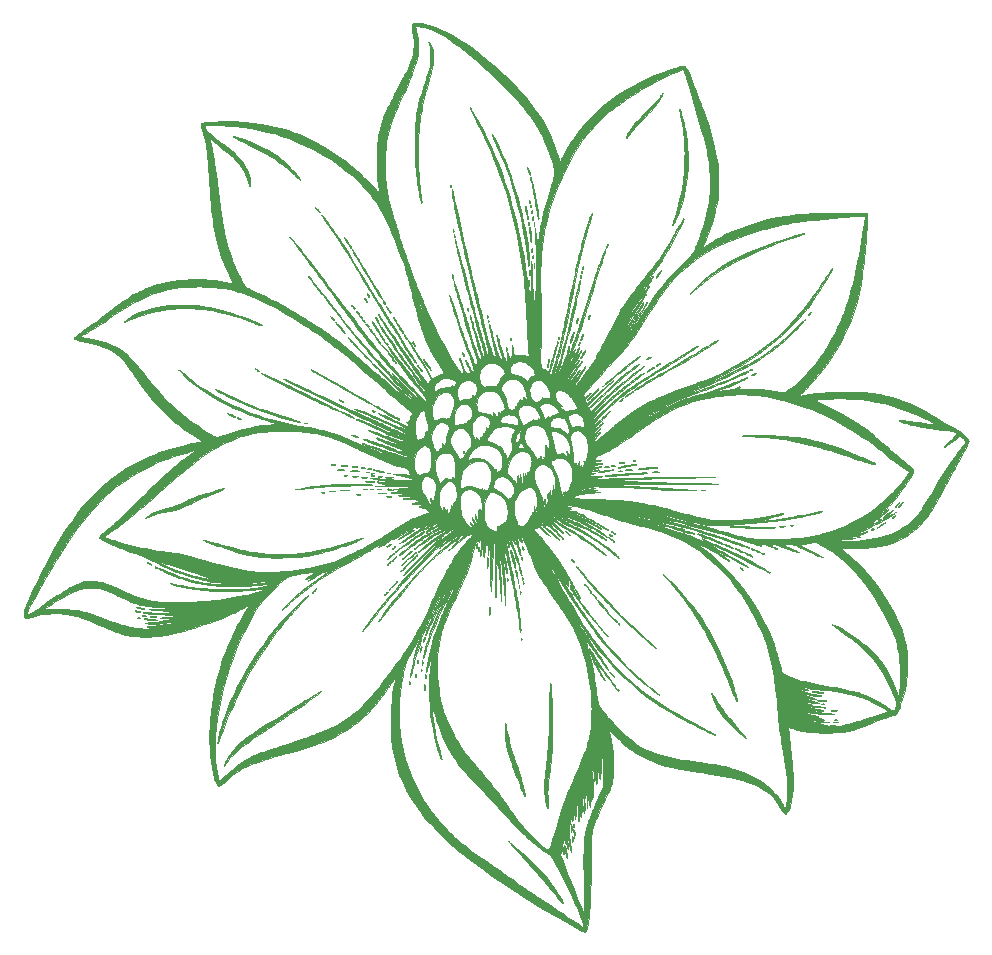
<source format=gbr>
%TF.GenerationSoftware,KiCad,Pcbnew,7.0.1*%
%TF.CreationDate,2023-05-31T21:00:47-07:00*%
%TF.ProjectId,flower_02,666c6f77-6572-45f3-9032-2e6b69636164,rev?*%
%TF.SameCoordinates,Original*%
%TF.FileFunction,Copper,L1,Top*%
%TF.FilePolarity,Positive*%
%FSLAX46Y46*%
G04 Gerber Fmt 4.6, Leading zero omitted, Abs format (unit mm)*
G04 Created by KiCad (PCBNEW 7.0.1) date 2023-05-31 21:00:47*
%MOMM*%
%LPD*%
G01*
G04 APERTURE LIST*
%TA.AperFunction,EtchedComponent*%
%ADD10C,0.010000*%
%TD*%
G04 APERTURE END LIST*
%TO.C,G\u002A\u002A\u002A*%
D10*
X33788755Y-46246909D02*
X33822854Y-46267999D01*
X33828667Y-46285653D01*
X33817958Y-46304500D01*
X33780642Y-46314261D01*
X33710486Y-46317000D01*
X33637445Y-46313529D01*
X33603399Y-46302688D01*
X33600684Y-46291865D01*
X33628214Y-46261971D01*
X33677816Y-46244267D01*
X33735869Y-46239122D01*
X33788755Y-46246909D01*
%TA.AperFunction,EtchedComponent*%
G36*
X33788755Y-46246909D02*
G01*
X33822854Y-46267999D01*
X33828667Y-46285653D01*
X33817958Y-46304500D01*
X33780642Y-46314261D01*
X33710486Y-46317000D01*
X33637445Y-46313529D01*
X33603399Y-46302688D01*
X33600684Y-46291865D01*
X33628214Y-46261971D01*
X33677816Y-46244267D01*
X33735869Y-46239122D01*
X33788755Y-46246909D01*
G37*
%TD.AperFunction*%
X43093171Y-67558978D02*
X43111019Y-67608634D01*
X43115879Y-67666623D01*
X43107458Y-67719342D01*
X43085464Y-67753190D01*
X43067514Y-67758834D01*
X43048667Y-67748124D01*
X43038906Y-67710809D01*
X43036167Y-67640653D01*
X43039210Y-67569372D01*
X43049121Y-67535194D01*
X43062625Y-67531258D01*
X43093171Y-67558978D01*
%TA.AperFunction,EtchedComponent*%
G36*
X43093171Y-67558978D02*
G01*
X43111019Y-67608634D01*
X43115879Y-67666623D01*
X43107458Y-67719342D01*
X43085464Y-67753190D01*
X43067514Y-67758834D01*
X43048667Y-67748124D01*
X43038906Y-67710809D01*
X43036167Y-67640653D01*
X43039210Y-67569372D01*
X43049121Y-67535194D01*
X43062625Y-67531258D01*
X43093171Y-67558978D01*
G37*
%TD.AperFunction*%
X51105722Y-39075468D02*
X51124817Y-39121253D01*
X51134613Y-39179007D01*
X51131609Y-39229844D01*
X51110440Y-39277294D01*
X51082312Y-39286368D01*
X51056488Y-39256597D01*
X51048960Y-39234033D01*
X51043105Y-39178381D01*
X51048522Y-39120317D01*
X51062444Y-39074813D01*
X51081706Y-39056834D01*
X51105722Y-39075468D01*
%TA.AperFunction,EtchedComponent*%
G36*
X51105722Y-39075468D02*
G01*
X51124817Y-39121253D01*
X51134613Y-39179007D01*
X51131609Y-39229844D01*
X51110440Y-39277294D01*
X51082312Y-39286368D01*
X51056488Y-39256597D01*
X51048960Y-39234033D01*
X51043105Y-39178381D01*
X51048522Y-39120317D01*
X51062444Y-39074813D01*
X51081706Y-39056834D01*
X51105722Y-39075468D01*
G37*
%TD.AperFunction*%
X52007722Y-57613804D02*
X52039822Y-57646840D01*
X52068329Y-57696482D01*
X52087522Y-57754901D01*
X52091675Y-57814265D01*
X52091618Y-57814870D01*
X52084917Y-57884584D01*
X52026198Y-57822733D01*
X51971009Y-57746792D01*
X51949249Y-57673888D01*
X51955645Y-57628871D01*
X51977755Y-57605205D01*
X52007722Y-57613804D01*
%TA.AperFunction,EtchedComponent*%
G36*
X52007722Y-57613804D02*
G01*
X52039822Y-57646840D01*
X52068329Y-57696482D01*
X52087522Y-57754901D01*
X52091675Y-57814265D01*
X52091618Y-57814870D01*
X52084917Y-57884584D01*
X52026198Y-57822733D01*
X51971009Y-57746792D01*
X51949249Y-57673888D01*
X51955645Y-57628871D01*
X51977755Y-57605205D01*
X52007722Y-57613804D01*
G37*
%TD.AperFunction*%
X52810273Y-27803726D02*
X52832768Y-27838175D01*
X52843960Y-27895301D01*
X52841250Y-27956350D01*
X52834729Y-27980304D01*
X52809371Y-28021468D01*
X52782918Y-28023487D01*
X52764515Y-27995519D01*
X52752467Y-27938846D01*
X52754247Y-27880137D01*
X52767102Y-27830936D01*
X52788278Y-27802787D01*
X52810273Y-27803726D01*
%TA.AperFunction,EtchedComponent*%
G36*
X52810273Y-27803726D02*
G01*
X52832768Y-27838175D01*
X52843960Y-27895301D01*
X52841250Y-27956350D01*
X52834729Y-27980304D01*
X52809371Y-28021468D01*
X52782918Y-28023487D01*
X52764515Y-27995519D01*
X52752467Y-27938846D01*
X52754247Y-27880137D01*
X52767102Y-27830936D01*
X52788278Y-27802787D01*
X52810273Y-27803726D01*
G37*
%TD.AperFunction*%
X54353837Y-40888978D02*
X54371686Y-40938634D01*
X54376546Y-40996623D01*
X54368125Y-41049342D01*
X54346131Y-41083190D01*
X54328180Y-41088834D01*
X54309333Y-41078124D01*
X54299573Y-41040809D01*
X54296834Y-40970653D01*
X54299877Y-40899372D01*
X54309787Y-40865194D01*
X54323292Y-40861258D01*
X54353837Y-40888978D01*
%TA.AperFunction,EtchedComponent*%
G36*
X54353837Y-40888978D02*
G01*
X54371686Y-40938634D01*
X54376546Y-40996623D01*
X54368125Y-41049342D01*
X54346131Y-41083190D01*
X54328180Y-41088834D01*
X54309333Y-41078124D01*
X54299573Y-41040809D01*
X54296834Y-40970653D01*
X54299877Y-40899372D01*
X54309787Y-40865194D01*
X54323292Y-40861258D01*
X54353837Y-40888978D01*
G37*
%TD.AperFunction*%
X55070835Y-39347791D02*
X55088325Y-39396896D01*
X55096901Y-39456545D01*
X55092833Y-39510490D01*
X55072425Y-39553902D01*
X55046811Y-39562775D01*
X55025084Y-39535505D01*
X55018228Y-39494182D01*
X55018834Y-39437914D01*
X55025294Y-39381301D01*
X55036000Y-39338941D01*
X55048250Y-39325114D01*
X55070835Y-39347791D01*
%TA.AperFunction,EtchedComponent*%
G36*
X55070835Y-39347791D02*
G01*
X55088325Y-39396896D01*
X55096901Y-39456545D01*
X55092833Y-39510490D01*
X55072425Y-39553902D01*
X55046811Y-39562775D01*
X55025084Y-39535505D01*
X55018228Y-39494182D01*
X55018834Y-39437914D01*
X55025294Y-39381301D01*
X55036000Y-39338941D01*
X55048250Y-39325114D01*
X55070835Y-39347791D01*
G37*
%TD.AperFunction*%
X61622922Y-49400743D02*
X61657021Y-49421832D01*
X61662834Y-49439487D01*
X61652124Y-49458334D01*
X61614809Y-49468094D01*
X61544653Y-49470834D01*
X61471612Y-49467362D01*
X61437566Y-49456521D01*
X61434851Y-49445698D01*
X61462381Y-49415804D01*
X61511983Y-49398100D01*
X61570036Y-49392956D01*
X61622922Y-49400743D01*
%TA.AperFunction,EtchedComponent*%
G36*
X61622922Y-49400743D02*
G01*
X61657021Y-49421832D01*
X61662834Y-49439487D01*
X61652124Y-49458334D01*
X61614809Y-49468094D01*
X61544653Y-49470834D01*
X61471612Y-49467362D01*
X61437566Y-49456521D01*
X61434851Y-49445698D01*
X61462381Y-49415804D01*
X61511983Y-49398100D01*
X61570036Y-49392956D01*
X61622922Y-49400743D01*
G37*
%TD.AperFunction*%
X19636409Y-62728754D02*
X19645160Y-62731166D01*
X19680448Y-62754503D01*
X19689334Y-62775510D01*
X19677381Y-62794055D01*
X19636771Y-62803528D01*
X19572917Y-62805834D01*
X19502075Y-62802813D01*
X19465780Y-62792438D01*
X19456500Y-62775043D01*
X19475157Y-62750987D01*
X19521244Y-62732955D01*
X19579936Y-62724395D01*
X19636409Y-62728754D01*
%TA.AperFunction,EtchedComponent*%
G36*
X19636409Y-62728754D02*
G01*
X19645160Y-62731166D01*
X19680448Y-62754503D01*
X19689334Y-62775510D01*
X19677381Y-62794055D01*
X19636771Y-62803528D01*
X19572917Y-62805834D01*
X19502075Y-62802813D01*
X19465780Y-62792438D01*
X19456500Y-62775043D01*
X19475157Y-62750987D01*
X19521244Y-62732955D01*
X19579936Y-62724395D01*
X19636409Y-62728754D01*
G37*
%TD.AperFunction*%
X37186318Y-50659806D02*
X37232905Y-50675132D01*
X37247084Y-50698500D01*
X37234201Y-50719189D01*
X37191015Y-50731534D01*
X37135959Y-50736648D01*
X37069026Y-50737972D01*
X37034976Y-50730606D01*
X37024875Y-50712454D01*
X37024834Y-50710593D01*
X37043886Y-50680668D01*
X37094132Y-50662053D01*
X37165203Y-50658011D01*
X37186318Y-50659806D01*
%TA.AperFunction,EtchedComponent*%
G36*
X37186318Y-50659806D02*
G01*
X37232905Y-50675132D01*
X37247084Y-50698500D01*
X37234201Y-50719189D01*
X37191015Y-50731534D01*
X37135959Y-50736648D01*
X37069026Y-50737972D01*
X37034976Y-50730606D01*
X37024875Y-50712454D01*
X37024834Y-50710593D01*
X37043886Y-50680668D01*
X37094132Y-50662053D01*
X37165203Y-50658011D01*
X37186318Y-50659806D01*
G37*
%TD.AperFunction*%
X39447635Y-45196221D02*
X39526953Y-45225510D01*
X39536581Y-45229995D01*
X39588463Y-45265604D01*
X39602167Y-45300400D01*
X39578007Y-45327522D01*
X39531553Y-45339090D01*
X39470427Y-45331886D01*
X39413602Y-45292099D01*
X39409416Y-45287977D01*
X39369503Y-45237171D01*
X39365105Y-45203786D01*
X39392417Y-45189558D01*
X39447635Y-45196221D01*
%TA.AperFunction,EtchedComponent*%
G36*
X39447635Y-45196221D02*
G01*
X39526953Y-45225510D01*
X39536581Y-45229995D01*
X39588463Y-45265604D01*
X39602167Y-45300400D01*
X39578007Y-45327522D01*
X39531553Y-45339090D01*
X39470427Y-45331886D01*
X39413602Y-45292099D01*
X39409416Y-45287977D01*
X39369503Y-45237171D01*
X39365105Y-45203786D01*
X39392417Y-45189558D01*
X39447635Y-45196221D01*
G37*
%TD.AperFunction*%
X39491329Y-50661963D02*
X39542080Y-50676085D01*
X39560933Y-50696294D01*
X39543667Y-50719343D01*
X39500903Y-50732114D01*
X39433981Y-50737522D01*
X39360514Y-50735074D01*
X39304418Y-50726026D01*
X39276577Y-50710325D01*
X39282854Y-50690901D01*
X39315875Y-50672436D01*
X39368266Y-50659608D01*
X39413967Y-50656491D01*
X39491329Y-50661963D01*
%TA.AperFunction,EtchedComponent*%
G36*
X39491329Y-50661963D02*
G01*
X39542080Y-50676085D01*
X39560933Y-50696294D01*
X39543667Y-50719343D01*
X39500903Y-50732114D01*
X39433981Y-50737522D01*
X39360514Y-50735074D01*
X39304418Y-50726026D01*
X39276577Y-50710325D01*
X39282854Y-50690901D01*
X39315875Y-50672436D01*
X39368266Y-50659608D01*
X39413967Y-50656491D01*
X39491329Y-50661963D01*
G37*
%TD.AperFunction*%
X42546216Y-68180018D02*
X42564532Y-68229743D01*
X42568711Y-68299185D01*
X42566861Y-68320852D01*
X42551460Y-68370700D01*
X42525034Y-68390805D01*
X42500386Y-68380163D01*
X42491847Y-68352031D01*
X42486612Y-68297026D01*
X42485834Y-68263306D01*
X42489543Y-68197729D01*
X42502199Y-68166472D01*
X42517180Y-68161000D01*
X42546216Y-68180018D01*
%TA.AperFunction,EtchedComponent*%
G36*
X42546216Y-68180018D02*
G01*
X42564532Y-68229743D01*
X42568711Y-68299185D01*
X42566861Y-68320852D01*
X42551460Y-68370700D01*
X42525034Y-68390805D01*
X42500386Y-68380163D01*
X42491847Y-68352031D01*
X42486612Y-68297026D01*
X42485834Y-68263306D01*
X42489543Y-68197729D01*
X42502199Y-68166472D01*
X42517180Y-68161000D01*
X42546216Y-68180018D01*
G37*
%TD.AperFunction*%
X43267184Y-66369556D02*
X43282136Y-66413806D01*
X43286936Y-66475287D01*
X43286169Y-66490916D01*
X43275220Y-66552251D01*
X43256405Y-66586153D01*
X43234653Y-66587422D01*
X43218691Y-66562080D01*
X43207810Y-66506803D01*
X43207214Y-66439846D01*
X43216366Y-66382840D01*
X43223568Y-66366123D01*
X43246266Y-66350880D01*
X43267184Y-66369556D01*
%TA.AperFunction,EtchedComponent*%
G36*
X43267184Y-66369556D02*
G01*
X43282136Y-66413806D01*
X43286936Y-66475287D01*
X43286169Y-66490916D01*
X43275220Y-66552251D01*
X43256405Y-66586153D01*
X43234653Y-66587422D01*
X43218691Y-66562080D01*
X43207810Y-66506803D01*
X43207214Y-66439846D01*
X43216366Y-66382840D01*
X43223568Y-66366123D01*
X43246266Y-66350880D01*
X43267184Y-66369556D01*
G37*
%TD.AperFunction*%
X46071996Y-26125147D02*
X46079975Y-26187197D01*
X46079106Y-26217605D01*
X46067526Y-26279762D01*
X46045549Y-26310107D01*
X46017072Y-26303656D01*
X46014052Y-26300830D01*
X46002957Y-26268611D01*
X45999564Y-26213963D01*
X46003129Y-26154317D01*
X46012907Y-26107101D01*
X46023033Y-26090788D01*
X46051951Y-26090603D01*
X46071996Y-26125147D01*
%TA.AperFunction,EtchedComponent*%
G36*
X46071996Y-26125147D02*
G01*
X46079975Y-26187197D01*
X46079106Y-26217605D01*
X46067526Y-26279762D01*
X46045549Y-26310107D01*
X46017072Y-26303656D01*
X46014052Y-26300830D01*
X46002957Y-26268611D01*
X45999564Y-26213963D01*
X46003129Y-26154317D01*
X46012907Y-26107101D01*
X46023033Y-26090788D01*
X46051951Y-26090603D01*
X46071996Y-26125147D01*
G37*
%TD.AperFunction*%
X46244847Y-29889157D02*
X46262879Y-29935244D01*
X46271439Y-29993936D01*
X46267079Y-30050409D01*
X46264668Y-30059160D01*
X46241330Y-30094448D01*
X46220324Y-30103334D01*
X46201778Y-30091381D01*
X46192306Y-30050771D01*
X46190000Y-29986917D01*
X46193021Y-29916075D01*
X46203395Y-29879780D01*
X46220791Y-29870500D01*
X46244847Y-29889157D01*
%TA.AperFunction,EtchedComponent*%
G36*
X46244847Y-29889157D02*
G01*
X46262879Y-29935244D01*
X46271439Y-29993936D01*
X46267079Y-30050409D01*
X46264668Y-30059160D01*
X46241330Y-30094448D01*
X46220324Y-30103334D01*
X46201778Y-30091381D01*
X46192306Y-30050771D01*
X46190000Y-29986917D01*
X46193021Y-29916075D01*
X46203395Y-29879780D01*
X46220791Y-29870500D01*
X46244847Y-29889157D01*
G37*
%TD.AperFunction*%
X47151496Y-48646480D02*
X47159475Y-48708530D01*
X47158606Y-48738938D01*
X47147026Y-48801095D01*
X47125049Y-48831441D01*
X47096572Y-48824989D01*
X47093552Y-48822163D01*
X47082457Y-48789944D01*
X47079064Y-48735297D01*
X47082629Y-48675650D01*
X47092407Y-48628434D01*
X47102533Y-48612121D01*
X47131451Y-48611937D01*
X47151496Y-48646480D01*
%TA.AperFunction,EtchedComponent*%
G36*
X47151496Y-48646480D02*
G01*
X47159475Y-48708530D01*
X47158606Y-48738938D01*
X47147026Y-48801095D01*
X47125049Y-48831441D01*
X47096572Y-48824989D01*
X47093552Y-48822163D01*
X47082457Y-48789944D01*
X47079064Y-48735297D01*
X47082629Y-48675650D01*
X47092407Y-48628434D01*
X47102533Y-48612121D01*
X47131451Y-48611937D01*
X47151496Y-48646480D01*
G37*
%TD.AperFunction*%
X47500517Y-36545722D02*
X47515469Y-36589973D01*
X47520269Y-36651453D01*
X47519502Y-36667082D01*
X47508553Y-36728418D01*
X47489738Y-36762320D01*
X47467986Y-36763589D01*
X47452025Y-36738247D01*
X47441143Y-36682970D01*
X47440548Y-36616013D01*
X47449700Y-36559006D01*
X47456901Y-36542290D01*
X47479599Y-36527046D01*
X47500517Y-36545722D01*
%TA.AperFunction,EtchedComponent*%
G36*
X47500517Y-36545722D02*
G01*
X47515469Y-36589973D01*
X47520269Y-36651453D01*
X47519502Y-36667082D01*
X47508553Y-36728418D01*
X47489738Y-36762320D01*
X47467986Y-36763589D01*
X47452025Y-36738247D01*
X47441143Y-36682970D01*
X47440548Y-36616013D01*
X47449700Y-36559006D01*
X47456901Y-36542290D01*
X47479599Y-36527046D01*
X47500517Y-36545722D01*
G37*
%TD.AperFunction*%
X50838013Y-59437823D02*
X50856045Y-59483910D01*
X50864605Y-59542603D01*
X50860246Y-59599076D01*
X50857834Y-59607827D01*
X50834497Y-59643115D01*
X50813490Y-59652000D01*
X50794945Y-59640048D01*
X50785472Y-59599438D01*
X50783167Y-59535584D01*
X50786188Y-59464742D01*
X50796562Y-59428447D01*
X50813958Y-59419167D01*
X50838013Y-59437823D01*
%TA.AperFunction,EtchedComponent*%
G36*
X50838013Y-59437823D02*
G01*
X50856045Y-59483910D01*
X50864605Y-59542603D01*
X50860246Y-59599076D01*
X50857834Y-59607827D01*
X50834497Y-59643115D01*
X50813490Y-59652000D01*
X50794945Y-59640048D01*
X50785472Y-59599438D01*
X50783167Y-59535584D01*
X50786188Y-59464742D01*
X50796562Y-59428447D01*
X50813958Y-59419167D01*
X50838013Y-59437823D01*
G37*
%TD.AperFunction*%
X51917513Y-60517323D02*
X51935545Y-60563410D01*
X51944105Y-60622103D01*
X51939746Y-60678576D01*
X51937334Y-60687327D01*
X51913997Y-60722615D01*
X51892990Y-60731500D01*
X51874445Y-60719548D01*
X51864972Y-60678938D01*
X51862667Y-60615084D01*
X51865688Y-60544242D01*
X51876062Y-60507947D01*
X51893458Y-60498667D01*
X51917513Y-60517323D01*
%TA.AperFunction,EtchedComponent*%
G36*
X51917513Y-60517323D02*
G01*
X51935545Y-60563410D01*
X51944105Y-60622103D01*
X51939746Y-60678576D01*
X51937334Y-60687327D01*
X51913997Y-60722615D01*
X51892990Y-60731500D01*
X51874445Y-60719548D01*
X51864972Y-60678938D01*
X51862667Y-60615084D01*
X51865688Y-60544242D01*
X51876062Y-60507947D01*
X51893458Y-60498667D01*
X51917513Y-60517323D01*
G37*
%TD.AperFunction*%
X52019829Y-64500314D02*
X52027808Y-64562363D01*
X52026939Y-64592772D01*
X52015360Y-64654929D01*
X51993383Y-64685274D01*
X51964906Y-64678822D01*
X51961886Y-64675997D01*
X51950790Y-64643777D01*
X51947397Y-64589130D01*
X51950962Y-64529484D01*
X51960740Y-64482267D01*
X51970867Y-64465954D01*
X51999784Y-64465770D01*
X52019829Y-64500314D01*
%TA.AperFunction,EtchedComponent*%
G36*
X52019829Y-64500314D02*
G01*
X52027808Y-64562363D01*
X52026939Y-64592772D01*
X52015360Y-64654929D01*
X51993383Y-64685274D01*
X51964906Y-64678822D01*
X51961886Y-64675997D01*
X51950790Y-64643777D01*
X51947397Y-64589130D01*
X51950962Y-64529484D01*
X51960740Y-64482267D01*
X51970867Y-64465954D01*
X51999784Y-64465770D01*
X52019829Y-64500314D01*
G37*
%TD.AperFunction*%
X52095867Y-59345737D02*
X52113583Y-59392092D01*
X52120524Y-59445134D01*
X52115867Y-59509982D01*
X52099785Y-59553494D01*
X52077407Y-59569658D01*
X52053856Y-59552467D01*
X52044848Y-59533852D01*
X52034204Y-59479158D01*
X52033728Y-59412527D01*
X52042839Y-59355660D01*
X52050068Y-59338790D01*
X52072920Y-59325290D01*
X52095867Y-59345737D01*
%TA.AperFunction,EtchedComponent*%
G36*
X52095867Y-59345737D02*
G01*
X52113583Y-59392092D01*
X52120524Y-59445134D01*
X52115867Y-59509982D01*
X52099785Y-59553494D01*
X52077407Y-59569658D01*
X52053856Y-59552467D01*
X52044848Y-59533852D01*
X52034204Y-59479158D01*
X52033728Y-59412527D01*
X52042839Y-59355660D01*
X52050068Y-59338790D01*
X52072920Y-59325290D01*
X52095867Y-59345737D01*
G37*
%TD.AperFunction*%
X52727383Y-27455351D02*
X52745699Y-27505076D01*
X52749878Y-27574519D01*
X52748028Y-27596185D01*
X52732627Y-27646034D01*
X52706201Y-27666138D01*
X52681552Y-27655497D01*
X52673014Y-27627365D01*
X52667779Y-27572360D01*
X52667000Y-27538639D01*
X52670709Y-27473062D01*
X52683366Y-27441805D01*
X52698347Y-27436334D01*
X52727383Y-27455351D01*
%TA.AperFunction,EtchedComponent*%
G36*
X52727383Y-27455351D02*
G01*
X52745699Y-27505076D01*
X52749878Y-27574519D01*
X52748028Y-27596185D01*
X52732627Y-27646034D01*
X52706201Y-27666138D01*
X52681552Y-27655497D01*
X52673014Y-27627365D01*
X52667779Y-27572360D01*
X52667000Y-27538639D01*
X52670709Y-27473062D01*
X52683366Y-27441805D01*
X52698347Y-27436334D01*
X52727383Y-27455351D01*
G37*
%TD.AperFunction*%
X52813380Y-25465199D02*
X52830320Y-25510434D01*
X52842217Y-25566825D01*
X52845199Y-25618828D01*
X52842600Y-25636655D01*
X52819632Y-25672790D01*
X52788125Y-25675114D01*
X52764515Y-25646019D01*
X52752827Y-25589488D01*
X52754268Y-25528261D01*
X52766652Y-25476504D01*
X52787794Y-25448380D01*
X52795270Y-25446667D01*
X52813380Y-25465199D01*
%TA.AperFunction,EtchedComponent*%
G36*
X52813380Y-25465199D02*
G01*
X52830320Y-25510434D01*
X52842217Y-25566825D01*
X52845199Y-25618828D01*
X52842600Y-25636655D01*
X52819632Y-25672790D01*
X52788125Y-25675114D01*
X52764515Y-25646019D01*
X52752827Y-25589488D01*
X52754268Y-25528261D01*
X52766652Y-25476504D01*
X52787794Y-25448380D01*
X52795270Y-25446667D01*
X52813380Y-25465199D01*
G37*
%TD.AperFunction*%
X54271255Y-41266268D02*
X54281255Y-41299209D01*
X54287902Y-41363201D01*
X54280085Y-41429515D01*
X54261064Y-41482930D01*
X54236638Y-41507538D01*
X54222415Y-41501267D01*
X54215650Y-41466374D01*
X54215469Y-41396979D01*
X54216443Y-41371394D01*
X54223891Y-41288763D01*
X54236508Y-41242585D01*
X54252795Y-41234530D01*
X54271255Y-41266268D01*
%TA.AperFunction,EtchedComponent*%
G36*
X54271255Y-41266268D02*
G01*
X54281255Y-41299209D01*
X54287902Y-41363201D01*
X54280085Y-41429515D01*
X54261064Y-41482930D01*
X54236638Y-41507538D01*
X54222415Y-41501267D01*
X54215650Y-41466374D01*
X54215469Y-41396979D01*
X54216443Y-41371394D01*
X54223891Y-41288763D01*
X54236508Y-41242585D01*
X54252795Y-41234530D01*
X54271255Y-41266268D01*
G37*
%TD.AperFunction*%
X56891473Y-60877280D02*
X56926208Y-60924913D01*
X56952687Y-60988341D01*
X56963808Y-61054505D01*
X56963834Y-61057491D01*
X56956139Y-61102424D01*
X56933039Y-61107933D01*
X56895751Y-61075459D01*
X56849121Y-61009816D01*
X56822208Y-60946946D01*
X56816612Y-60895494D01*
X56833933Y-60864106D01*
X56855588Y-60858500D01*
X56891473Y-60877280D01*
%TA.AperFunction,EtchedComponent*%
G36*
X56891473Y-60877280D02*
G01*
X56926208Y-60924913D01*
X56952687Y-60988341D01*
X56963808Y-61054505D01*
X56963834Y-61057491D01*
X56956139Y-61102424D01*
X56933039Y-61107933D01*
X56895751Y-61075459D01*
X56849121Y-61009816D01*
X56822208Y-60946946D01*
X56816612Y-60895494D01*
X56833933Y-60864106D01*
X56855588Y-60858500D01*
X56891473Y-60877280D01*
G37*
%TD.AperFunction*%
X56986378Y-39430745D02*
X56996062Y-39468658D01*
X56973305Y-39525566D01*
X56920320Y-39596152D01*
X56915165Y-39601875D01*
X56868104Y-39644552D01*
X56840501Y-39650241D01*
X56834203Y-39620451D01*
X56851060Y-39556691D01*
X56853082Y-39551190D01*
X56890250Y-39473366D01*
X56929790Y-39428193D01*
X56967787Y-39419210D01*
X56986378Y-39430745D01*
%TA.AperFunction,EtchedComponent*%
G36*
X56986378Y-39430745D02*
G01*
X56996062Y-39468658D01*
X56973305Y-39525566D01*
X56920320Y-39596152D01*
X56915165Y-39601875D01*
X56868104Y-39644552D01*
X56840501Y-39650241D01*
X56834203Y-39620451D01*
X56851060Y-39556691D01*
X56853082Y-39551190D01*
X56890250Y-39473366D01*
X56929790Y-39428193D01*
X56967787Y-39419210D01*
X56986378Y-39430745D01*
G37*
%TD.AperFunction*%
X57145680Y-33402823D02*
X57163712Y-33448910D01*
X57172272Y-33507603D01*
X57167913Y-33564076D01*
X57165501Y-33572827D01*
X57142164Y-33608115D01*
X57121157Y-33617000D01*
X57102612Y-33605048D01*
X57093139Y-33564438D01*
X57090834Y-33500584D01*
X57093854Y-33429742D01*
X57104229Y-33393447D01*
X57121624Y-33384167D01*
X57145680Y-33402823D01*
%TA.AperFunction,EtchedComponent*%
G36*
X57145680Y-33402823D02*
G01*
X57163712Y-33448910D01*
X57172272Y-33507603D01*
X57167913Y-33564076D01*
X57165501Y-33572827D01*
X57142164Y-33608115D01*
X57121157Y-33617000D01*
X57102612Y-33605048D01*
X57093139Y-33564438D01*
X57090834Y-33500584D01*
X57093854Y-33429742D01*
X57104229Y-33393447D01*
X57121624Y-33384167D01*
X57145680Y-33402823D01*
G37*
%TD.AperFunction*%
X59562093Y-55708701D02*
X59621255Y-55745879D01*
X59669557Y-55794226D01*
X59693610Y-55842604D01*
X59694334Y-55850955D01*
X59686933Y-55878749D01*
X59659708Y-55878638D01*
X59620250Y-55859980D01*
X59526425Y-55803965D01*
X59467213Y-55757705D01*
X59443746Y-55722839D01*
X59457158Y-55701007D01*
X59505462Y-55693834D01*
X59562093Y-55708701D01*
%TA.AperFunction,EtchedComponent*%
G36*
X59562093Y-55708701D02*
G01*
X59621255Y-55745879D01*
X59669557Y-55794226D01*
X59693610Y-55842604D01*
X59694334Y-55850955D01*
X59686933Y-55878749D01*
X59659708Y-55878638D01*
X59620250Y-55859980D01*
X59526425Y-55803965D01*
X59467213Y-55757705D01*
X59443746Y-55722839D01*
X59457158Y-55701007D01*
X59505462Y-55693834D01*
X59562093Y-55708701D01*
G37*
%TD.AperFunction*%
X72407156Y-57267013D02*
X72483352Y-57288152D01*
X72544675Y-57321087D01*
X72580179Y-57359037D01*
X72584834Y-57377071D01*
X72567514Y-57400706D01*
X72524189Y-57408597D01*
X72467809Y-57401567D01*
X72411327Y-57380440D01*
X72386605Y-57364464D01*
X72339995Y-57317721D01*
X72330251Y-57283259D01*
X72356440Y-57265509D01*
X72407156Y-57267013D01*
%TA.AperFunction,EtchedComponent*%
G36*
X72407156Y-57267013D02*
G01*
X72483352Y-57288152D01*
X72544675Y-57321087D01*
X72580179Y-57359037D01*
X72584834Y-57377071D01*
X72567514Y-57400706D01*
X72524189Y-57408597D01*
X72467809Y-57401567D01*
X72411327Y-57380440D01*
X72386605Y-57364464D01*
X72339995Y-57317721D01*
X72330251Y-57283259D01*
X72356440Y-57265509D01*
X72407156Y-57267013D01*
G37*
%TD.AperFunction*%
X74951392Y-54904186D02*
X74981811Y-54916382D01*
X74987250Y-54931834D01*
X74968746Y-54951877D01*
X74923390Y-54965868D01*
X74866419Y-54972308D01*
X74813069Y-54969697D01*
X74778576Y-54956538D01*
X74775382Y-54952673D01*
X74768869Y-54925735D01*
X74793283Y-54909658D01*
X74853229Y-54902328D01*
X74887171Y-54901385D01*
X74951392Y-54904186D01*
%TA.AperFunction,EtchedComponent*%
G36*
X74951392Y-54904186D02*
G01*
X74981811Y-54916382D01*
X74987250Y-54931834D01*
X74968746Y-54951877D01*
X74923390Y-54965868D01*
X74866419Y-54972308D01*
X74813069Y-54969697D01*
X74778576Y-54956538D01*
X74775382Y-54952673D01*
X74768869Y-54925735D01*
X74793283Y-54909658D01*
X74853229Y-54902328D01*
X74887171Y-54901385D01*
X74951392Y-54904186D01*
G37*
%TD.AperFunction*%
X80643363Y-55891192D02*
X80680979Y-55908454D01*
X80686244Y-55932100D01*
X80667920Y-55949876D01*
X80625794Y-55963128D01*
X80565819Y-55968112D01*
X80504723Y-55965162D01*
X80459233Y-55954610D01*
X80446788Y-55945467D01*
X80447116Y-55916654D01*
X80484134Y-55895824D01*
X80552565Y-55885398D01*
X80579293Y-55884658D01*
X80643363Y-55891192D01*
%TA.AperFunction,EtchedComponent*%
G36*
X80643363Y-55891192D02*
G01*
X80680979Y-55908454D01*
X80686244Y-55932100D01*
X80667920Y-55949876D01*
X80625794Y-55963128D01*
X80565819Y-55968112D01*
X80504723Y-55965162D01*
X80459233Y-55954610D01*
X80446788Y-55945467D01*
X80447116Y-55916654D01*
X80484134Y-55895824D01*
X80552565Y-55885398D01*
X80579293Y-55884658D01*
X80643363Y-55891192D01*
G37*
%TD.AperFunction*%
X81827863Y-55198622D02*
X81830927Y-55220632D01*
X81803882Y-55265496D01*
X81750406Y-55306805D01*
X81686127Y-55336158D01*
X81626670Y-55345156D01*
X81607125Y-55340937D01*
X81581452Y-55316462D01*
X81592398Y-55282319D01*
X81637102Y-55244116D01*
X81664490Y-55228597D01*
X81740688Y-55196563D01*
X81797113Y-55186478D01*
X81827863Y-55198622D01*
%TA.AperFunction,EtchedComponent*%
G36*
X81827863Y-55198622D02*
G01*
X81830927Y-55220632D01*
X81803882Y-55265496D01*
X81750406Y-55306805D01*
X81686127Y-55336158D01*
X81626670Y-55345156D01*
X81607125Y-55340937D01*
X81581452Y-55316462D01*
X81592398Y-55282319D01*
X81637102Y-55244116D01*
X81664490Y-55228597D01*
X81740688Y-55196563D01*
X81797113Y-55186478D01*
X81827863Y-55198622D01*
G37*
%TD.AperFunction*%
X35272533Y-52103130D02*
X35310334Y-52116991D01*
X35331441Y-52136916D01*
X35314569Y-52155853D01*
X35310334Y-52158676D01*
X35264593Y-52172712D01*
X35196124Y-52177748D01*
X35123598Y-52173618D01*
X35067389Y-52160837D01*
X35038856Y-52147205D01*
X35046036Y-52134238D01*
X35071289Y-52119991D01*
X35129763Y-52102274D01*
X35203510Y-52096570D01*
X35272533Y-52103130D01*
%TA.AperFunction,EtchedComponent*%
G36*
X35272533Y-52103130D02*
G01*
X35310334Y-52116991D01*
X35331441Y-52136916D01*
X35314569Y-52155853D01*
X35310334Y-52158676D01*
X35264593Y-52172712D01*
X35196124Y-52177748D01*
X35123598Y-52173618D01*
X35067389Y-52160837D01*
X35038856Y-52147205D01*
X35046036Y-52134238D01*
X35071289Y-52119991D01*
X35129763Y-52102274D01*
X35203510Y-52096570D01*
X35272533Y-52103130D01*
G37*
%TD.AperFunction*%
X38851424Y-51833417D02*
X38905175Y-51841824D01*
X38926405Y-51857764D01*
X38920121Y-51882425D01*
X38892434Y-51894544D01*
X38836543Y-51901824D01*
X38766311Y-51904166D01*
X38695603Y-51901468D01*
X38638282Y-51893629D01*
X38612946Y-51884660D01*
X38592049Y-51861347D01*
X38612000Y-51844377D01*
X38671735Y-51834140D01*
X38760364Y-51831000D01*
X38851424Y-51833417D01*
%TA.AperFunction,EtchedComponent*%
G36*
X38851424Y-51833417D02*
G01*
X38905175Y-51841824D01*
X38926405Y-51857764D01*
X38920121Y-51882425D01*
X38892434Y-51894544D01*
X38836543Y-51901824D01*
X38766311Y-51904166D01*
X38695603Y-51901468D01*
X38638282Y-51893629D01*
X38612946Y-51884660D01*
X38592049Y-51861347D01*
X38612000Y-51844377D01*
X38671735Y-51834140D01*
X38760364Y-51831000D01*
X38851424Y-51833417D01*
G37*
%TD.AperFunction*%
X38856799Y-37884089D02*
X38927450Y-37937104D01*
X39008533Y-38007405D01*
X39058165Y-38063341D01*
X39075025Y-38102650D01*
X39057793Y-38123071D01*
X39037466Y-38125500D01*
X39002877Y-38110404D01*
X38953620Y-38071136D01*
X38908401Y-38024959D01*
X38838774Y-37941860D01*
X38798992Y-37885338D01*
X38788863Y-37856280D01*
X38808197Y-37855568D01*
X38856799Y-37884089D01*
%TA.AperFunction,EtchedComponent*%
G36*
X38856799Y-37884089D02*
G01*
X38927450Y-37937104D01*
X39008533Y-38007405D01*
X39058165Y-38063341D01*
X39075025Y-38102650D01*
X39057793Y-38123071D01*
X39037466Y-38125500D01*
X39002877Y-38110404D01*
X38953620Y-38071136D01*
X38908401Y-38024959D01*
X38838774Y-37941860D01*
X38798992Y-37885338D01*
X38788863Y-37856280D01*
X38808197Y-37855568D01*
X38856799Y-37884089D01*
G37*
%TD.AperFunction*%
X39056867Y-50394732D02*
X39103927Y-50405244D01*
X39117644Y-50424717D01*
X39110621Y-50443092D01*
X39082258Y-50456200D01*
X39027032Y-50463380D01*
X38960013Y-50464504D01*
X38896271Y-50459446D01*
X38850877Y-50448077D01*
X38845780Y-50445327D01*
X38825174Y-50421949D01*
X38844416Y-50404613D01*
X38901331Y-50394242D01*
X38972167Y-50391584D01*
X39056867Y-50394732D01*
%TA.AperFunction,EtchedComponent*%
G36*
X39056867Y-50394732D02*
G01*
X39103927Y-50405244D01*
X39117644Y-50424717D01*
X39110621Y-50443092D01*
X39082258Y-50456200D01*
X39027032Y-50463380D01*
X38960013Y-50464504D01*
X38896271Y-50459446D01*
X38850877Y-50448077D01*
X38845780Y-50445327D01*
X38825174Y-50421949D01*
X38844416Y-50404613D01*
X38901331Y-50394242D01*
X38972167Y-50391584D01*
X39056867Y-50394732D01*
G37*
%TD.AperFunction*%
X39449325Y-50474587D02*
X39485032Y-50494431D01*
X39501439Y-50522688D01*
X39493861Y-50545418D01*
X39474875Y-50550623D01*
X39432429Y-50554573D01*
X39406084Y-50558756D01*
X39350137Y-50560982D01*
X39314905Y-50556835D01*
X39280377Y-50540989D01*
X39273895Y-50523566D01*
X39301747Y-50496864D01*
X39354586Y-50477596D01*
X39415144Y-50470583D01*
X39449325Y-50474587D01*
%TA.AperFunction,EtchedComponent*%
G36*
X39449325Y-50474587D02*
G01*
X39485032Y-50494431D01*
X39501439Y-50522688D01*
X39493861Y-50545418D01*
X39474875Y-50550623D01*
X39432429Y-50554573D01*
X39406084Y-50558756D01*
X39350137Y-50560982D01*
X39314905Y-50556835D01*
X39280377Y-50540989D01*
X39273895Y-50523566D01*
X39301747Y-50496864D01*
X39354586Y-50477596D01*
X39415144Y-50470583D01*
X39449325Y-50474587D01*
G37*
%TD.AperFunction*%
X40035996Y-51833224D02*
X40086797Y-51839193D01*
X40104939Y-51845384D01*
X40113381Y-51871570D01*
X40084076Y-51891352D01*
X40021368Y-51902852D01*
X39967000Y-51905000D01*
X39897842Y-51901434D01*
X39846939Y-51892200D01*
X39828546Y-51882425D01*
X39822758Y-51856217D01*
X39847497Y-51840017D01*
X39907063Y-51832228D01*
X39967000Y-51830917D01*
X40035996Y-51833224D01*
%TA.AperFunction,EtchedComponent*%
G36*
X40035996Y-51833224D02*
G01*
X40086797Y-51839193D01*
X40104939Y-51845384D01*
X40113381Y-51871570D01*
X40084076Y-51891352D01*
X40021368Y-51902852D01*
X39967000Y-51905000D01*
X39897842Y-51901434D01*
X39846939Y-51892200D01*
X39828546Y-51882425D01*
X39822758Y-51856217D01*
X39847497Y-51840017D01*
X39907063Y-51832228D01*
X39967000Y-51830917D01*
X40035996Y-51833224D01*
G37*
%TD.AperFunction*%
X43525301Y-67075579D02*
X43546481Y-67110602D01*
X43559814Y-67165339D01*
X43561266Y-67223635D01*
X43548352Y-67282808D01*
X43525076Y-67310543D01*
X43496042Y-67301471D01*
X43495219Y-67300663D01*
X43485180Y-67270132D01*
X43481050Y-67215672D01*
X43482434Y-67153612D01*
X43488937Y-67100278D01*
X43500162Y-67071995D01*
X43500771Y-67071573D01*
X43525301Y-67075579D01*
%TA.AperFunction,EtchedComponent*%
G36*
X43525301Y-67075579D02*
G01*
X43546481Y-67110602D01*
X43559814Y-67165339D01*
X43561266Y-67223635D01*
X43548352Y-67282808D01*
X43525076Y-67310543D01*
X43496042Y-67301471D01*
X43495219Y-67300663D01*
X43485180Y-67270132D01*
X43481050Y-67215672D01*
X43482434Y-67153612D01*
X43488937Y-67100278D01*
X43500162Y-67071995D01*
X43500771Y-67071573D01*
X43525301Y-67075579D01*
G37*
%TD.AperFunction*%
X43906127Y-67588645D02*
X43920575Y-67647936D01*
X43925167Y-67737667D01*
X43920604Y-67823227D01*
X43908757Y-67880640D01*
X43892386Y-67906750D01*
X43874253Y-67898402D01*
X43857120Y-67852438D01*
X43851084Y-67822334D01*
X43845664Y-67757296D01*
X43848015Y-67686879D01*
X43856584Y-67623681D01*
X43869814Y-67580304D01*
X43882429Y-67568334D01*
X43906127Y-67588645D01*
%TA.AperFunction,EtchedComponent*%
G36*
X43906127Y-67588645D02*
G01*
X43920575Y-67647936D01*
X43925167Y-67737667D01*
X43920604Y-67823227D01*
X43908757Y-67880640D01*
X43892386Y-67906750D01*
X43874253Y-67898402D01*
X43857120Y-67852438D01*
X43851084Y-67822334D01*
X43845664Y-67757296D01*
X43848015Y-67686879D01*
X43856584Y-67623681D01*
X43869814Y-67580304D01*
X43882429Y-67568334D01*
X43906127Y-67588645D01*
G37*
%TD.AperFunction*%
X46328663Y-30333700D02*
X46347591Y-30379929D01*
X46358116Y-30438887D01*
X46356111Y-30495769D01*
X46356001Y-30496341D01*
X46336091Y-30533629D01*
X46305064Y-30543218D01*
X46289219Y-30534163D01*
X46280680Y-30506031D01*
X46275445Y-30451026D01*
X46274667Y-30417306D01*
X46278504Y-30351326D01*
X46291428Y-30320054D01*
X46305458Y-30315000D01*
X46328663Y-30333700D01*
%TA.AperFunction,EtchedComponent*%
G36*
X46328663Y-30333700D02*
G01*
X46347591Y-30379929D01*
X46358116Y-30438887D01*
X46356111Y-30495769D01*
X46356001Y-30496341D01*
X46336091Y-30533629D01*
X46305064Y-30543218D01*
X46289219Y-30534163D01*
X46280680Y-30506031D01*
X46275445Y-30451026D01*
X46274667Y-30417306D01*
X46278504Y-30351326D01*
X46291428Y-30320054D01*
X46305458Y-30315000D01*
X46328663Y-30333700D01*
G37*
%TD.AperFunction*%
X49112882Y-37167934D02*
X49135264Y-37203268D01*
X49150246Y-37257398D01*
X49153334Y-37296017D01*
X49144097Y-37346306D01*
X49122026Y-37384073D01*
X49095576Y-37397901D01*
X49082594Y-37391539D01*
X49072832Y-37361248D01*
X49068947Y-37306964D01*
X49070497Y-37245023D01*
X49077040Y-37191762D01*
X49088135Y-37163518D01*
X49088771Y-37163073D01*
X49112882Y-37167934D01*
%TA.AperFunction,EtchedComponent*%
G36*
X49112882Y-37167934D02*
G01*
X49135264Y-37203268D01*
X49150246Y-37257398D01*
X49153334Y-37296017D01*
X49144097Y-37346306D01*
X49122026Y-37384073D01*
X49095576Y-37397901D01*
X49082594Y-37391539D01*
X49072832Y-37361248D01*
X49068947Y-37306964D01*
X49070497Y-37245023D01*
X49077040Y-37191762D01*
X49088135Y-37163518D01*
X49088771Y-37163073D01*
X49112882Y-37167934D01*
G37*
%TD.AperFunction*%
X49200254Y-37524887D02*
X49222293Y-37558876D01*
X49233983Y-37616246D01*
X49234002Y-37661916D01*
X49222164Y-37727744D01*
X49200609Y-37760594D01*
X49172493Y-37756163D01*
X49167886Y-37751997D01*
X49158102Y-37721911D01*
X49153855Y-37667814D01*
X49154843Y-37605989D01*
X49160765Y-37552722D01*
X49171321Y-37524297D01*
X49172102Y-37523732D01*
X49200254Y-37524887D01*
%TA.AperFunction,EtchedComponent*%
G36*
X49200254Y-37524887D02*
G01*
X49222293Y-37558876D01*
X49233983Y-37616246D01*
X49234002Y-37661916D01*
X49222164Y-37727744D01*
X49200609Y-37760594D01*
X49172493Y-37756163D01*
X49167886Y-37751997D01*
X49158102Y-37721911D01*
X49153855Y-37667814D01*
X49154843Y-37605989D01*
X49160765Y-37552722D01*
X49171321Y-37524297D01*
X49172102Y-37523732D01*
X49200254Y-37524887D01*
G37*
%TD.AperFunction*%
X49832549Y-50143101D02*
X49854931Y-50178435D01*
X49869913Y-50232565D01*
X49873000Y-50271184D01*
X49863764Y-50321472D01*
X49841692Y-50359240D01*
X49815242Y-50373067D01*
X49802261Y-50366705D01*
X49792499Y-50336415D01*
X49788614Y-50282131D01*
X49790163Y-50220189D01*
X49796706Y-50166928D01*
X49807801Y-50138684D01*
X49808438Y-50138240D01*
X49832549Y-50143101D01*
%TA.AperFunction,EtchedComponent*%
G36*
X49832549Y-50143101D02*
G01*
X49854931Y-50178435D01*
X49869913Y-50232565D01*
X49873000Y-50271184D01*
X49863764Y-50321472D01*
X49841692Y-50359240D01*
X49815242Y-50373067D01*
X49802261Y-50366705D01*
X49792499Y-50336415D01*
X49788614Y-50282131D01*
X49790163Y-50220189D01*
X49796706Y-50166928D01*
X49807801Y-50138684D01*
X49808438Y-50138240D01*
X49832549Y-50143101D01*
G37*
%TD.AperFunction*%
X52919393Y-28293411D02*
X52928927Y-28322250D01*
X52938458Y-28386350D01*
X52934433Y-28451953D01*
X52919399Y-28505906D01*
X52895904Y-28535056D01*
X52887324Y-28537000D01*
X52870324Y-28529170D01*
X52861778Y-28500211D01*
X52860221Y-28441920D01*
X52861825Y-28394125D01*
X52869402Y-28311381D01*
X52882405Y-28266068D01*
X52899510Y-28259606D01*
X52919393Y-28293411D01*
%TA.AperFunction,EtchedComponent*%
G36*
X52919393Y-28293411D02*
G01*
X52928927Y-28322250D01*
X52938458Y-28386350D01*
X52934433Y-28451953D01*
X52919399Y-28505906D01*
X52895904Y-28535056D01*
X52887324Y-28537000D01*
X52870324Y-28529170D01*
X52861778Y-28500211D01*
X52860221Y-28441920D01*
X52861825Y-28394125D01*
X52869402Y-28311381D01*
X52882405Y-28266068D01*
X52899510Y-28259606D01*
X52919393Y-28293411D01*
G37*
%TD.AperFunction*%
X53259430Y-53383219D02*
X53280604Y-53419634D01*
X53296584Y-53472616D01*
X53302000Y-53523036D01*
X53291614Y-53567129D01*
X53267574Y-53600417D01*
X53240557Y-53610497D01*
X53231261Y-53605205D01*
X53221292Y-53574551D01*
X53217507Y-53519971D01*
X53219386Y-53457835D01*
X53226408Y-53404517D01*
X53238053Y-53376387D01*
X53238540Y-53376059D01*
X53259430Y-53383219D01*
%TA.AperFunction,EtchedComponent*%
G36*
X53259430Y-53383219D02*
G01*
X53280604Y-53419634D01*
X53296584Y-53472616D01*
X53302000Y-53523036D01*
X53291614Y-53567129D01*
X53267574Y-53600417D01*
X53240557Y-53610497D01*
X53231261Y-53605205D01*
X53221292Y-53574551D01*
X53217507Y-53519971D01*
X53219386Y-53457835D01*
X53226408Y-53404517D01*
X53238053Y-53376387D01*
X53238540Y-53376059D01*
X53259430Y-53383219D01*
G37*
%TD.AperFunction*%
X55145801Y-38966246D02*
X55166981Y-39001268D01*
X55180314Y-39056006D01*
X55181766Y-39114302D01*
X55168852Y-39173475D01*
X55145576Y-39201210D01*
X55116542Y-39192138D01*
X55115719Y-39191330D01*
X55105680Y-39160798D01*
X55101550Y-39106339D01*
X55102934Y-39044279D01*
X55109437Y-38990944D01*
X55120662Y-38962662D01*
X55121271Y-38962240D01*
X55145801Y-38966246D01*
%TA.AperFunction,EtchedComponent*%
G36*
X55145801Y-38966246D02*
G01*
X55166981Y-39001268D01*
X55180314Y-39056006D01*
X55181766Y-39114302D01*
X55168852Y-39173475D01*
X55145576Y-39201210D01*
X55116542Y-39192138D01*
X55115719Y-39191330D01*
X55105680Y-39160798D01*
X55101550Y-39106339D01*
X55102934Y-39044279D01*
X55109437Y-38990944D01*
X55120662Y-38962662D01*
X55121271Y-38962240D01*
X55145801Y-38966246D01*
G37*
%TD.AperFunction*%
X57220135Y-33018413D02*
X57241314Y-33053435D01*
X57254648Y-33108172D01*
X57256099Y-33166468D01*
X57243185Y-33225642D01*
X57219909Y-33253376D01*
X57190875Y-33244305D01*
X57190052Y-33243497D01*
X57180013Y-33212965D01*
X57175883Y-33158506D01*
X57177268Y-33096445D01*
X57183770Y-33043111D01*
X57194995Y-33014829D01*
X57195605Y-33014407D01*
X57220135Y-33018413D01*
%TA.AperFunction,EtchedComponent*%
G36*
X57220135Y-33018413D02*
G01*
X57241314Y-33053435D01*
X57254648Y-33108172D01*
X57256099Y-33166468D01*
X57243185Y-33225642D01*
X57219909Y-33253376D01*
X57190875Y-33244305D01*
X57190052Y-33243497D01*
X57180013Y-33212965D01*
X57175883Y-33158506D01*
X57177268Y-33096445D01*
X57183770Y-33043111D01*
X57194995Y-33014829D01*
X57195605Y-33014407D01*
X57220135Y-33018413D01*
G37*
%TD.AperFunction*%
X59682603Y-55463669D02*
X59767559Y-55504333D01*
X59869604Y-55560405D01*
X59934487Y-55606939D01*
X59965573Y-55646618D01*
X59969500Y-55665364D01*
X59955497Y-55691189D01*
X59914411Y-55686197D01*
X59847628Y-55650903D01*
X59757834Y-55586827D01*
X59671981Y-55517503D01*
X59621564Y-55470258D01*
X59606549Y-55445360D01*
X59626906Y-55443074D01*
X59682603Y-55463669D01*
%TA.AperFunction,EtchedComponent*%
G36*
X59682603Y-55463669D02*
G01*
X59767559Y-55504333D01*
X59869604Y-55560405D01*
X59934487Y-55606939D01*
X59965573Y-55646618D01*
X59969500Y-55665364D01*
X59955497Y-55691189D01*
X59914411Y-55686197D01*
X59847628Y-55650903D01*
X59757834Y-55586827D01*
X59671981Y-55517503D01*
X59621564Y-55470258D01*
X59606549Y-55445360D01*
X59626906Y-55443074D01*
X59682603Y-55463669D01*
G37*
%TD.AperFunction*%
X60608119Y-44161112D02*
X60595606Y-44190590D01*
X60552227Y-44248311D01*
X60496974Y-44312525D01*
X60429917Y-44383178D01*
X60381526Y-44421993D01*
X60346662Y-44432139D01*
X60323023Y-44419800D01*
X60320286Y-44389043D01*
X60354668Y-44340645D01*
X60425310Y-44275673D01*
X60462502Y-44246073D01*
X60541363Y-44188459D01*
X60589970Y-44160270D01*
X60608119Y-44161112D01*
%TA.AperFunction,EtchedComponent*%
G36*
X60608119Y-44161112D02*
G01*
X60595606Y-44190590D01*
X60552227Y-44248311D01*
X60496974Y-44312525D01*
X60429917Y-44383178D01*
X60381526Y-44421993D01*
X60346662Y-44432139D01*
X60323023Y-44419800D01*
X60320286Y-44389043D01*
X60354668Y-44340645D01*
X60425310Y-44275673D01*
X60462502Y-44246073D01*
X60541363Y-44188459D01*
X60589970Y-44160270D01*
X60608119Y-44161112D01*
G37*
%TD.AperFunction*%
X71550909Y-41676276D02*
X71562214Y-41711321D01*
X71541491Y-41751356D01*
X71497258Y-41789203D01*
X71438037Y-41817687D01*
X71372346Y-41829632D01*
X71368801Y-41829667D01*
X71326229Y-41819642D01*
X71314834Y-41789940D01*
X71332620Y-41760496D01*
X71377089Y-41727414D01*
X71434902Y-41697115D01*
X71492721Y-41676022D01*
X71537210Y-41670556D01*
X71550909Y-41676276D01*
%TA.AperFunction,EtchedComponent*%
G36*
X71550909Y-41676276D02*
G01*
X71562214Y-41711321D01*
X71541491Y-41751356D01*
X71497258Y-41789203D01*
X71438037Y-41817687D01*
X71372346Y-41829632D01*
X71368801Y-41829667D01*
X71326229Y-41819642D01*
X71314834Y-41789940D01*
X71332620Y-41760496D01*
X71377089Y-41727414D01*
X71434902Y-41697115D01*
X71492721Y-41676022D01*
X71537210Y-41670556D01*
X71550909Y-41676276D01*
G37*
%TD.AperFunction*%
X73521882Y-56825519D02*
X73579442Y-56849801D01*
X73628667Y-56881231D01*
X73657004Y-56912446D01*
X73658965Y-56927425D01*
X73634055Y-56947300D01*
X73585575Y-56959659D01*
X73583681Y-56959857D01*
X73518978Y-56952580D01*
X73463603Y-56913194D01*
X73421021Y-56862425D01*
X73415287Y-56830899D01*
X73446489Y-56816861D01*
X73468542Y-56815746D01*
X73521882Y-56825519D01*
%TA.AperFunction,EtchedComponent*%
G36*
X73521882Y-56825519D02*
G01*
X73579442Y-56849801D01*
X73628667Y-56881231D01*
X73657004Y-56912446D01*
X73658965Y-56927425D01*
X73634055Y-56947300D01*
X73585575Y-56959659D01*
X73583681Y-56959857D01*
X73518978Y-56952580D01*
X73463603Y-56913194D01*
X73421021Y-56862425D01*
X73415287Y-56830899D01*
X73446489Y-56816861D01*
X73468542Y-56815746D01*
X73521882Y-56825519D01*
G37*
%TD.AperFunction*%
X77574423Y-70033630D02*
X77609664Y-70052438D01*
X77616224Y-70079137D01*
X77613379Y-70084800D01*
X77584868Y-70098637D01*
X77531041Y-70106306D01*
X77468234Y-70107567D01*
X77412783Y-70102181D01*
X77381024Y-70089909D01*
X77379740Y-70088229D01*
X77385716Y-70064128D01*
X77408849Y-70045896D01*
X77462791Y-70028224D01*
X77521724Y-70024847D01*
X77574423Y-70033630D01*
%TA.AperFunction,EtchedComponent*%
G36*
X77574423Y-70033630D02*
G01*
X77609664Y-70052438D01*
X77616224Y-70079137D01*
X77613379Y-70084800D01*
X77584868Y-70098637D01*
X77531041Y-70106306D01*
X77468234Y-70107567D01*
X77412783Y-70102181D01*
X77381024Y-70089909D01*
X77379740Y-70088229D01*
X77385716Y-70064128D01*
X77408849Y-70045896D01*
X77462791Y-70028224D01*
X77521724Y-70024847D01*
X77574423Y-70033630D01*
G37*
%TD.AperFunction*%
X78680454Y-71384104D02*
X78731837Y-71396603D01*
X78761735Y-71413670D01*
X78760061Y-71433162D01*
X78730014Y-71443667D01*
X78673453Y-71451449D01*
X78606165Y-71455492D01*
X78543932Y-71454779D01*
X78506209Y-71449505D01*
X78472736Y-71428921D01*
X78479591Y-71404147D01*
X78502648Y-71391181D01*
X78555335Y-71379677D01*
X78618112Y-71377890D01*
X78680454Y-71384104D01*
%TA.AperFunction,EtchedComponent*%
G36*
X78680454Y-71384104D02*
G01*
X78731837Y-71396603D01*
X78761735Y-71413670D01*
X78760061Y-71433162D01*
X78730014Y-71443667D01*
X78673453Y-71451449D01*
X78606165Y-71455492D01*
X78543932Y-71454779D01*
X78506209Y-71449505D01*
X78472736Y-71428921D01*
X78479591Y-71404147D01*
X78502648Y-71391181D01*
X78555335Y-71379677D01*
X78618112Y-71377890D01*
X78680454Y-71384104D01*
G37*
%TD.AperFunction*%
X21070435Y-58438264D02*
X21129333Y-58461757D01*
X21181068Y-58490932D01*
X21203754Y-58510110D01*
X21229199Y-58544032D01*
X21224623Y-58564418D01*
X21212492Y-58573468D01*
X21157596Y-58591314D01*
X21092708Y-58576511D01*
X21061329Y-58561155D01*
X21018045Y-58525899D01*
X20989167Y-58481574D01*
X20982498Y-58442343D01*
X20989014Y-58429930D01*
X21018840Y-58425855D01*
X21070435Y-58438264D01*
%TA.AperFunction,EtchedComponent*%
G36*
X21070435Y-58438264D02*
G01*
X21129333Y-58461757D01*
X21181068Y-58490932D01*
X21203754Y-58510110D01*
X21229199Y-58544032D01*
X21224623Y-58564418D01*
X21212492Y-58573468D01*
X21157596Y-58591314D01*
X21092708Y-58576511D01*
X21061329Y-58561155D01*
X21018045Y-58525899D01*
X20989167Y-58481574D01*
X20982498Y-58442343D01*
X20989014Y-58429930D01*
X21018840Y-58425855D01*
X21070435Y-58438264D01*
G37*
%TD.AperFunction*%
X29495075Y-41675893D02*
X29578801Y-41715867D01*
X29627084Y-41741491D01*
X29713856Y-41793214D01*
X29764278Y-41835057D01*
X29782014Y-41868163D01*
X29778795Y-41903964D01*
X29753097Y-41911292D01*
X29702771Y-41889569D01*
X29625663Y-41838219D01*
X29600362Y-41819493D01*
X29508633Y-41747361D01*
X29452484Y-41696220D01*
X29431672Y-41666785D01*
X29445950Y-41659771D01*
X29495075Y-41675893D01*
%TA.AperFunction,EtchedComponent*%
G36*
X29495075Y-41675893D02*
G01*
X29578801Y-41715867D01*
X29627084Y-41741491D01*
X29713856Y-41793214D01*
X29764278Y-41835057D01*
X29782014Y-41868163D01*
X29778795Y-41903964D01*
X29753097Y-41911292D01*
X29702771Y-41889569D01*
X29625663Y-41838219D01*
X29600362Y-41819493D01*
X29508633Y-41747361D01*
X29452484Y-41696220D01*
X29431672Y-41666785D01*
X29445950Y-41659771D01*
X29495075Y-41675893D01*
G37*
%TD.AperFunction*%
X39228631Y-50119708D02*
X39274514Y-50130643D01*
X39286853Y-50150819D01*
X39279954Y-50167925D01*
X39252559Y-50179719D01*
X39196781Y-50187089D01*
X39126291Y-50189982D01*
X39054763Y-50188343D01*
X38995871Y-50182119D01*
X38963288Y-50171256D01*
X38961491Y-50169184D01*
X38965147Y-50145125D01*
X39007125Y-50127740D01*
X39083787Y-50118075D01*
X39145028Y-50116417D01*
X39228631Y-50119708D01*
%TA.AperFunction,EtchedComponent*%
G36*
X39228631Y-50119708D02*
G01*
X39274514Y-50130643D01*
X39286853Y-50150819D01*
X39279954Y-50167925D01*
X39252559Y-50179719D01*
X39196781Y-50187089D01*
X39126291Y-50189982D01*
X39054763Y-50188343D01*
X38995871Y-50182119D01*
X38963288Y-50171256D01*
X38961491Y-50169184D01*
X38965147Y-50145125D01*
X39007125Y-50127740D01*
X39083787Y-50118075D01*
X39145028Y-50116417D01*
X39228631Y-50119708D01*
G37*
%TD.AperFunction*%
X39367895Y-51826031D02*
X39438034Y-51836663D01*
X39472061Y-51850489D01*
X39476200Y-51870932D01*
X39470454Y-51882425D01*
X39442802Y-51894807D01*
X39388048Y-51902222D01*
X39321017Y-51904538D01*
X39256537Y-51901623D01*
X39209431Y-51893342D01*
X39195073Y-51884896D01*
X39198450Y-51859905D01*
X39233664Y-51839218D01*
X39290228Y-51826407D01*
X39357652Y-51825045D01*
X39367895Y-51826031D01*
%TA.AperFunction,EtchedComponent*%
G36*
X39367895Y-51826031D02*
G01*
X39438034Y-51836663D01*
X39472061Y-51850489D01*
X39476200Y-51870932D01*
X39470454Y-51882425D01*
X39442802Y-51894807D01*
X39388048Y-51902222D01*
X39321017Y-51904538D01*
X39256537Y-51901623D01*
X39209431Y-51893342D01*
X39195073Y-51884896D01*
X39198450Y-51859905D01*
X39233664Y-51839218D01*
X39290228Y-51826407D01*
X39357652Y-51825045D01*
X39367895Y-51826031D01*
G37*
%TD.AperFunction*%
X40829542Y-50475995D02*
X40893179Y-50492395D01*
X40919096Y-50516110D01*
X40919500Y-50519880D01*
X40909042Y-50537218D01*
X40872762Y-50546788D01*
X40803302Y-50550234D01*
X40783166Y-50550334D01*
X40710906Y-50547270D01*
X40656728Y-50539275D01*
X40633726Y-50529127D01*
X40638683Y-50506679D01*
X40674943Y-50487831D01*
X40731479Y-50475573D01*
X40797265Y-50472899D01*
X40829542Y-50475995D01*
%TA.AperFunction,EtchedComponent*%
G36*
X40829542Y-50475995D02*
G01*
X40893179Y-50492395D01*
X40919096Y-50516110D01*
X40919500Y-50519880D01*
X40909042Y-50537218D01*
X40872762Y-50546788D01*
X40803302Y-50550234D01*
X40783166Y-50550334D01*
X40710906Y-50547270D01*
X40656728Y-50539275D01*
X40633726Y-50529127D01*
X40638683Y-50506679D01*
X40674943Y-50487831D01*
X40731479Y-50475573D01*
X40797265Y-50472899D01*
X40829542Y-50475995D01*
G37*
%TD.AperFunction*%
X41316560Y-56706282D02*
X41288186Y-56752611D01*
X41234255Y-56820223D01*
X41214140Y-56843192D01*
X41142009Y-56917347D01*
X41089589Y-56956111D01*
X41057536Y-56959163D01*
X41046502Y-56926183D01*
X41046500Y-56925460D01*
X41063979Y-56881727D01*
X41117180Y-56822849D01*
X41207247Y-56747630D01*
X41242292Y-56721208D01*
X41294218Y-56687958D01*
X41318773Y-56683857D01*
X41316560Y-56706282D01*
%TA.AperFunction,EtchedComponent*%
G36*
X41316560Y-56706282D02*
G01*
X41288186Y-56752611D01*
X41234255Y-56820223D01*
X41214140Y-56843192D01*
X41142009Y-56917347D01*
X41089589Y-56956111D01*
X41057536Y-56959163D01*
X41046502Y-56926183D01*
X41046500Y-56925460D01*
X41063979Y-56881727D01*
X41117180Y-56822849D01*
X41207247Y-56747630D01*
X41242292Y-56721208D01*
X41294218Y-56687958D01*
X41318773Y-56683857D01*
X41316560Y-56706282D01*
G37*
%TD.AperFunction*%
X43624787Y-66388335D02*
X43640201Y-66431507D01*
X43647778Y-66488751D01*
X43648306Y-66560368D01*
X43642932Y-66633457D01*
X43632805Y-66695117D01*
X43619072Y-66732446D01*
X43612959Y-66737633D01*
X43599431Y-66730689D01*
X43591090Y-66695487D01*
X43587122Y-66626701D01*
X43586500Y-66564681D01*
X43589551Y-66473208D01*
X43597825Y-66411152D01*
X43610009Y-66381774D01*
X43624787Y-66388335D01*
%TA.AperFunction,EtchedComponent*%
G36*
X43624787Y-66388335D02*
G01*
X43640201Y-66431507D01*
X43647778Y-66488751D01*
X43648306Y-66560368D01*
X43642932Y-66633457D01*
X43632805Y-66695117D01*
X43619072Y-66732446D01*
X43612959Y-66737633D01*
X43599431Y-66730689D01*
X43591090Y-66695487D01*
X43587122Y-66626701D01*
X43586500Y-66564681D01*
X43589551Y-66473208D01*
X43597825Y-66411152D01*
X43610009Y-66381774D01*
X43624787Y-66388335D01*
G37*
%TD.AperFunction*%
X47039656Y-40318261D02*
X47083946Y-40372809D01*
X47125174Y-40447829D01*
X47154420Y-40524748D01*
X47163202Y-40575542D01*
X47150219Y-40614083D01*
X47118538Y-40621009D01*
X47081875Y-40594881D01*
X47054611Y-40546975D01*
X47026858Y-40475765D01*
X47004764Y-40399757D01*
X46994482Y-40337458D01*
X46994334Y-40331475D01*
X46996233Y-40294997D01*
X47009077Y-40292798D01*
X47039656Y-40318261D01*
%TA.AperFunction,EtchedComponent*%
G36*
X47039656Y-40318261D02*
G01*
X47083946Y-40372809D01*
X47125174Y-40447829D01*
X47154420Y-40524748D01*
X47163202Y-40575542D01*
X47150219Y-40614083D01*
X47118538Y-40621009D01*
X47081875Y-40594881D01*
X47054611Y-40546975D01*
X47026858Y-40475765D01*
X47004764Y-40399757D01*
X46994482Y-40337458D01*
X46994334Y-40331475D01*
X46996233Y-40294997D01*
X47009077Y-40292798D01*
X47039656Y-40318261D01*
G37*
%TD.AperFunction*%
X48233515Y-47510389D02*
X48262550Y-47553096D01*
X48287072Y-47609153D01*
X48302523Y-47669236D01*
X48304342Y-47724017D01*
X48299074Y-47745591D01*
X48270558Y-47774043D01*
X48227289Y-47769545D01*
X48191762Y-47744238D01*
X48170049Y-47699739D01*
X48159750Y-47632975D01*
X48161766Y-47562691D01*
X48176995Y-47507630D01*
X48180147Y-47502334D01*
X48204528Y-47490360D01*
X48233515Y-47510389D01*
%TA.AperFunction,EtchedComponent*%
G36*
X48233515Y-47510389D02*
G01*
X48262550Y-47553096D01*
X48287072Y-47609153D01*
X48302523Y-47669236D01*
X48304342Y-47724017D01*
X48299074Y-47745591D01*
X48270558Y-47774043D01*
X48227289Y-47769545D01*
X48191762Y-47744238D01*
X48170049Y-47699739D01*
X48159750Y-47632975D01*
X48161766Y-47562691D01*
X48176995Y-47507630D01*
X48180147Y-47502334D01*
X48204528Y-47490360D01*
X48233515Y-47510389D01*
G37*
%TD.AperFunction*%
X51725246Y-59504783D02*
X51740448Y-59538188D01*
X51750169Y-59595397D01*
X51751930Y-59667148D01*
X51751739Y-59671495D01*
X51743447Y-59738860D01*
X51728886Y-59783246D01*
X51712417Y-59800211D01*
X51698407Y-59785310D01*
X51691219Y-59734100D01*
X51691189Y-59733139D01*
X51690842Y-59651201D01*
X51694223Y-59577515D01*
X51700492Y-59524234D01*
X51707040Y-59504446D01*
X51725246Y-59504783D01*
%TA.AperFunction,EtchedComponent*%
G36*
X51725246Y-59504783D02*
G01*
X51740448Y-59538188D01*
X51750169Y-59595397D01*
X51751930Y-59667148D01*
X51751739Y-59671495D01*
X51743447Y-59738860D01*
X51728886Y-59783246D01*
X51712417Y-59800211D01*
X51698407Y-59785310D01*
X51691219Y-59734100D01*
X51691189Y-59733139D01*
X51690842Y-59651201D01*
X51694223Y-59577515D01*
X51700492Y-59524234D01*
X51707040Y-59504446D01*
X51725246Y-59504783D01*
G37*
%TD.AperFunction*%
X51831291Y-59988323D02*
X51847797Y-60035863D01*
X51855997Y-60098731D01*
X51853915Y-60163534D01*
X51843576Y-60207625D01*
X51824276Y-60252290D01*
X51809250Y-60263859D01*
X51792111Y-60251722D01*
X51784766Y-60224654D01*
X51779663Y-60168154D01*
X51778000Y-60103556D01*
X51780405Y-60026666D01*
X51788735Y-59984537D01*
X51804660Y-59969809D01*
X51808453Y-59969500D01*
X51831291Y-59988323D01*
%TA.AperFunction,EtchedComponent*%
G36*
X51831291Y-59988323D02*
G01*
X51847797Y-60035863D01*
X51855997Y-60098731D01*
X51853915Y-60163534D01*
X51843576Y-60207625D01*
X51824276Y-60252290D01*
X51809250Y-60263859D01*
X51792111Y-60251722D01*
X51784766Y-60224654D01*
X51779663Y-60168154D01*
X51778000Y-60103556D01*
X51780405Y-60026666D01*
X51788735Y-59984537D01*
X51804660Y-59969809D01*
X51808453Y-59969500D01*
X51831291Y-59988323D01*
G37*
%TD.AperFunction*%
X52176194Y-59690983D02*
X52196471Y-59733558D01*
X52214042Y-59784582D01*
X52222418Y-59827745D01*
X52222500Y-59831030D01*
X52210878Y-59866184D01*
X52192331Y-59896663D01*
X52169798Y-59922991D01*
X52155441Y-59916147D01*
X52140504Y-59881029D01*
X52130647Y-59832088D01*
X52129762Y-59772525D01*
X52136494Y-59717003D01*
X52149491Y-59680183D01*
X52159699Y-59673167D01*
X52176194Y-59690983D01*
%TA.AperFunction,EtchedComponent*%
G36*
X52176194Y-59690983D02*
G01*
X52196471Y-59733558D01*
X52214042Y-59784582D01*
X52222418Y-59827745D01*
X52222500Y-59831030D01*
X52210878Y-59866184D01*
X52192331Y-59896663D01*
X52169798Y-59922991D01*
X52155441Y-59916147D01*
X52140504Y-59881029D01*
X52130647Y-59832088D01*
X52129762Y-59772525D01*
X52136494Y-59717003D01*
X52149491Y-59680183D01*
X52159699Y-59673167D01*
X52176194Y-59690983D01*
G37*
%TD.AperFunction*%
X52553356Y-28725245D02*
X52571036Y-28773450D01*
X52578830Y-28838154D01*
X52574073Y-28906563D01*
X52572167Y-28916103D01*
X52552421Y-28974679D01*
X52528374Y-28995996D01*
X52511202Y-28987980D01*
X52504160Y-28961232D01*
X52499265Y-28904983D01*
X52497667Y-28840389D01*
X52500019Y-28763743D01*
X52508230Y-28721701D01*
X52524026Y-28706739D01*
X52528458Y-28706334D01*
X52553356Y-28725245D01*
%TA.AperFunction,EtchedComponent*%
G36*
X52553356Y-28725245D02*
G01*
X52571036Y-28773450D01*
X52578830Y-28838154D01*
X52574073Y-28906563D01*
X52572167Y-28916103D01*
X52552421Y-28974679D01*
X52528374Y-28995996D01*
X52511202Y-28987980D01*
X52504160Y-28961232D01*
X52499265Y-28904983D01*
X52497667Y-28840389D01*
X52500019Y-28763743D01*
X52508230Y-28721701D01*
X52524026Y-28706739D01*
X52528458Y-28706334D01*
X52553356Y-28725245D01*
G37*
%TD.AperFunction*%
X52639564Y-29250991D02*
X52656764Y-29304184D01*
X52657813Y-29309584D01*
X52664425Y-29377099D01*
X52660757Y-29440221D01*
X52649351Y-29491287D01*
X52632749Y-29522636D01*
X52613495Y-29526605D01*
X52595181Y-29498352D01*
X52586670Y-29455671D01*
X52582438Y-29394262D01*
X52582334Y-29383667D01*
X52587709Y-29305744D01*
X52601438Y-29255303D01*
X52619923Y-29235875D01*
X52639564Y-29250991D01*
%TA.AperFunction,EtchedComponent*%
G36*
X52639564Y-29250991D02*
G01*
X52656764Y-29304184D01*
X52657813Y-29309584D01*
X52664425Y-29377099D01*
X52660757Y-29440221D01*
X52649351Y-29491287D01*
X52632749Y-29522636D01*
X52613495Y-29526605D01*
X52595181Y-29498352D01*
X52586670Y-29455671D01*
X52582438Y-29394262D01*
X52582334Y-29383667D01*
X52587709Y-29305744D01*
X52601438Y-29255303D01*
X52619923Y-29235875D01*
X52639564Y-29250991D01*
G37*
%TD.AperFunction*%
X52999397Y-28806491D02*
X53016597Y-28859684D01*
X53017647Y-28865084D01*
X53024258Y-28932599D01*
X53020590Y-28995721D01*
X53009184Y-29046787D01*
X52992583Y-29078136D01*
X52973328Y-29082105D01*
X52955015Y-29053852D01*
X52946504Y-29011171D01*
X52942271Y-28949762D01*
X52942167Y-28939167D01*
X52947543Y-28861244D01*
X52961272Y-28810803D01*
X52979756Y-28791375D01*
X52999397Y-28806491D01*
%TA.AperFunction,EtchedComponent*%
G36*
X52999397Y-28806491D02*
G01*
X53016597Y-28859684D01*
X53017647Y-28865084D01*
X53024258Y-28932599D01*
X53020590Y-28995721D01*
X53009184Y-29046787D01*
X52992583Y-29078136D01*
X52973328Y-29082105D01*
X52955015Y-29053852D01*
X52946504Y-29011171D01*
X52942271Y-28949762D01*
X52942167Y-28939167D01*
X52947543Y-28861244D01*
X52961272Y-28810803D01*
X52979756Y-28791375D01*
X52999397Y-28806491D01*
G37*
%TD.AperFunction*%
X52999397Y-32044991D02*
X53016597Y-32098184D01*
X53017647Y-32103584D01*
X53024258Y-32171099D01*
X53020590Y-32234221D01*
X53009184Y-32285287D01*
X52992583Y-32316636D01*
X52973328Y-32320605D01*
X52955015Y-32292352D01*
X52946504Y-32249671D01*
X52942271Y-32188262D01*
X52942167Y-32177667D01*
X52947543Y-32099744D01*
X52961272Y-32049303D01*
X52979756Y-32029875D01*
X52999397Y-32044991D01*
%TA.AperFunction,EtchedComponent*%
G36*
X52999397Y-32044991D02*
G01*
X53016597Y-32098184D01*
X53017647Y-32103584D01*
X53024258Y-32171099D01*
X53020590Y-32234221D01*
X53009184Y-32285287D01*
X52992583Y-32316636D01*
X52973328Y-32320605D01*
X52955015Y-32292352D01*
X52946504Y-32249671D01*
X52942271Y-32188262D01*
X52942167Y-32177667D01*
X52947543Y-32099744D01*
X52961272Y-32049303D01*
X52979756Y-32029875D01*
X52999397Y-32044991D01*
G37*
%TD.AperFunction*%
X53079336Y-29284519D02*
X53091651Y-29299613D01*
X53102959Y-29338560D01*
X53107508Y-29400461D01*
X53106032Y-29472017D01*
X53099266Y-29539929D01*
X53087941Y-29590895D01*
X53074459Y-29611285D01*
X53055970Y-29600989D01*
X53046922Y-29552753D01*
X53045856Y-29528306D01*
X53045530Y-29432433D01*
X53048847Y-29352239D01*
X53055195Y-29297351D01*
X53061707Y-29278446D01*
X53079336Y-29284519D01*
%TA.AperFunction,EtchedComponent*%
G36*
X53079336Y-29284519D02*
G01*
X53091651Y-29299613D01*
X53102959Y-29338560D01*
X53107508Y-29400461D01*
X53106032Y-29472017D01*
X53099266Y-29539929D01*
X53087941Y-29590895D01*
X53074459Y-29611285D01*
X53055970Y-29600989D01*
X53046922Y-29552753D01*
X53045856Y-29528306D01*
X53045530Y-29432433D01*
X53048847Y-29352239D01*
X53055195Y-29297351D01*
X53061707Y-29278446D01*
X53079336Y-29284519D01*
G37*
%TD.AperFunction*%
X57032081Y-33749110D02*
X57056100Y-33776759D01*
X57072170Y-33832097D01*
X57077592Y-33900808D01*
X57071741Y-33959376D01*
X57054927Y-34008402D01*
X57033093Y-34034839D01*
X57032081Y-34035223D01*
X57017668Y-34026913D01*
X57009343Y-33986954D01*
X57006238Y-33910548D01*
X57006167Y-33892167D01*
X57008407Y-33808543D01*
X57015708Y-33762247D01*
X57028937Y-33748482D01*
X57032081Y-33749110D01*
%TA.AperFunction,EtchedComponent*%
G36*
X57032081Y-33749110D02*
G01*
X57056100Y-33776759D01*
X57072170Y-33832097D01*
X57077592Y-33900808D01*
X57071741Y-33959376D01*
X57054927Y-34008402D01*
X57033093Y-34034839D01*
X57032081Y-34035223D01*
X57017668Y-34026913D01*
X57009343Y-33986954D01*
X57006238Y-33910548D01*
X57006167Y-33892167D01*
X57008407Y-33808543D01*
X57015708Y-33762247D01*
X57028937Y-33748482D01*
X57032081Y-33749110D01*
G37*
%TD.AperFunction*%
X57667931Y-60301232D02*
X57717701Y-60337055D01*
X57775214Y-60385613D01*
X57830501Y-60437894D01*
X57873593Y-60484885D01*
X57894519Y-60517575D01*
X57895167Y-60521548D01*
X57884595Y-60556409D01*
X57852855Y-60554716D01*
X57799913Y-60516454D01*
X57727957Y-60444044D01*
X57662330Y-60368600D01*
X57627310Y-60318856D01*
X57621631Y-60292656D01*
X57635875Y-60287157D01*
X57667931Y-60301232D01*
%TA.AperFunction,EtchedComponent*%
G36*
X57667931Y-60301232D02*
G01*
X57717701Y-60337055D01*
X57775214Y-60385613D01*
X57830501Y-60437894D01*
X57873593Y-60484885D01*
X57894519Y-60517575D01*
X57895167Y-60521548D01*
X57884595Y-60556409D01*
X57852855Y-60554716D01*
X57799913Y-60516454D01*
X57727957Y-60444044D01*
X57662330Y-60368600D01*
X57627310Y-60318856D01*
X57621631Y-60292656D01*
X57635875Y-60287157D01*
X57667931Y-60301232D01*
G37*
%TD.AperFunction*%
X58411623Y-54737039D02*
X58493829Y-54775798D01*
X58609256Y-54838732D01*
X58683995Y-54890755D01*
X58718224Y-54932001D01*
X58720667Y-54943858D01*
X58706517Y-54970958D01*
X58665164Y-54967645D01*
X58598256Y-54934487D01*
X58507437Y-54872052D01*
X58503097Y-54868777D01*
X58414994Y-54799260D01*
X58361742Y-54750805D01*
X58343396Y-54723935D01*
X58360005Y-54719172D01*
X58411623Y-54737039D01*
%TA.AperFunction,EtchedComponent*%
G36*
X58411623Y-54737039D02*
G01*
X58493829Y-54775798D01*
X58609256Y-54838732D01*
X58683995Y-54890755D01*
X58718224Y-54932001D01*
X58720667Y-54943858D01*
X58706517Y-54970958D01*
X58665164Y-54967645D01*
X58598256Y-54934487D01*
X58507437Y-54872052D01*
X58503097Y-54868777D01*
X58414994Y-54799260D01*
X58361742Y-54750805D01*
X58343396Y-54723935D01*
X58360005Y-54719172D01*
X58411623Y-54737039D01*
G37*
%TD.AperFunction*%
X59327898Y-31115644D02*
X59334930Y-31148518D01*
X59327431Y-31201021D01*
X59308011Y-31264243D01*
X59279281Y-31329279D01*
X59243850Y-31387219D01*
X59212591Y-31422337D01*
X59173430Y-31446053D01*
X59155180Y-31437799D01*
X59151652Y-31398630D01*
X59166878Y-31337045D01*
X59195290Y-31265276D01*
X59231324Y-31195557D01*
X59269413Y-31140122D01*
X59303726Y-31111305D01*
X59327898Y-31115644D01*
%TA.AperFunction,EtchedComponent*%
G36*
X59327898Y-31115644D02*
G01*
X59334930Y-31148518D01*
X59327431Y-31201021D01*
X59308011Y-31264243D01*
X59279281Y-31329279D01*
X59243850Y-31387219D01*
X59212591Y-31422337D01*
X59173430Y-31446053D01*
X59155180Y-31437799D01*
X59151652Y-31398630D01*
X59166878Y-31337045D01*
X59195290Y-31265276D01*
X59231324Y-31195557D01*
X59269413Y-31140122D01*
X59303726Y-31111305D01*
X59327898Y-31115644D01*
G37*
%TD.AperFunction*%
X59820708Y-49849100D02*
X59881809Y-49861343D01*
X59918233Y-49882417D01*
X59922057Y-49889419D01*
X59914118Y-49903058D01*
X59875974Y-49911321D01*
X59802719Y-49914981D01*
X59757834Y-49915334D01*
X59668180Y-49913558D01*
X59615393Y-49907657D01*
X59594130Y-49896770D01*
X59593751Y-49888875D01*
X59621451Y-49865575D01*
X59677318Y-49851194D01*
X59748141Y-49845709D01*
X59820708Y-49849100D01*
%TA.AperFunction,EtchedComponent*%
G36*
X59820708Y-49849100D02*
G01*
X59881809Y-49861343D01*
X59918233Y-49882417D01*
X59922057Y-49889419D01*
X59914118Y-49903058D01*
X59875974Y-49911321D01*
X59802719Y-49914981D01*
X59757834Y-49915334D01*
X59668180Y-49913558D01*
X59615393Y-49907657D01*
X59594130Y-49896770D01*
X59593751Y-49888875D01*
X59621451Y-49865575D01*
X59677318Y-49851194D01*
X59748141Y-49845709D01*
X59820708Y-49849100D01*
G37*
%TD.AperFunction*%
X60473069Y-50301517D02*
X60528929Y-50313208D01*
X60561350Y-50329065D01*
X60561554Y-50345387D01*
X60531696Y-50354846D01*
X60473669Y-50362529D01*
X60401631Y-50367404D01*
X60329741Y-50368438D01*
X60281709Y-50365791D01*
X60222256Y-50354739D01*
X60200460Y-50340294D01*
X60212044Y-50324873D01*
X60252731Y-50310896D01*
X60318246Y-50300781D01*
X60403417Y-50296947D01*
X60473069Y-50301517D01*
%TA.AperFunction,EtchedComponent*%
G36*
X60473069Y-50301517D02*
G01*
X60528929Y-50313208D01*
X60561350Y-50329065D01*
X60561554Y-50345387D01*
X60531696Y-50354846D01*
X60473669Y-50362529D01*
X60401631Y-50367404D01*
X60329741Y-50368438D01*
X60281709Y-50365791D01*
X60222256Y-50354739D01*
X60200460Y-50340294D01*
X60212044Y-50324873D01*
X60252731Y-50310896D01*
X60318246Y-50300781D01*
X60403417Y-50296947D01*
X60473069Y-50301517D01*
G37*
%TD.AperFunction*%
X71516446Y-56872391D02*
X71584349Y-56899717D01*
X71653444Y-56935234D01*
X71712660Y-56973449D01*
X71750927Y-57008871D01*
X71759334Y-57028411D01*
X71742114Y-57046463D01*
X71695647Y-57045336D01*
X71627723Y-57026354D01*
X71550103Y-56992833D01*
X71470405Y-56946340D01*
X71427340Y-56905280D01*
X71422876Y-56871733D01*
X71428499Y-56864279D01*
X71460806Y-56858747D01*
X71516446Y-56872391D01*
%TA.AperFunction,EtchedComponent*%
G36*
X71516446Y-56872391D02*
G01*
X71584349Y-56899717D01*
X71653444Y-56935234D01*
X71712660Y-56973449D01*
X71750927Y-57008871D01*
X71759334Y-57028411D01*
X71742114Y-57046463D01*
X71695647Y-57045336D01*
X71627723Y-57026354D01*
X71550103Y-56992833D01*
X71470405Y-56946340D01*
X71427340Y-56905280D01*
X71422876Y-56871733D01*
X71428499Y-56864279D01*
X71460806Y-56858747D01*
X71516446Y-56872391D01*
G37*
%TD.AperFunction*%
X20112219Y-62555819D02*
X20164324Y-62567229D01*
X20195597Y-62583225D01*
X20195685Y-62602249D01*
X20194161Y-62603740D01*
X20165412Y-62612638D01*
X20110324Y-62619821D01*
X20044889Y-62624065D01*
X19985099Y-62624139D01*
X19959209Y-62621773D01*
X19912708Y-62606831D01*
X19903630Y-62586046D01*
X19934285Y-62564757D01*
X19934481Y-62564681D01*
X19986942Y-62552988D01*
X20049640Y-62550553D01*
X20112219Y-62555819D01*
%TA.AperFunction,EtchedComponent*%
G36*
X20112219Y-62555819D02*
G01*
X20164324Y-62567229D01*
X20195597Y-62583225D01*
X20195685Y-62602249D01*
X20194161Y-62603740D01*
X20165412Y-62612638D01*
X20110324Y-62619821D01*
X20044889Y-62624065D01*
X19985099Y-62624139D01*
X19959209Y-62621773D01*
X19912708Y-62606831D01*
X19903630Y-62586046D01*
X19934285Y-62564757D01*
X19934481Y-62564681D01*
X19986942Y-62552988D01*
X20049640Y-62550553D01*
X20112219Y-62555819D01*
G37*
%TD.AperFunction*%
X27985361Y-45793441D02*
X28053990Y-45811235D01*
X28125164Y-45842989D01*
X28187447Y-45881831D01*
X28229405Y-45920888D01*
X28240667Y-45946884D01*
X28232801Y-45970217D01*
X28204554Y-45975215D01*
X28148957Y-45961870D01*
X28104307Y-45946750D01*
X28021677Y-45909870D01*
X27953799Y-45865858D01*
X27911928Y-45822475D01*
X27905808Y-45809839D01*
X27909363Y-45792809D01*
X27941095Y-45788953D01*
X27985361Y-45793441D01*
%TA.AperFunction,EtchedComponent*%
G36*
X27985361Y-45793441D02*
G01*
X28053990Y-45811235D01*
X28125164Y-45842989D01*
X28187447Y-45881831D01*
X28229405Y-45920888D01*
X28240667Y-45946884D01*
X28232801Y-45970217D01*
X28204554Y-45975215D01*
X28148957Y-45961870D01*
X28104307Y-45946750D01*
X28021677Y-45909870D01*
X27953799Y-45865858D01*
X27911928Y-45822475D01*
X27905808Y-45809839D01*
X27909363Y-45792809D01*
X27941095Y-45788953D01*
X27985361Y-45793441D01*
G37*
%TD.AperFunction*%
X36161736Y-49760227D02*
X36210910Y-49776490D01*
X36233277Y-49797721D01*
X36231108Y-49809461D01*
X36204500Y-49820117D01*
X36148917Y-49827005D01*
X36077510Y-49830067D01*
X36003426Y-49829243D01*
X35939814Y-49824475D01*
X35899822Y-49815706D01*
X35893321Y-49810963D01*
X35892237Y-49788342D01*
X35923826Y-49771201D01*
X35992217Y-49757734D01*
X36024204Y-49753716D01*
X36096064Y-49751710D01*
X36161736Y-49760227D01*
%TA.AperFunction,EtchedComponent*%
G36*
X36161736Y-49760227D02*
G01*
X36210910Y-49776490D01*
X36233277Y-49797721D01*
X36231108Y-49809461D01*
X36204500Y-49820117D01*
X36148917Y-49827005D01*
X36077510Y-49830067D01*
X36003426Y-49829243D01*
X35939814Y-49824475D01*
X35899822Y-49815706D01*
X35893321Y-49810963D01*
X35892237Y-49788342D01*
X35923826Y-49771201D01*
X35992217Y-49757734D01*
X36024204Y-49753716D01*
X36096064Y-49751710D01*
X36161736Y-49760227D01*
G37*
%TD.AperFunction*%
X37671612Y-36340728D02*
X37722593Y-36377534D01*
X37780320Y-36427188D01*
X37834295Y-36480123D01*
X37874019Y-36526776D01*
X37888847Y-36555006D01*
X37885399Y-36593757D01*
X37859908Y-36598311D01*
X37814148Y-36569470D01*
X37749892Y-36508038D01*
X37725027Y-36480858D01*
X37662684Y-36408431D01*
X37628281Y-36361358D01*
X37619447Y-36335440D01*
X37633813Y-36326476D01*
X37637874Y-36326334D01*
X37671612Y-36340728D01*
%TA.AperFunction,EtchedComponent*%
G36*
X37671612Y-36340728D02*
G01*
X37722593Y-36377534D01*
X37780320Y-36427188D01*
X37834295Y-36480123D01*
X37874019Y-36526776D01*
X37888847Y-36555006D01*
X37885399Y-36593757D01*
X37859908Y-36598311D01*
X37814148Y-36569470D01*
X37749892Y-36508038D01*
X37725027Y-36480858D01*
X37662684Y-36408431D01*
X37628281Y-36361358D01*
X37619447Y-36335440D01*
X37633813Y-36326476D01*
X37637874Y-36326334D01*
X37671612Y-36340728D01*
G37*
%TD.AperFunction*%
X37901622Y-49940807D02*
X38001054Y-49947954D01*
X38060293Y-49960335D01*
X38077940Y-49973542D01*
X38071392Y-49985917D01*
X38038552Y-49994026D01*
X37974245Y-49998506D01*
X37873292Y-49999992D01*
X37862681Y-50000000D01*
X37763062Y-49998141D01*
X37688725Y-49992966D01*
X37646199Y-49985081D01*
X37638667Y-49979237D01*
X37656599Y-49957208D01*
X37711508Y-49943890D01*
X37805061Y-49939037D01*
X37901622Y-49940807D01*
%TA.AperFunction,EtchedComponent*%
G36*
X37901622Y-49940807D02*
G01*
X38001054Y-49947954D01*
X38060293Y-49960335D01*
X38077940Y-49973542D01*
X38071392Y-49985917D01*
X38038552Y-49994026D01*
X37974245Y-49998506D01*
X37873292Y-49999992D01*
X37862681Y-50000000D01*
X37763062Y-49998141D01*
X37688725Y-49992966D01*
X37646199Y-49985081D01*
X37638667Y-49979237D01*
X37656599Y-49957208D01*
X37711508Y-49943890D01*
X37805061Y-49939037D01*
X37901622Y-49940807D01*
G37*
%TD.AperFunction*%
X38018347Y-36783859D02*
X38065541Y-36817059D01*
X38122084Y-36861622D01*
X38177224Y-36908734D01*
X38220211Y-36949582D01*
X38240103Y-36974823D01*
X38252797Y-37026507D01*
X38241061Y-37047016D01*
X38207991Y-37037335D01*
X38156684Y-36998452D01*
X38090236Y-36931353D01*
X38084860Y-36925358D01*
X38021309Y-36851246D01*
X37986452Y-36803005D01*
X37978296Y-36777347D01*
X37991253Y-36770834D01*
X38018347Y-36783859D01*
%TA.AperFunction,EtchedComponent*%
G36*
X38018347Y-36783859D02*
G01*
X38065541Y-36817059D01*
X38122084Y-36861622D01*
X38177224Y-36908734D01*
X38220211Y-36949582D01*
X38240103Y-36974823D01*
X38252797Y-37026507D01*
X38241061Y-37047016D01*
X38207991Y-37037335D01*
X38156684Y-36998452D01*
X38090236Y-36931353D01*
X38084860Y-36925358D01*
X38021309Y-36851246D01*
X37986452Y-36803005D01*
X37978296Y-36777347D01*
X37991253Y-36770834D01*
X38018347Y-36783859D01*
G37*
%TD.AperFunction*%
X38563253Y-37504396D02*
X38613189Y-37540233D01*
X38671605Y-37589231D01*
X38728784Y-37642614D01*
X38775009Y-37691602D01*
X38800563Y-37727418D01*
X38802834Y-37735610D01*
X38788783Y-37761844D01*
X38753503Y-37762062D01*
X38707296Y-37738489D01*
X38672514Y-37707459D01*
X38607407Y-37632519D01*
X38558579Y-37568007D01*
X38529809Y-37519741D01*
X38524882Y-37493541D01*
X38531513Y-37490500D01*
X38563253Y-37504396D01*
%TA.AperFunction,EtchedComponent*%
G36*
X38563253Y-37504396D02*
G01*
X38613189Y-37540233D01*
X38671605Y-37589231D01*
X38728784Y-37642614D01*
X38775009Y-37691602D01*
X38800563Y-37727418D01*
X38802834Y-37735610D01*
X38788783Y-37761844D01*
X38753503Y-37762062D01*
X38707296Y-37738489D01*
X38672514Y-37707459D01*
X38607407Y-37632519D01*
X38558579Y-37568007D01*
X38529809Y-37519741D01*
X38524882Y-37493541D01*
X38531513Y-37490500D01*
X38563253Y-37504396D01*
G37*
%TD.AperFunction*%
X38628184Y-50026341D02*
X38711446Y-50036787D01*
X38754111Y-50051905D01*
X38757721Y-50072339D01*
X38752632Y-50078424D01*
X38721833Y-50088868D01*
X38662861Y-50095905D01*
X38589766Y-50099174D01*
X38516597Y-50098315D01*
X38457406Y-50092967D01*
X38432417Y-50086631D01*
X38407215Y-50072614D01*
X38414385Y-50060140D01*
X38453584Y-50042807D01*
X38512504Y-50029582D01*
X38589852Y-50024837D01*
X38628184Y-50026341D01*
%TA.AperFunction,EtchedComponent*%
G36*
X38628184Y-50026341D02*
G01*
X38711446Y-50036787D01*
X38754111Y-50051905D01*
X38757721Y-50072339D01*
X38752632Y-50078424D01*
X38721833Y-50088868D01*
X38662861Y-50095905D01*
X38589766Y-50099174D01*
X38516597Y-50098315D01*
X38457406Y-50092967D01*
X38432417Y-50086631D01*
X38407215Y-50072614D01*
X38414385Y-50060140D01*
X38453584Y-50042807D01*
X38512504Y-50029582D01*
X38589852Y-50024837D01*
X38628184Y-50026341D01*
G37*
%TD.AperFunction*%
X40067517Y-50746007D02*
X40150780Y-50756454D01*
X40193444Y-50771571D01*
X40197054Y-50792006D01*
X40191965Y-50798090D01*
X40161167Y-50808535D01*
X40102195Y-50815572D01*
X40029099Y-50818841D01*
X39955931Y-50817982D01*
X39896739Y-50812634D01*
X39871750Y-50806298D01*
X39846549Y-50792281D01*
X39853718Y-50779807D01*
X39892917Y-50762474D01*
X39951837Y-50749249D01*
X40029186Y-50744504D01*
X40067517Y-50746007D01*
%TA.AperFunction,EtchedComponent*%
G36*
X40067517Y-50746007D02*
G01*
X40150780Y-50756454D01*
X40193444Y-50771571D01*
X40197054Y-50792006D01*
X40191965Y-50798090D01*
X40161167Y-50808535D01*
X40102195Y-50815572D01*
X40029099Y-50818841D01*
X39955931Y-50817982D01*
X39896739Y-50812634D01*
X39871750Y-50806298D01*
X39846549Y-50792281D01*
X39853718Y-50779807D01*
X39892917Y-50762474D01*
X39951837Y-50749249D01*
X40029186Y-50744504D01*
X40067517Y-50746007D01*
G37*
%TD.AperFunction*%
X40160717Y-62812622D02*
X40143230Y-62846650D01*
X40094747Y-62908801D01*
X40049974Y-62960358D01*
X39991845Y-63019819D01*
X39940097Y-63062560D01*
X39904262Y-63080819D01*
X39901807Y-63081000D01*
X39868313Y-63073835D01*
X39861167Y-63064543D01*
X39878522Y-63023062D01*
X39926527Y-62967226D01*
X39999091Y-62903709D01*
X40027916Y-62881814D01*
X40102989Y-62829951D01*
X40147279Y-62806971D01*
X40160717Y-62812622D01*
%TA.AperFunction,EtchedComponent*%
G36*
X40160717Y-62812622D02*
G01*
X40143230Y-62846650D01*
X40094747Y-62908801D01*
X40049974Y-62960358D01*
X39991845Y-63019819D01*
X39940097Y-63062560D01*
X39904262Y-63080819D01*
X39901807Y-63081000D01*
X39868313Y-63073835D01*
X39861167Y-63064543D01*
X39878522Y-63023062D01*
X39926527Y-62967226D01*
X39999091Y-62903709D01*
X40027916Y-62881814D01*
X40102989Y-62829951D01*
X40147279Y-62806971D01*
X40160717Y-62812622D01*
G37*
%TD.AperFunction*%
X40436820Y-39387054D02*
X40448542Y-39392690D01*
X40501889Y-39428344D01*
X40561728Y-39478709D01*
X40618596Y-39534347D01*
X40663028Y-39585824D01*
X40685563Y-39623703D01*
X40686667Y-39630132D01*
X40675541Y-39664547D01*
X40644255Y-39664357D01*
X40595944Y-39630306D01*
X40567370Y-39601875D01*
X40497757Y-39523162D01*
X40447672Y-39458409D01*
X40419339Y-39411530D01*
X40414980Y-39386440D01*
X40436820Y-39387054D01*
%TA.AperFunction,EtchedComponent*%
G36*
X40436820Y-39387054D02*
G01*
X40448542Y-39392690D01*
X40501889Y-39428344D01*
X40561728Y-39478709D01*
X40618596Y-39534347D01*
X40663028Y-39585824D01*
X40685563Y-39623703D01*
X40686667Y-39630132D01*
X40675541Y-39664547D01*
X40644255Y-39664357D01*
X40595944Y-39630306D01*
X40567370Y-39601875D01*
X40497757Y-39523162D01*
X40447672Y-39458409D01*
X40419339Y-39411530D01*
X40414980Y-39386440D01*
X40436820Y-39387054D01*
G37*
%TD.AperFunction*%
X41543024Y-45834769D02*
X41586250Y-45857647D01*
X41639970Y-45892827D01*
X41664734Y-45926969D01*
X41670910Y-45974716D01*
X41670917Y-45977243D01*
X41664389Y-46027885D01*
X41648457Y-46056100D01*
X41646299Y-46057095D01*
X41620180Y-46047083D01*
X41575741Y-46012913D01*
X41524590Y-45963979D01*
X41461992Y-45890575D01*
X41433695Y-45838954D01*
X41438540Y-45811114D01*
X41475370Y-45809053D01*
X41543024Y-45834769D01*
%TA.AperFunction,EtchedComponent*%
G36*
X41543024Y-45834769D02*
G01*
X41586250Y-45857647D01*
X41639970Y-45892827D01*
X41664734Y-45926969D01*
X41670910Y-45974716D01*
X41670917Y-45977243D01*
X41664389Y-46027885D01*
X41648457Y-46056100D01*
X41646299Y-46057095D01*
X41620180Y-46047083D01*
X41575741Y-46012913D01*
X41524590Y-45963979D01*
X41461992Y-45890575D01*
X41433695Y-45838954D01*
X41438540Y-45811114D01*
X41475370Y-45809053D01*
X41543024Y-45834769D01*
G37*
%TD.AperFunction*%
X46771660Y-40768667D02*
X46810592Y-40816315D01*
X46847343Y-40881339D01*
X46875408Y-40951961D01*
X46888281Y-41016407D01*
X46888500Y-41024282D01*
X46881913Y-41074770D01*
X46861042Y-41085527D01*
X46824222Y-41057179D01*
X46818255Y-41050741D01*
X46786548Y-41003522D01*
X46758237Y-40940745D01*
X46736241Y-40873214D01*
X46723481Y-40811737D01*
X46722874Y-40767120D01*
X46737053Y-40750167D01*
X46771660Y-40768667D01*
%TA.AperFunction,EtchedComponent*%
G36*
X46771660Y-40768667D02*
G01*
X46810592Y-40816315D01*
X46847343Y-40881339D01*
X46875408Y-40951961D01*
X46888281Y-41016407D01*
X46888500Y-41024282D01*
X46881913Y-41074770D01*
X46861042Y-41085527D01*
X46824222Y-41057179D01*
X46818255Y-41050741D01*
X46786548Y-41003522D01*
X46758237Y-40940745D01*
X46736241Y-40873214D01*
X46723481Y-40811737D01*
X46722874Y-40767120D01*
X46737053Y-40750167D01*
X46771660Y-40768667D01*
G37*
%TD.AperFunction*%
X48401423Y-56755201D02*
X48413291Y-56786396D01*
X48422963Y-56844884D01*
X48429156Y-56915638D01*
X48430585Y-56983627D01*
X48425968Y-57033822D01*
X48425419Y-57036147D01*
X48405793Y-57080807D01*
X48382299Y-57087222D01*
X48361848Y-57057352D01*
X48350594Y-57005837D01*
X48347698Y-56940870D01*
X48351822Y-56872668D01*
X48361628Y-56811452D01*
X48375778Y-56767440D01*
X48392932Y-56750850D01*
X48401423Y-56755201D01*
%TA.AperFunction,EtchedComponent*%
G36*
X48401423Y-56755201D02*
G01*
X48413291Y-56786396D01*
X48422963Y-56844884D01*
X48429156Y-56915638D01*
X48430585Y-56983627D01*
X48425968Y-57033822D01*
X48425419Y-57036147D01*
X48405793Y-57080807D01*
X48382299Y-57087222D01*
X48361848Y-57057352D01*
X48350594Y-57005837D01*
X48347698Y-56940870D01*
X48351822Y-56872668D01*
X48361628Y-56811452D01*
X48375778Y-56767440D01*
X48392932Y-56750850D01*
X48401423Y-56755201D01*
G37*
%TD.AperFunction*%
X52066647Y-56698312D02*
X52105158Y-56739997D01*
X52138300Y-56788061D01*
X52178749Y-56866422D01*
X52199814Y-56938259D01*
X52201334Y-56957394D01*
X52195321Y-57010785D01*
X52175746Y-57024310D01*
X52140304Y-56998915D01*
X52129062Y-56987002D01*
X52101980Y-56942695D01*
X52072827Y-56874358D01*
X52047885Y-56799459D01*
X52033435Y-56735469D01*
X52032000Y-56717053D01*
X52041195Y-56689952D01*
X52066647Y-56698312D01*
%TA.AperFunction,EtchedComponent*%
G36*
X52066647Y-56698312D02*
G01*
X52105158Y-56739997D01*
X52138300Y-56788061D01*
X52178749Y-56866422D01*
X52199814Y-56938259D01*
X52201334Y-56957394D01*
X52195321Y-57010785D01*
X52175746Y-57024310D01*
X52140304Y-56998915D01*
X52129062Y-56987002D01*
X52101980Y-56942695D01*
X52072827Y-56874358D01*
X52047885Y-56799459D01*
X52033435Y-56735469D01*
X52032000Y-56717053D01*
X52041195Y-56689952D01*
X52066647Y-56698312D01*
G37*
%TD.AperFunction*%
X52728279Y-33335555D02*
X52742429Y-33376049D01*
X52749905Y-33455692D01*
X52751343Y-33539356D01*
X52747465Y-33638880D01*
X52736860Y-33705220D01*
X52720330Y-33735232D01*
X52702596Y-33730207D01*
X52694940Y-33702343D01*
X52690260Y-33645047D01*
X52688421Y-33570199D01*
X52689288Y-33489677D01*
X52692726Y-33415361D01*
X52698599Y-33359129D01*
X52706774Y-33332861D01*
X52707116Y-33332621D01*
X52728279Y-33335555D01*
%TA.AperFunction,EtchedComponent*%
G36*
X52728279Y-33335555D02*
G01*
X52742429Y-33376049D01*
X52749905Y-33455692D01*
X52751343Y-33539356D01*
X52747465Y-33638880D01*
X52736860Y-33705220D01*
X52720330Y-33735232D01*
X52702596Y-33730207D01*
X52694940Y-33702343D01*
X52690260Y-33645047D01*
X52688421Y-33570199D01*
X52689288Y-33489677D01*
X52692726Y-33415361D01*
X52698599Y-33359129D01*
X52706774Y-33332861D01*
X52707116Y-33332621D01*
X52728279Y-33335555D01*
G37*
%TD.AperFunction*%
X56424865Y-80202267D02*
X56439795Y-80245845D01*
X56449715Y-80308475D01*
X56452831Y-80378529D01*
X56447347Y-80444377D01*
X56446673Y-80448109D01*
X56429409Y-80501784D01*
X56407131Y-80521954D01*
X56385158Y-80504987D01*
X56379996Y-80493646D01*
X56372972Y-80451113D01*
X56372309Y-80387595D01*
X56376841Y-80316385D01*
X56385400Y-80250777D01*
X56396817Y-80204066D01*
X56406721Y-80189370D01*
X56424865Y-80202267D01*
%TA.AperFunction,EtchedComponent*%
G36*
X56424865Y-80202267D02*
G01*
X56439795Y-80245845D01*
X56449715Y-80308475D01*
X56452831Y-80378529D01*
X56447347Y-80444377D01*
X56446673Y-80448109D01*
X56429409Y-80501784D01*
X56407131Y-80521954D01*
X56385158Y-80504987D01*
X56379996Y-80493646D01*
X56372972Y-80451113D01*
X56372309Y-80387595D01*
X56376841Y-80316385D01*
X56385400Y-80250777D01*
X56396817Y-80204066D01*
X56406721Y-80189370D01*
X56424865Y-80202267D01*
G37*
%TD.AperFunction*%
X56611038Y-60389401D02*
X56654489Y-60437110D01*
X56702844Y-60506551D01*
X56739745Y-60570611D01*
X56776559Y-60651150D01*
X56793129Y-60710621D01*
X56790778Y-60744975D01*
X56770830Y-60750160D01*
X56734608Y-60722123D01*
X56702745Y-60683875D01*
X56650311Y-60606264D01*
X56607639Y-60528787D01*
X56577830Y-60459272D01*
X56563981Y-60405546D01*
X56569191Y-60375435D01*
X56579144Y-60371667D01*
X56611038Y-60389401D01*
%TA.AperFunction,EtchedComponent*%
G36*
X56611038Y-60389401D02*
G01*
X56654489Y-60437110D01*
X56702844Y-60506551D01*
X56739745Y-60570611D01*
X56776559Y-60651150D01*
X56793129Y-60710621D01*
X56790778Y-60744975D01*
X56770830Y-60750160D01*
X56734608Y-60722123D01*
X56702745Y-60683875D01*
X56650311Y-60606264D01*
X56607639Y-60528787D01*
X56577830Y-60459272D01*
X56563981Y-60405546D01*
X56569191Y-60375435D01*
X56579144Y-60371667D01*
X56611038Y-60389401D01*
G37*
%TD.AperFunction*%
X57371753Y-59932138D02*
X57421397Y-59962258D01*
X57499945Y-60022925D01*
X57513068Y-60033772D01*
X57573697Y-60087942D01*
X57618829Y-60135340D01*
X57640389Y-60167295D01*
X57641167Y-60171355D01*
X57628391Y-60199838D01*
X57594252Y-60198837D01*
X57545032Y-60170930D01*
X57487013Y-60118694D01*
X57471567Y-60101792D01*
X57400919Y-60017392D01*
X57361046Y-59960472D01*
X57351480Y-59931798D01*
X57371753Y-59932138D01*
%TA.AperFunction,EtchedComponent*%
G36*
X57371753Y-59932138D02*
G01*
X57421397Y-59962258D01*
X57499945Y-60022925D01*
X57513068Y-60033772D01*
X57573697Y-60087942D01*
X57618829Y-60135340D01*
X57640389Y-60167295D01*
X57641167Y-60171355D01*
X57628391Y-60199838D01*
X57594252Y-60198837D01*
X57545032Y-60170930D01*
X57487013Y-60118694D01*
X57471567Y-60101792D01*
X57400919Y-60017392D01*
X57361046Y-59960472D01*
X57351480Y-59931798D01*
X57371753Y-59932138D01*
G37*
%TD.AperFunction*%
X57800888Y-37165156D02*
X57808090Y-37202574D01*
X57797087Y-37259646D01*
X57769900Y-37328193D01*
X57728552Y-37400035D01*
X57705053Y-37432292D01*
X57661017Y-37478680D01*
X57632697Y-37486221D01*
X57620489Y-37454871D01*
X57620000Y-37441379D01*
X57630086Y-37390110D01*
X57655928Y-37324124D01*
X57690902Y-37255759D01*
X57728386Y-37197350D01*
X57761757Y-37161231D01*
X57773459Y-37155573D01*
X57800888Y-37165156D01*
%TA.AperFunction,EtchedComponent*%
G36*
X57800888Y-37165156D02*
G01*
X57808090Y-37202574D01*
X57797087Y-37259646D01*
X57769900Y-37328193D01*
X57728552Y-37400035D01*
X57705053Y-37432292D01*
X57661017Y-37478680D01*
X57632697Y-37486221D01*
X57620489Y-37454871D01*
X57620000Y-37441379D01*
X57630086Y-37390110D01*
X57655928Y-37324124D01*
X57690902Y-37255759D01*
X57728386Y-37197350D01*
X57761757Y-37161231D01*
X57773459Y-37155573D01*
X57800888Y-37165156D01*
G37*
%TD.AperFunction*%
X58094203Y-51738371D02*
X58154480Y-51748944D01*
X58196969Y-51764110D01*
X58211585Y-51782437D01*
X58206738Y-51790985D01*
X58176968Y-51800988D01*
X58119405Y-51808395D01*
X58048547Y-51812417D01*
X57978896Y-51812267D01*
X57924952Y-51807156D01*
X57921625Y-51806482D01*
X57881194Y-51788865D01*
X57879535Y-51766055D01*
X57907481Y-51748515D01*
X57960619Y-51736725D01*
X58026221Y-51733820D01*
X58094203Y-51738371D01*
%TA.AperFunction,EtchedComponent*%
G36*
X58094203Y-51738371D02*
G01*
X58154480Y-51748944D01*
X58196969Y-51764110D01*
X58211585Y-51782437D01*
X58206738Y-51790985D01*
X58176968Y-51800988D01*
X58119405Y-51808395D01*
X58048547Y-51812417D01*
X57978896Y-51812267D01*
X57924952Y-51807156D01*
X57921625Y-51806482D01*
X57881194Y-51788865D01*
X57879535Y-51766055D01*
X57907481Y-51748515D01*
X57960619Y-51736725D01*
X58026221Y-51733820D01*
X58094203Y-51738371D01*
G37*
%TD.AperFunction*%
X59255666Y-49938380D02*
X59321516Y-49946284D01*
X59372915Y-49958116D01*
X59399841Y-49972765D01*
X59397387Y-49985450D01*
X59368571Y-49993888D01*
X59311233Y-50000785D01*
X59239180Y-50005217D01*
X59166219Y-50006263D01*
X59117542Y-50004134D01*
X59060601Y-49993540D01*
X59039062Y-49976505D01*
X59055851Y-49956519D01*
X59071648Y-49949348D01*
X59120709Y-49938801D01*
X59185389Y-49935516D01*
X59255666Y-49938380D01*
%TA.AperFunction,EtchedComponent*%
G36*
X59255666Y-49938380D02*
G01*
X59321516Y-49946284D01*
X59372915Y-49958116D01*
X59399841Y-49972765D01*
X59397387Y-49985450D01*
X59368571Y-49993888D01*
X59311233Y-50000785D01*
X59239180Y-50005217D01*
X59166219Y-50006263D01*
X59117542Y-50004134D01*
X59060601Y-49993540D01*
X59039062Y-49976505D01*
X59055851Y-49956519D01*
X59071648Y-49949348D01*
X59120709Y-49938801D01*
X59185389Y-49935516D01*
X59255666Y-49938380D01*
G37*
%TD.AperFunction*%
X60008099Y-68683037D02*
X60058261Y-68719214D01*
X60116571Y-68768632D01*
X60173283Y-68822390D01*
X60218654Y-68871589D01*
X60242940Y-68907329D01*
X60244667Y-68914541D01*
X60229416Y-68939130D01*
X60193717Y-68941723D01*
X60152650Y-68923343D01*
X60135251Y-68907125D01*
X60053366Y-68808045D01*
X59999349Y-68737212D01*
X59971700Y-68692386D01*
X59968918Y-68671326D01*
X59975828Y-68669000D01*
X60008099Y-68683037D01*
%TA.AperFunction,EtchedComponent*%
G36*
X60008099Y-68683037D02*
G01*
X60058261Y-68719214D01*
X60116571Y-68768632D01*
X60173283Y-68822390D01*
X60218654Y-68871589D01*
X60242940Y-68907329D01*
X60244667Y-68914541D01*
X60229416Y-68939130D01*
X60193717Y-68941723D01*
X60152650Y-68923343D01*
X60135251Y-68907125D01*
X60053366Y-68808045D01*
X59999349Y-68737212D01*
X59971700Y-68692386D01*
X59968918Y-68671326D01*
X59975828Y-68669000D01*
X60008099Y-68683037D01*
G37*
%TD.AperFunction*%
X60589598Y-49579282D02*
X60662059Y-49587448D01*
X60697275Y-49601648D01*
X60698379Y-49621218D01*
X60673927Y-49629431D01*
X60619209Y-49635263D01*
X60544755Y-49638714D01*
X60461094Y-49639782D01*
X60378752Y-49638467D01*
X60308258Y-49634767D01*
X60260141Y-49628681D01*
X60244667Y-49621265D01*
X60257341Y-49600243D01*
X60298451Y-49586395D01*
X60372631Y-49578835D01*
X60477500Y-49576667D01*
X60589598Y-49579282D01*
%TA.AperFunction,EtchedComponent*%
G36*
X60589598Y-49579282D02*
G01*
X60662059Y-49587448D01*
X60697275Y-49601648D01*
X60698379Y-49621218D01*
X60673927Y-49629431D01*
X60619209Y-49635263D01*
X60544755Y-49638714D01*
X60461094Y-49639782D01*
X60378752Y-49638467D01*
X60308258Y-49634767D01*
X60260141Y-49628681D01*
X60244667Y-49621265D01*
X60257341Y-49600243D01*
X60298451Y-49586395D01*
X60372631Y-49578835D01*
X60477500Y-49576667D01*
X60589598Y-49579282D01*
G37*
%TD.AperFunction*%
X63751984Y-41224462D02*
X63750614Y-41249635D01*
X63711344Y-41290288D01*
X63689542Y-41307350D01*
X63611646Y-41359218D01*
X63533587Y-41400710D01*
X63464298Y-41428205D01*
X63412710Y-41438083D01*
X63388955Y-41429180D01*
X63394793Y-41402221D01*
X63430138Y-41364126D01*
X63485795Y-41320910D01*
X63552568Y-41278587D01*
X63621261Y-41243172D01*
X63682677Y-41220680D01*
X63715157Y-41215834D01*
X63751984Y-41224462D01*
%TA.AperFunction,EtchedComponent*%
G36*
X63751984Y-41224462D02*
G01*
X63750614Y-41249635D01*
X63711344Y-41290288D01*
X63689542Y-41307350D01*
X63611646Y-41359218D01*
X63533587Y-41400710D01*
X63464298Y-41428205D01*
X63412710Y-41438083D01*
X63388955Y-41429180D01*
X63394793Y-41402221D01*
X63430138Y-41364126D01*
X63485795Y-41320910D01*
X63552568Y-41278587D01*
X63621261Y-41243172D01*
X63682677Y-41220680D01*
X63715157Y-41215834D01*
X63751984Y-41224462D01*
G37*
%TD.AperFunction*%
X67469268Y-51918489D02*
X67533001Y-51925540D01*
X67553800Y-51931309D01*
X67583924Y-51951219D01*
X67575484Y-51968428D01*
X67532235Y-51981417D01*
X67457929Y-51988668D01*
X67409584Y-51989667D01*
X67332070Y-51986969D01*
X67272129Y-51979852D01*
X67241388Y-51969777D01*
X67240158Y-51968351D01*
X67245543Y-51944831D01*
X67265305Y-51932329D01*
X67317071Y-51921949D01*
X67391175Y-51917313D01*
X67469268Y-51918489D01*
%TA.AperFunction,EtchedComponent*%
G36*
X67469268Y-51918489D02*
G01*
X67533001Y-51925540D01*
X67553800Y-51931309D01*
X67583924Y-51951219D01*
X67575484Y-51968428D01*
X67532235Y-51981417D01*
X67457929Y-51988668D01*
X67409584Y-51989667D01*
X67332070Y-51986969D01*
X67272129Y-51979852D01*
X67241388Y-51969777D01*
X67240158Y-51968351D01*
X67245543Y-51944831D01*
X67265305Y-51932329D01*
X67317071Y-51921949D01*
X67391175Y-51917313D01*
X67469268Y-51918489D01*
G37*
%TD.AperFunction*%
X76543246Y-36880083D02*
X76522890Y-36919293D01*
X76479053Y-36977261D01*
X76431064Y-37031557D01*
X76359316Y-37103843D01*
X76309541Y-37142144D01*
X76279803Y-37147406D01*
X76268161Y-37120577D01*
X76267834Y-37111299D01*
X76283161Y-37078475D01*
X76322836Y-37029611D01*
X76377393Y-36974144D01*
X76437371Y-36921510D01*
X76493305Y-36881146D01*
X76505959Y-36873857D01*
X76538232Y-36863611D01*
X76543246Y-36880083D01*
%TA.AperFunction,EtchedComponent*%
G36*
X76543246Y-36880083D02*
G01*
X76522890Y-36919293D01*
X76479053Y-36977261D01*
X76431064Y-37031557D01*
X76359316Y-37103843D01*
X76309541Y-37142144D01*
X76279803Y-37147406D01*
X76268161Y-37120577D01*
X76267834Y-37111299D01*
X76283161Y-37078475D01*
X76322836Y-37029611D01*
X76377393Y-36974144D01*
X76437371Y-36921510D01*
X76493305Y-36881146D01*
X76505959Y-36873857D01*
X76538232Y-36863611D01*
X76543246Y-36880083D01*
G37*
%TD.AperFunction*%
X33941946Y-33798920D02*
X33985406Y-33825520D01*
X34041154Y-33865991D01*
X34099579Y-33913137D01*
X34151067Y-33959762D01*
X34172625Y-33982215D01*
X34205908Y-34034906D01*
X34205381Y-34070059D01*
X34178241Y-34080646D01*
X34131687Y-34059639D01*
X34110959Y-34042429D01*
X34062369Y-33992737D01*
X34011873Y-33934188D01*
X33966524Y-33875999D01*
X33933379Y-33827391D01*
X33919492Y-33797582D01*
X33920389Y-33793389D01*
X33941946Y-33798920D01*
%TA.AperFunction,EtchedComponent*%
G36*
X33941946Y-33798920D02*
G01*
X33985406Y-33825520D01*
X34041154Y-33865991D01*
X34099579Y-33913137D01*
X34151067Y-33959762D01*
X34172625Y-33982215D01*
X34205908Y-34034906D01*
X34205381Y-34070059D01*
X34178241Y-34080646D01*
X34131687Y-34059639D01*
X34110959Y-34042429D01*
X34062369Y-33992737D01*
X34011873Y-33934188D01*
X33966524Y-33875999D01*
X33933379Y-33827391D01*
X33919492Y-33797582D01*
X33920389Y-33793389D01*
X33941946Y-33798920D01*
G37*
%TD.AperFunction*%
X36623027Y-44290803D02*
X36690102Y-44323261D01*
X36762553Y-44363785D01*
X36830714Y-44406823D01*
X36884922Y-44446824D01*
X36915512Y-44478237D01*
X36919000Y-44487899D01*
X36904689Y-44515705D01*
X36864555Y-44515204D01*
X36802798Y-44487935D01*
X36723615Y-44435437D01*
X36678024Y-44399567D01*
X36615162Y-44345987D01*
X36568493Y-44302867D01*
X36544914Y-44276742D01*
X36543655Y-44272289D01*
X36570990Y-44271962D01*
X36623027Y-44290803D01*
%TA.AperFunction,EtchedComponent*%
G36*
X36623027Y-44290803D02*
G01*
X36690102Y-44323261D01*
X36762553Y-44363785D01*
X36830714Y-44406823D01*
X36884922Y-44446824D01*
X36915512Y-44478237D01*
X36919000Y-44487899D01*
X36904689Y-44515705D01*
X36864555Y-44515204D01*
X36802798Y-44487935D01*
X36723615Y-44435437D01*
X36678024Y-44399567D01*
X36615162Y-44345987D01*
X36568493Y-44302867D01*
X36544914Y-44276742D01*
X36543655Y-44272289D01*
X36570990Y-44271962D01*
X36623027Y-44290803D01*
G37*
%TD.AperFunction*%
X38296770Y-37144734D02*
X38342819Y-37180939D01*
X38398111Y-37230285D01*
X38453169Y-37283778D01*
X38498517Y-37332422D01*
X38524677Y-37367221D01*
X38527667Y-37375777D01*
X38515746Y-37405377D01*
X38483483Y-37403957D01*
X38436126Y-37374218D01*
X38378924Y-37318863D01*
X38349622Y-37284125D01*
X38292934Y-37210541D01*
X38262028Y-37163645D01*
X38254397Y-37138634D01*
X38267529Y-37130707D01*
X38269442Y-37130667D01*
X38296770Y-37144734D01*
%TA.AperFunction,EtchedComponent*%
G36*
X38296770Y-37144734D02*
G01*
X38342819Y-37180939D01*
X38398111Y-37230285D01*
X38453169Y-37283778D01*
X38498517Y-37332422D01*
X38524677Y-37367221D01*
X38527667Y-37375777D01*
X38515746Y-37405377D01*
X38483483Y-37403957D01*
X38436126Y-37374218D01*
X38378924Y-37318863D01*
X38349622Y-37284125D01*
X38292934Y-37210541D01*
X38262028Y-37163645D01*
X38254397Y-37138634D01*
X38267529Y-37130707D01*
X38269442Y-37130667D01*
X38296770Y-37144734D01*
G37*
%TD.AperFunction*%
X38308518Y-52282423D02*
X38360675Y-52288989D01*
X38375544Y-52294138D01*
X38395597Y-52316876D01*
X38375822Y-52334218D01*
X38318475Y-52345359D01*
X38225812Y-52349492D01*
X38220750Y-52349500D01*
X38143411Y-52347010D01*
X38083819Y-52340439D01*
X38053509Y-52331136D01*
X38052321Y-52329796D01*
X38055465Y-52302904D01*
X38063963Y-52295370D01*
X38100058Y-52286372D01*
X38162993Y-52281174D01*
X38237552Y-52279838D01*
X38308518Y-52282423D01*
%TA.AperFunction,EtchedComponent*%
G36*
X38308518Y-52282423D02*
G01*
X38360675Y-52288989D01*
X38375544Y-52294138D01*
X38395597Y-52316876D01*
X38375822Y-52334218D01*
X38318475Y-52345359D01*
X38225812Y-52349492D01*
X38220750Y-52349500D01*
X38143411Y-52347010D01*
X38083819Y-52340439D01*
X38053509Y-52331136D01*
X38052321Y-52329796D01*
X38055465Y-52302904D01*
X38063963Y-52295370D01*
X38100058Y-52286372D01*
X38162993Y-52281174D01*
X38237552Y-52279838D01*
X38308518Y-52282423D01*
G37*
%TD.AperFunction*%
X40309637Y-35878454D02*
X40346717Y-35925119D01*
X40388998Y-35990622D01*
X40430756Y-36064919D01*
X40466266Y-36137968D01*
X40489803Y-36199727D01*
X40496167Y-36233745D01*
X40482937Y-36245710D01*
X40451697Y-36234786D01*
X40415125Y-36207244D01*
X40394539Y-36183459D01*
X40342114Y-36100602D01*
X40301118Y-36019657D01*
X40274157Y-35948196D01*
X40263835Y-35893791D01*
X40272759Y-35864015D01*
X40283483Y-35860667D01*
X40309637Y-35878454D01*
%TA.AperFunction,EtchedComponent*%
G36*
X40309637Y-35878454D02*
G01*
X40346717Y-35925119D01*
X40388998Y-35990622D01*
X40430756Y-36064919D01*
X40466266Y-36137968D01*
X40489803Y-36199727D01*
X40496167Y-36233745D01*
X40482937Y-36245710D01*
X40451697Y-36234786D01*
X40415125Y-36207244D01*
X40394539Y-36183459D01*
X40342114Y-36100602D01*
X40301118Y-36019657D01*
X40274157Y-35948196D01*
X40263835Y-35893791D01*
X40272759Y-35864015D01*
X40283483Y-35860667D01*
X40309637Y-35878454D01*
G37*
%TD.AperFunction*%
X40686667Y-60569080D02*
X40672537Y-60601543D01*
X40636120Y-60651767D01*
X40586373Y-60710024D01*
X40532254Y-60766586D01*
X40482721Y-60811725D01*
X40446732Y-60835713D01*
X40439654Y-60837334D01*
X40416388Y-60820529D01*
X40415320Y-60791114D01*
X40431806Y-60760166D01*
X40469145Y-60717723D01*
X40519250Y-60670401D01*
X40574033Y-60624817D01*
X40625409Y-60587589D01*
X40665291Y-60565333D01*
X40685592Y-60564666D01*
X40686667Y-60569080D01*
%TA.AperFunction,EtchedComponent*%
G36*
X40686667Y-60569080D02*
G01*
X40672537Y-60601543D01*
X40636120Y-60651767D01*
X40586373Y-60710024D01*
X40532254Y-60766586D01*
X40482721Y-60811725D01*
X40446732Y-60835713D01*
X40439654Y-60837334D01*
X40416388Y-60820529D01*
X40415320Y-60791114D01*
X40431806Y-60760166D01*
X40469145Y-60717723D01*
X40519250Y-60670401D01*
X40574033Y-60624817D01*
X40625409Y-60587589D01*
X40665291Y-60565333D01*
X40685592Y-60564666D01*
X40686667Y-60569080D01*
G37*
%TD.AperFunction*%
X40781027Y-51833967D02*
X40845417Y-51849412D01*
X40947204Y-51880323D01*
X41030006Y-51912114D01*
X41086608Y-51941569D01*
X41109797Y-51965470D01*
X41110000Y-51967420D01*
X41091206Y-51982982D01*
X41041376Y-51988105D01*
X40970334Y-51983411D01*
X40887907Y-51969521D01*
X40807797Y-51948307D01*
X40705134Y-51909342D01*
X40643497Y-51873755D01*
X40621576Y-51844984D01*
X40638063Y-51826469D01*
X40691649Y-51821650D01*
X40781027Y-51833967D01*
%TA.AperFunction,EtchedComponent*%
G36*
X40781027Y-51833967D02*
G01*
X40845417Y-51849412D01*
X40947204Y-51880323D01*
X41030006Y-51912114D01*
X41086608Y-51941569D01*
X41109797Y-51965470D01*
X41110000Y-51967420D01*
X41091206Y-51982982D01*
X41041376Y-51988105D01*
X40970334Y-51983411D01*
X40887907Y-51969521D01*
X40807797Y-51948307D01*
X40705134Y-51909342D01*
X40643497Y-51873755D01*
X40621576Y-51844984D01*
X40638063Y-51826469D01*
X40691649Y-51821650D01*
X40781027Y-51833967D01*
G37*
%TD.AperFunction*%
X40870221Y-52462019D02*
X40932195Y-52471924D01*
X40973609Y-52485173D01*
X40984968Y-52500572D01*
X40981236Y-52505310D01*
X40953385Y-52512810D01*
X40896369Y-52519399D01*
X40823354Y-52524297D01*
X40747509Y-52526723D01*
X40682001Y-52525897D01*
X40660209Y-52524339D01*
X40601364Y-52512471D01*
X40583746Y-52495505D01*
X40607627Y-52477216D01*
X40655898Y-52464336D01*
X40722577Y-52457030D01*
X40797184Y-52456656D01*
X40870221Y-52462019D01*
%TA.AperFunction,EtchedComponent*%
G36*
X40870221Y-52462019D02*
G01*
X40932195Y-52471924D01*
X40973609Y-52485173D01*
X40984968Y-52500572D01*
X40981236Y-52505310D01*
X40953385Y-52512810D01*
X40896369Y-52519399D01*
X40823354Y-52524297D01*
X40747509Y-52526723D01*
X40682001Y-52525897D01*
X40660209Y-52524339D01*
X40601364Y-52512471D01*
X40583746Y-52495505D01*
X40607627Y-52477216D01*
X40655898Y-52464336D01*
X40722577Y-52457030D01*
X40797184Y-52456656D01*
X40870221Y-52462019D01*
G37*
%TD.AperFunction*%
X42830472Y-39392044D02*
X42869463Y-39438373D01*
X42913122Y-39503121D01*
X42955339Y-39576085D01*
X42990008Y-39647064D01*
X43011019Y-39705856D01*
X43014535Y-39728875D01*
X43002997Y-39753474D01*
X42973183Y-39749029D01*
X42934409Y-39718602D01*
X42915946Y-39696476D01*
X42864127Y-39617801D01*
X42822813Y-39538900D01*
X42794776Y-39467628D01*
X42782788Y-39411839D01*
X42789621Y-39379388D01*
X42802256Y-39374334D01*
X42830472Y-39392044D01*
%TA.AperFunction,EtchedComponent*%
G36*
X42830472Y-39392044D02*
G01*
X42869463Y-39438373D01*
X42913122Y-39503121D01*
X42955339Y-39576085D01*
X42990008Y-39647064D01*
X43011019Y-39705856D01*
X43014535Y-39728875D01*
X43002997Y-39753474D01*
X42973183Y-39749029D01*
X42934409Y-39718602D01*
X42915946Y-39696476D01*
X42864127Y-39617801D01*
X42822813Y-39538900D01*
X42794776Y-39467628D01*
X42782788Y-39411839D01*
X42789621Y-39379388D01*
X42802256Y-39374334D01*
X42830472Y-39392044D01*
G37*
%TD.AperFunction*%
X50724414Y-39823944D02*
X50748919Y-39852048D01*
X50766172Y-39909949D01*
X50773901Y-39985407D01*
X50769832Y-40066180D01*
X50769646Y-40067542D01*
X50756650Y-40131235D01*
X50739257Y-40156094D01*
X50714864Y-40145576D01*
X50712611Y-40143389D01*
X50705771Y-40116742D01*
X50700757Y-40059457D01*
X50698534Y-39983218D01*
X50698500Y-39972292D01*
X50700636Y-39886944D01*
X50707608Y-39838902D01*
X50720261Y-39823329D01*
X50724414Y-39823944D01*
%TA.AperFunction,EtchedComponent*%
G36*
X50724414Y-39823944D02*
G01*
X50748919Y-39852048D01*
X50766172Y-39909949D01*
X50773901Y-39985407D01*
X50769832Y-40066180D01*
X50769646Y-40067542D01*
X50756650Y-40131235D01*
X50739257Y-40156094D01*
X50714864Y-40145576D01*
X50712611Y-40143389D01*
X50705771Y-40116742D01*
X50700757Y-40059457D01*
X50698534Y-39983218D01*
X50698500Y-39972292D01*
X50700636Y-39886944D01*
X50707608Y-39838902D01*
X50720261Y-39823329D01*
X50724414Y-39823944D01*
G37*
%TD.AperFunction*%
X52914506Y-31456059D02*
X52926292Y-31506031D01*
X52934044Y-31575193D01*
X52936548Y-31651988D01*
X52932592Y-31724862D01*
X52931254Y-31735564D01*
X52917100Y-31805552D01*
X52899896Y-31836471D01*
X52880766Y-31827028D01*
X52870348Y-31805519D01*
X52859681Y-31754457D01*
X52856017Y-31684283D01*
X52858443Y-31606376D01*
X52866047Y-31532113D01*
X52877919Y-31472872D01*
X52893144Y-31440030D01*
X52899899Y-31436834D01*
X52914506Y-31456059D01*
%TA.AperFunction,EtchedComponent*%
G36*
X52914506Y-31456059D02*
G01*
X52926292Y-31506031D01*
X52934044Y-31575193D01*
X52936548Y-31651988D01*
X52932592Y-31724862D01*
X52931254Y-31735564D01*
X52917100Y-31805552D01*
X52899896Y-31836471D01*
X52880766Y-31827028D01*
X52870348Y-31805519D01*
X52859681Y-31754457D01*
X52856017Y-31684283D01*
X52858443Y-31606376D01*
X52866047Y-31532113D01*
X52877919Y-31472872D01*
X52893144Y-31440030D01*
X52899899Y-31436834D01*
X52914506Y-31456059D01*
G37*
%TD.AperFunction*%
X53087614Y-32740194D02*
X53101312Y-32779954D01*
X53108875Y-32852048D01*
X53111183Y-32961243D01*
X53111176Y-32967856D01*
X53107619Y-33077071D01*
X53097709Y-33149728D01*
X53081878Y-33183958D01*
X53062429Y-33179874D01*
X53055372Y-33153235D01*
X53050757Y-33096983D01*
X53048480Y-33021674D01*
X53048437Y-32937866D01*
X53050523Y-32856113D01*
X53054634Y-32786974D01*
X53060665Y-32741004D01*
X53066902Y-32728000D01*
X53087614Y-32740194D01*
%TA.AperFunction,EtchedComponent*%
G36*
X53087614Y-32740194D02*
G01*
X53101312Y-32779954D01*
X53108875Y-32852048D01*
X53111183Y-32961243D01*
X53111176Y-32967856D01*
X53107619Y-33077071D01*
X53097709Y-33149728D01*
X53081878Y-33183958D01*
X53062429Y-33179874D01*
X53055372Y-33153235D01*
X53050757Y-33096983D01*
X53048480Y-33021674D01*
X53048437Y-32937866D01*
X53050523Y-32856113D01*
X53054634Y-32786974D01*
X53060665Y-32741004D01*
X53066902Y-32728000D01*
X53087614Y-32740194D01*
G37*
%TD.AperFunction*%
X54003671Y-52767585D02*
X54012534Y-52828784D01*
X54016686Y-52907205D01*
X54016360Y-52992473D01*
X54011787Y-53074217D01*
X54003197Y-53142064D01*
X53990823Y-53185641D01*
X53979560Y-53196167D01*
X53967218Y-53177070D01*
X53954388Y-53127716D01*
X53946406Y-53077657D01*
X53939860Y-52991786D01*
X53940283Y-52906099D01*
X53946606Y-52829055D01*
X53957760Y-52769116D01*
X53972673Y-52734743D01*
X53989867Y-52733979D01*
X54003671Y-52767585D01*
%TA.AperFunction,EtchedComponent*%
G36*
X54003671Y-52767585D02*
G01*
X54012534Y-52828784D01*
X54016686Y-52907205D01*
X54016360Y-52992473D01*
X54011787Y-53074217D01*
X54003197Y-53142064D01*
X53990823Y-53185641D01*
X53979560Y-53196167D01*
X53967218Y-53177070D01*
X53954388Y-53127716D01*
X53946406Y-53077657D01*
X53939860Y-52991786D01*
X53940283Y-52906099D01*
X53946606Y-52829055D01*
X53957760Y-52769116D01*
X53972673Y-52734743D01*
X53989867Y-52733979D01*
X54003671Y-52767585D01*
G37*
%TD.AperFunction*%
X55732291Y-52050145D02*
X55736167Y-52084180D01*
X55720080Y-52136462D01*
X55678458Y-52199687D01*
X55621256Y-52261725D01*
X55558432Y-52310444D01*
X55543576Y-52318831D01*
X55492614Y-52343104D01*
X55468488Y-52345239D01*
X55461326Y-52324189D01*
X55461000Y-52310077D01*
X55476278Y-52263830D01*
X55515752Y-52203938D01*
X55569882Y-52140628D01*
X55629126Y-52084126D01*
X55683946Y-52044659D01*
X55720292Y-52032140D01*
X55732291Y-52050145D01*
%TA.AperFunction,EtchedComponent*%
G36*
X55732291Y-52050145D02*
G01*
X55736167Y-52084180D01*
X55720080Y-52136462D01*
X55678458Y-52199687D01*
X55621256Y-52261725D01*
X55558432Y-52310444D01*
X55543576Y-52318831D01*
X55492614Y-52343104D01*
X55468488Y-52345239D01*
X55461326Y-52324189D01*
X55461000Y-52310077D01*
X55476278Y-52263830D01*
X55515752Y-52203938D01*
X55569882Y-52140628D01*
X55629126Y-52084126D01*
X55683946Y-52044659D01*
X55720292Y-52032140D01*
X55732291Y-52050145D01*
G37*
%TD.AperFunction*%
X56232883Y-57782261D02*
X56283131Y-57818415D01*
X56340582Y-57867436D01*
X56395182Y-57920130D01*
X56436875Y-57967306D01*
X56455606Y-57999769D01*
X56455834Y-58002163D01*
X56445322Y-58037455D01*
X56413957Y-58036172D01*
X56361994Y-57998436D01*
X56289687Y-57924365D01*
X56288193Y-57922692D01*
X56225691Y-57850037D01*
X56191220Y-57802799D01*
X56182447Y-57776894D01*
X56197040Y-57768241D01*
X56199893Y-57768167D01*
X56232883Y-57782261D01*
%TA.AperFunction,EtchedComponent*%
G36*
X56232883Y-57782261D02*
G01*
X56283131Y-57818415D01*
X56340582Y-57867436D01*
X56395182Y-57920130D01*
X56436875Y-57967306D01*
X56455606Y-57999769D01*
X56455834Y-58002163D01*
X56445322Y-58037455D01*
X56413957Y-58036172D01*
X56361994Y-57998436D01*
X56289687Y-57924365D01*
X56288193Y-57922692D01*
X56225691Y-57850037D01*
X56191220Y-57802799D01*
X56182447Y-57776894D01*
X56197040Y-57768241D01*
X56199893Y-57768167D01*
X56232883Y-57782261D01*
G37*
%TD.AperFunction*%
X59741542Y-68323438D02*
X59803209Y-68367522D01*
X59824623Y-68384832D01*
X59902108Y-68452511D01*
X59948333Y-68503456D01*
X59968006Y-68543253D01*
X59969500Y-68556629D01*
X59957959Y-68583079D01*
X59924898Y-68575865D01*
X59872664Y-68536286D01*
X59803603Y-68465644D01*
X59801860Y-68463692D01*
X59750466Y-68403955D01*
X59712446Y-68355811D01*
X59694804Y-68328223D01*
X59694334Y-68326108D01*
X59705841Y-68309900D01*
X59741542Y-68323438D01*
%TA.AperFunction,EtchedComponent*%
G36*
X59741542Y-68323438D02*
G01*
X59803209Y-68367522D01*
X59824623Y-68384832D01*
X59902108Y-68452511D01*
X59948333Y-68503456D01*
X59968006Y-68543253D01*
X59969500Y-68556629D01*
X59957959Y-68583079D01*
X59924898Y-68575865D01*
X59872664Y-68536286D01*
X59803603Y-68465644D01*
X59801860Y-68463692D01*
X59750466Y-68403955D01*
X59712446Y-68355811D01*
X59694804Y-68328223D01*
X59694334Y-68326108D01*
X59705841Y-68309900D01*
X59741542Y-68323438D01*
G37*
%TD.AperFunction*%
X62647361Y-36069164D02*
X62634329Y-36122030D01*
X62599300Y-36203581D01*
X62556064Y-36285425D01*
X62510636Y-36356535D01*
X62469308Y-36408177D01*
X62438375Y-36431615D01*
X62434592Y-36432167D01*
X62427061Y-36414170D01*
X62425086Y-36384542D01*
X62436376Y-36338213D01*
X62465098Y-36271168D01*
X62504032Y-36196658D01*
X62545959Y-36127935D01*
X62583658Y-36078251D01*
X62599728Y-36063996D01*
X62635827Y-36049959D01*
X62647361Y-36069164D01*
%TA.AperFunction,EtchedComponent*%
G36*
X62647361Y-36069164D02*
G01*
X62634329Y-36122030D01*
X62599300Y-36203581D01*
X62556064Y-36285425D01*
X62510636Y-36356535D01*
X62469308Y-36408177D01*
X62438375Y-36431615D01*
X62434592Y-36432167D01*
X62427061Y-36414170D01*
X62425086Y-36384542D01*
X62436376Y-36338213D01*
X62465098Y-36271168D01*
X62504032Y-36196658D01*
X62545959Y-36127935D01*
X62583658Y-36078251D01*
X62599728Y-36063996D01*
X62635827Y-36049959D01*
X62647361Y-36069164D01*
G37*
%TD.AperFunction*%
X62950661Y-40674845D02*
X62946741Y-40700003D01*
X62913993Y-40736662D01*
X62856625Y-40780507D01*
X62778844Y-40827226D01*
X62748329Y-40843082D01*
X62661042Y-40881974D01*
X62602386Y-40897444D01*
X62574840Y-40888958D01*
X62573000Y-40880856D01*
X62590684Y-40850824D01*
X62636898Y-40810162D01*
X62701388Y-40765207D01*
X62773901Y-40722293D01*
X62844182Y-40687756D01*
X62901976Y-40667933D01*
X62921547Y-40665500D01*
X62950661Y-40674845D01*
%TA.AperFunction,EtchedComponent*%
G36*
X62950661Y-40674845D02*
G01*
X62946741Y-40700003D01*
X62913993Y-40736662D01*
X62856625Y-40780507D01*
X62778844Y-40827226D01*
X62748329Y-40843082D01*
X62661042Y-40881974D01*
X62602386Y-40897444D01*
X62574840Y-40888958D01*
X62573000Y-40880856D01*
X62590684Y-40850824D01*
X62636898Y-40810162D01*
X62701388Y-40765207D01*
X62773901Y-40722293D01*
X62844182Y-40687756D01*
X62901976Y-40667933D01*
X62921547Y-40665500D01*
X62950661Y-40674845D01*
G37*
%TD.AperFunction*%
X70549099Y-58501870D02*
X70599261Y-58538047D01*
X70657571Y-58587465D01*
X70714283Y-58641223D01*
X70759654Y-58690423D01*
X70783940Y-58726163D01*
X70785667Y-58733374D01*
X70771535Y-58759164D01*
X70736027Y-58757668D01*
X70689475Y-58729649D01*
X70685215Y-58725959D01*
X70635386Y-58676368D01*
X70587078Y-58619694D01*
X70546281Y-58564407D01*
X70518984Y-58518977D01*
X70511176Y-58491873D01*
X70516828Y-58487834D01*
X70549099Y-58501870D01*
%TA.AperFunction,EtchedComponent*%
G36*
X70549099Y-58501870D02*
G01*
X70599261Y-58538047D01*
X70657571Y-58587465D01*
X70714283Y-58641223D01*
X70759654Y-58690423D01*
X70783940Y-58726163D01*
X70785667Y-58733374D01*
X70771535Y-58759164D01*
X70736027Y-58757668D01*
X70689475Y-58729649D01*
X70685215Y-58725959D01*
X70635386Y-58676368D01*
X70587078Y-58619694D01*
X70546281Y-58564407D01*
X70518984Y-58518977D01*
X70511176Y-58491873D01*
X70516828Y-58487834D01*
X70549099Y-58501870D01*
G37*
%TD.AperFunction*%
X71861541Y-42029623D02*
X71857715Y-42055013D01*
X71825396Y-42091866D01*
X71768884Y-42135714D01*
X71692479Y-42182088D01*
X71661010Y-42198500D01*
X71573364Y-42237266D01*
X71514336Y-42251996D01*
X71486254Y-42242237D01*
X71484167Y-42232911D01*
X71501755Y-42205074D01*
X71547695Y-42166083D01*
X71611748Y-42122189D01*
X71683676Y-42079642D01*
X71753241Y-42044696D01*
X71810206Y-42023600D01*
X71832574Y-42020167D01*
X71861541Y-42029623D01*
%TA.AperFunction,EtchedComponent*%
G36*
X71861541Y-42029623D02*
G01*
X71857715Y-42055013D01*
X71825396Y-42091866D01*
X71768884Y-42135714D01*
X71692479Y-42182088D01*
X71661010Y-42198500D01*
X71573364Y-42237266D01*
X71514336Y-42251996D01*
X71486254Y-42242237D01*
X71484167Y-42232911D01*
X71501755Y-42205074D01*
X71547695Y-42166083D01*
X71611748Y-42122189D01*
X71683676Y-42079642D01*
X71753241Y-42044696D01*
X71810206Y-42023600D01*
X71832574Y-42020167D01*
X71861541Y-42029623D01*
G37*
%TD.AperFunction*%
X34643145Y-60303434D02*
X34625271Y-60342031D01*
X34584054Y-60399775D01*
X34520593Y-60473456D01*
X34485504Y-60510512D01*
X34401928Y-60592620D01*
X34342853Y-60641535D01*
X34307331Y-60657894D01*
X34294419Y-60642335D01*
X34294334Y-60639427D01*
X34308134Y-60605904D01*
X34344276Y-60552307D01*
X34394875Y-60488198D01*
X34452043Y-60423140D01*
X34507895Y-60366694D01*
X34545727Y-60334607D01*
X34604472Y-60296513D01*
X34636578Y-60287192D01*
X34643145Y-60303434D01*
%TA.AperFunction,EtchedComponent*%
G36*
X34643145Y-60303434D02*
G01*
X34625271Y-60342031D01*
X34584054Y-60399775D01*
X34520593Y-60473456D01*
X34485504Y-60510512D01*
X34401928Y-60592620D01*
X34342853Y-60641535D01*
X34307331Y-60657894D01*
X34294419Y-60642335D01*
X34294334Y-60639427D01*
X34308134Y-60605904D01*
X34344276Y-60552307D01*
X34394875Y-60488198D01*
X34452043Y-60423140D01*
X34507895Y-60366694D01*
X34545727Y-60334607D01*
X34604472Y-60296513D01*
X34636578Y-60287192D01*
X34643145Y-60303434D01*
G37*
%TD.AperFunction*%
X37087018Y-49848111D02*
X37166367Y-49852340D01*
X37220758Y-49858517D01*
X37238127Y-49863422D01*
X37250098Y-49881818D01*
X37222181Y-49896299D01*
X37156682Y-49906406D01*
X37055904Y-49911679D01*
X36993084Y-49912358D01*
X36902905Y-49910631D01*
X36825400Y-49906019D01*
X36772914Y-49899378D01*
X36761655Y-49896330D01*
X36733972Y-49878898D01*
X36746805Y-49864838D01*
X36798444Y-49854521D01*
X36887176Y-49848313D01*
X36993084Y-49846542D01*
X37087018Y-49848111D01*
%TA.AperFunction,EtchedComponent*%
G36*
X37087018Y-49848111D02*
G01*
X37166367Y-49852340D01*
X37220758Y-49858517D01*
X37238127Y-49863422D01*
X37250098Y-49881818D01*
X37222181Y-49896299D01*
X37156682Y-49906406D01*
X37055904Y-49911679D01*
X36993084Y-49912358D01*
X36902905Y-49910631D01*
X36825400Y-49906019D01*
X36772914Y-49899378D01*
X36761655Y-49896330D01*
X36733972Y-49878898D01*
X36746805Y-49864838D01*
X36798444Y-49854521D01*
X36887176Y-49848313D01*
X36993084Y-49846542D01*
X37087018Y-49848111D01*
G37*
%TD.AperFunction*%
X37991730Y-50744197D02*
X38072386Y-50753388D01*
X38126682Y-50767058D01*
X38146666Y-50783857D01*
X38146667Y-50783933D01*
X38126967Y-50794595D01*
X38073671Y-50803084D01*
X37995488Y-50808826D01*
X37901125Y-50811251D01*
X37799290Y-50809785D01*
X37770959Y-50808615D01*
X37690626Y-50801259D01*
X37648896Y-50790027D01*
X37642428Y-50776781D01*
X37667882Y-50763381D01*
X37721916Y-50751688D01*
X37801191Y-50743561D01*
X37892667Y-50740834D01*
X37991730Y-50744197D01*
%TA.AperFunction,EtchedComponent*%
G36*
X37991730Y-50744197D02*
G01*
X38072386Y-50753388D01*
X38126682Y-50767058D01*
X38146666Y-50783857D01*
X38146667Y-50783933D01*
X38126967Y-50794595D01*
X38073671Y-50803084D01*
X37995488Y-50808826D01*
X37901125Y-50811251D01*
X37799290Y-50809785D01*
X37770959Y-50808615D01*
X37690626Y-50801259D01*
X37648896Y-50790027D01*
X37642428Y-50776781D01*
X37667882Y-50763381D01*
X37721916Y-50751688D01*
X37801191Y-50743561D01*
X37892667Y-50740834D01*
X37991730Y-50744197D01*
G37*
%TD.AperFunction*%
X38761668Y-35697105D02*
X38799690Y-35725401D01*
X38819795Y-35749542D01*
X38872197Y-35832840D01*
X38914183Y-35916345D01*
X38940682Y-35988585D01*
X38946811Y-36036917D01*
X38940643Y-36064329D01*
X38927580Y-36065666D01*
X38898404Y-36038769D01*
X38882205Y-36021783D01*
X38845271Y-35973861D01*
X38803598Y-35906837D01*
X38764035Y-35833570D01*
X38733429Y-35766913D01*
X38718628Y-35719725D01*
X38718167Y-35713811D01*
X38730859Y-35691964D01*
X38761668Y-35697105D01*
%TA.AperFunction,EtchedComponent*%
G36*
X38761668Y-35697105D02*
G01*
X38799690Y-35725401D01*
X38819795Y-35749542D01*
X38872197Y-35832840D01*
X38914183Y-35916345D01*
X38940682Y-35988585D01*
X38946811Y-36036917D01*
X38940643Y-36064329D01*
X38927580Y-36065666D01*
X38898404Y-36038769D01*
X38882205Y-36021783D01*
X38845271Y-35973861D01*
X38803598Y-35906837D01*
X38764035Y-35833570D01*
X38733429Y-35766913D01*
X38718628Y-35719725D01*
X38718167Y-35713811D01*
X38730859Y-35691964D01*
X38761668Y-35697105D01*
G37*
%TD.AperFunction*%
X38961263Y-35259232D02*
X38977462Y-35276217D01*
X39014396Y-35324140D01*
X39056069Y-35391163D01*
X39095632Y-35464431D01*
X39126238Y-35531087D01*
X39141039Y-35578276D01*
X39141500Y-35584189D01*
X39128808Y-35606036D01*
X39097999Y-35600895D01*
X39059977Y-35572600D01*
X39039872Y-35548459D01*
X38987470Y-35465161D01*
X38945484Y-35381656D01*
X38918985Y-35309415D01*
X38912856Y-35261083D01*
X38919024Y-35233671D01*
X38932087Y-35232334D01*
X38961263Y-35259232D01*
%TA.AperFunction,EtchedComponent*%
G36*
X38961263Y-35259232D02*
G01*
X38977462Y-35276217D01*
X39014396Y-35324140D01*
X39056069Y-35391163D01*
X39095632Y-35464431D01*
X39126238Y-35531087D01*
X39141039Y-35578276D01*
X39141500Y-35584189D01*
X39128808Y-35606036D01*
X39097999Y-35600895D01*
X39059977Y-35572600D01*
X39039872Y-35548459D01*
X38987470Y-35465161D01*
X38945484Y-35381656D01*
X38918985Y-35309415D01*
X38912856Y-35261083D01*
X38919024Y-35233671D01*
X38932087Y-35232334D01*
X38961263Y-35259232D01*
G37*
%TD.AperFunction*%
X40966004Y-56536432D02*
X40956774Y-56564062D01*
X40919056Y-56603169D01*
X40855149Y-56649832D01*
X40801587Y-56681838D01*
X40715456Y-56724157D01*
X40645801Y-56747504D01*
X40598858Y-56750506D01*
X40580863Y-56731784D01*
X40580834Y-56730539D01*
X40597851Y-56708013D01*
X40642023Y-56672453D01*
X40703029Y-56630514D01*
X40770549Y-56588851D01*
X40834260Y-56554121D01*
X40883843Y-56532977D01*
X40889809Y-56531292D01*
X40944448Y-56524201D01*
X40966004Y-56536432D01*
%TA.AperFunction,EtchedComponent*%
G36*
X40966004Y-56536432D02*
G01*
X40956774Y-56564062D01*
X40919056Y-56603169D01*
X40855149Y-56649832D01*
X40801587Y-56681838D01*
X40715456Y-56724157D01*
X40645801Y-56747504D01*
X40598858Y-56750506D01*
X40580863Y-56731784D01*
X40580834Y-56730539D01*
X40597851Y-56708013D01*
X40642023Y-56672453D01*
X40703029Y-56630514D01*
X40770549Y-56588851D01*
X40834260Y-56554121D01*
X40883843Y-56532977D01*
X40889809Y-56531292D01*
X40944448Y-56524201D01*
X40966004Y-56536432D01*
G37*
%TD.AperFunction*%
X41187726Y-37308269D02*
X41225463Y-37341527D01*
X41270778Y-37399613D01*
X41319335Y-37478472D01*
X41330412Y-37498944D01*
X41367401Y-37579346D01*
X41384197Y-37638558D01*
X41381529Y-37672483D01*
X41360125Y-37677020D01*
X41320713Y-37648069D01*
X41306525Y-37633375D01*
X41271062Y-37585604D01*
X41231118Y-37518629D01*
X41193497Y-37445733D01*
X41165006Y-37380198D01*
X41152451Y-37335308D01*
X41152334Y-37332454D01*
X41161904Y-37303893D01*
X41187726Y-37308269D01*
%TA.AperFunction,EtchedComponent*%
G36*
X41187726Y-37308269D02*
G01*
X41225463Y-37341527D01*
X41270778Y-37399613D01*
X41319335Y-37478472D01*
X41330412Y-37498944D01*
X41367401Y-37579346D01*
X41384197Y-37638558D01*
X41381529Y-37672483D01*
X41360125Y-37677020D01*
X41320713Y-37648069D01*
X41306525Y-37633375D01*
X41271062Y-37585604D01*
X41231118Y-37518629D01*
X41193497Y-37445733D01*
X41165006Y-37380198D01*
X41152451Y-37335308D01*
X41152334Y-37332454D01*
X41161904Y-37303893D01*
X41187726Y-37308269D01*
G37*
%TD.AperFunction*%
X41404930Y-57586049D02*
X41406334Y-57595658D01*
X41392377Y-57629320D01*
X41355374Y-57683378D01*
X41302623Y-57748708D01*
X41241420Y-57816188D01*
X41187893Y-57868709D01*
X41115802Y-57929602D01*
X41069120Y-57956803D01*
X41047903Y-57950285D01*
X41046500Y-57940676D01*
X41060456Y-57907013D01*
X41097459Y-57852956D01*
X41150211Y-57787626D01*
X41211414Y-57720146D01*
X41264941Y-57667625D01*
X41337031Y-57606732D01*
X41383714Y-57579530D01*
X41404930Y-57586049D01*
%TA.AperFunction,EtchedComponent*%
G36*
X41404930Y-57586049D02*
G01*
X41406334Y-57595658D01*
X41392377Y-57629320D01*
X41355374Y-57683378D01*
X41302623Y-57748708D01*
X41241420Y-57816188D01*
X41187893Y-57868709D01*
X41115802Y-57929602D01*
X41069120Y-57956803D01*
X41047903Y-57950285D01*
X41046500Y-57940676D01*
X41060456Y-57907013D01*
X41097459Y-57852956D01*
X41150211Y-57787626D01*
X41211414Y-57720146D01*
X41264941Y-57667625D01*
X41337031Y-57606732D01*
X41383714Y-57579530D01*
X41404930Y-57586049D01*
G37*
%TD.AperFunction*%
X41590216Y-56950160D02*
X41584944Y-56971939D01*
X41558651Y-57015404D01*
X41518777Y-57070903D01*
X41472759Y-57128780D01*
X41428034Y-57179382D01*
X41392041Y-57213055D01*
X41383153Y-57218911D01*
X41342773Y-57236818D01*
X41320962Y-57230928D01*
X41310020Y-57216113D01*
X41315848Y-57189797D01*
X41346584Y-57146420D01*
X41393974Y-57093817D01*
X41449765Y-57039823D01*
X41505703Y-56992271D01*
X41553533Y-56958997D01*
X41585001Y-56947835D01*
X41590216Y-56950160D01*
%TA.AperFunction,EtchedComponent*%
G36*
X41590216Y-56950160D02*
G01*
X41584944Y-56971939D01*
X41558651Y-57015404D01*
X41518777Y-57070903D01*
X41472759Y-57128780D01*
X41428034Y-57179382D01*
X41392041Y-57213055D01*
X41383153Y-57218911D01*
X41342773Y-57236818D01*
X41320962Y-57230928D01*
X41310020Y-57216113D01*
X41315848Y-57189797D01*
X41346584Y-57146420D01*
X41393974Y-57093817D01*
X41449765Y-57039823D01*
X41505703Y-56992271D01*
X41553533Y-56958997D01*
X41585001Y-56947835D01*
X41590216Y-56950160D01*
G37*
%TD.AperFunction*%
X43559026Y-65191669D02*
X43564170Y-65234462D01*
X43558661Y-65300196D01*
X43543600Y-65380173D01*
X43520087Y-65465696D01*
X43498415Y-65526138D01*
X43460901Y-65608526D01*
X43430619Y-65653161D01*
X43409373Y-65659539D01*
X43398968Y-65627160D01*
X43401208Y-65555522D01*
X43401455Y-65553099D01*
X43415423Y-65471892D01*
X43439281Y-65384185D01*
X43468990Y-65300674D01*
X43500512Y-65232054D01*
X43529809Y-65189020D01*
X43542130Y-65180514D01*
X43559026Y-65191669D01*
%TA.AperFunction,EtchedComponent*%
G36*
X43559026Y-65191669D02*
G01*
X43564170Y-65234462D01*
X43558661Y-65300196D01*
X43543600Y-65380173D01*
X43520087Y-65465696D01*
X43498415Y-65526138D01*
X43460901Y-65608526D01*
X43430619Y-65653161D01*
X43409373Y-65659539D01*
X43398968Y-65627160D01*
X43401208Y-65555522D01*
X43401455Y-65553099D01*
X43415423Y-65471892D01*
X43439281Y-65384185D01*
X43468990Y-65300674D01*
X43500512Y-65232054D01*
X43529809Y-65189020D01*
X43542130Y-65180514D01*
X43559026Y-65191669D01*
G37*
%TD.AperFunction*%
X43833965Y-64415463D02*
X43838801Y-64465476D01*
X43828384Y-64539475D01*
X43816207Y-64585923D01*
X43792113Y-64644532D01*
X43758006Y-64702586D01*
X43720933Y-64751022D01*
X43687943Y-64780778D01*
X43666082Y-64782790D01*
X43664612Y-64780852D01*
X43661876Y-64747162D01*
X43671383Y-64686837D01*
X43689796Y-64612607D01*
X43713778Y-64537200D01*
X43739994Y-64473343D01*
X43750277Y-64454024D01*
X43787469Y-64405269D01*
X43816110Y-64393904D01*
X43833965Y-64415463D01*
%TA.AperFunction,EtchedComponent*%
G36*
X43833965Y-64415463D02*
G01*
X43838801Y-64465476D01*
X43828384Y-64539475D01*
X43816207Y-64585923D01*
X43792113Y-64644532D01*
X43758006Y-64702586D01*
X43720933Y-64751022D01*
X43687943Y-64780778D01*
X43666082Y-64782790D01*
X43664612Y-64780852D01*
X43661876Y-64747162D01*
X43671383Y-64686837D01*
X43689796Y-64612607D01*
X43713778Y-64537200D01*
X43739994Y-64473343D01*
X43750277Y-64454024D01*
X43787469Y-64405269D01*
X43816110Y-64393904D01*
X43833965Y-64415463D01*
G37*
%TD.AperFunction*%
X46932828Y-41206480D02*
X46957249Y-41240015D01*
X46979675Y-41273932D01*
X47021319Y-41346922D01*
X47052862Y-41419159D01*
X47064540Y-41460628D01*
X47067141Y-41523841D01*
X47057668Y-41583796D01*
X47039519Y-41626602D01*
X47020849Y-41639167D01*
X47008957Y-41620006D01*
X46991825Y-41568912D01*
X46972495Y-41495465D01*
X46965395Y-41464542D01*
X46939138Y-41344431D01*
X46922488Y-41262090D01*
X46915711Y-41213997D01*
X46919070Y-41196634D01*
X46932828Y-41206480D01*
%TA.AperFunction,EtchedComponent*%
G36*
X46932828Y-41206480D02*
G01*
X46957249Y-41240015D01*
X46979675Y-41273932D01*
X47021319Y-41346922D01*
X47052862Y-41419159D01*
X47064540Y-41460628D01*
X47067141Y-41523841D01*
X47057668Y-41583796D01*
X47039519Y-41626602D01*
X47020849Y-41639167D01*
X47008957Y-41620006D01*
X46991825Y-41568912D01*
X46972495Y-41495465D01*
X46965395Y-41464542D01*
X46939138Y-41344431D01*
X46922488Y-41262090D01*
X46915711Y-41213997D01*
X46919070Y-41196634D01*
X46932828Y-41206480D01*
G37*
%TD.AperFunction*%
X48281272Y-56472333D02*
X48290898Y-56495356D01*
X48293700Y-56545372D01*
X48286750Y-56619843D01*
X48272446Y-56702671D01*
X48253189Y-56777760D01*
X48245508Y-56799792D01*
X48217967Y-56848268D01*
X48188157Y-56855178D01*
X48172611Y-56843889D01*
X48161727Y-56810581D01*
X48158290Y-56749603D01*
X48161571Y-56674820D01*
X48170840Y-56600098D01*
X48185367Y-56539303D01*
X48189170Y-56529237D01*
X48220738Y-56476919D01*
X48253897Y-56457133D01*
X48281272Y-56472333D01*
%TA.AperFunction,EtchedComponent*%
G36*
X48281272Y-56472333D02*
G01*
X48290898Y-56495356D01*
X48293700Y-56545372D01*
X48286750Y-56619843D01*
X48272446Y-56702671D01*
X48253189Y-56777760D01*
X48245508Y-56799792D01*
X48217967Y-56848268D01*
X48188157Y-56855178D01*
X48172611Y-56843889D01*
X48161727Y-56810581D01*
X48158290Y-56749603D01*
X48161571Y-56674820D01*
X48170840Y-56600098D01*
X48185367Y-56539303D01*
X48189170Y-56529237D01*
X48220738Y-56476919D01*
X48253897Y-56457133D01*
X48281272Y-56472333D01*
G37*
%TD.AperFunction*%
X52643815Y-34192095D02*
X52653771Y-34233479D01*
X52663885Y-34310266D01*
X52667723Y-34399466D01*
X52665945Y-34491434D01*
X52659213Y-34576528D01*
X52648187Y-34645104D01*
X52633530Y-34687519D01*
X52622021Y-34696500D01*
X52615005Y-34676672D01*
X52609208Y-34622529D01*
X52605192Y-34542085D01*
X52603517Y-34443355D01*
X52603500Y-34431917D01*
X52605455Y-34314259D01*
X52610977Y-34229422D01*
X52619553Y-34179432D01*
X52630670Y-34166314D01*
X52643815Y-34192095D01*
%TA.AperFunction,EtchedComponent*%
G36*
X52643815Y-34192095D02*
G01*
X52653771Y-34233479D01*
X52663885Y-34310266D01*
X52667723Y-34399466D01*
X52665945Y-34491434D01*
X52659213Y-34576528D01*
X52648187Y-34645104D01*
X52633530Y-34687519D01*
X52622021Y-34696500D01*
X52615005Y-34676672D01*
X52609208Y-34622529D01*
X52605192Y-34542085D01*
X52603517Y-34443355D01*
X52603500Y-34431917D01*
X52605455Y-34314259D01*
X52610977Y-34229422D01*
X52619553Y-34179432D01*
X52630670Y-34166314D01*
X52643815Y-34192095D01*
G37*
%TD.AperFunction*%
X56341126Y-81228372D02*
X56351209Y-81290273D01*
X56356311Y-81393001D01*
X56357056Y-81468643D01*
X56354405Y-81573821D01*
X56347136Y-81654031D01*
X56336276Y-81705410D01*
X56322850Y-81724096D01*
X56307884Y-81706226D01*
X56300207Y-81682607D01*
X56292977Y-81633360D01*
X56288744Y-81558969D01*
X56287376Y-81471194D01*
X56288740Y-81381798D01*
X56292706Y-81302541D01*
X56299142Y-81245183D01*
X56305345Y-81223865D01*
X56325894Y-81206502D01*
X56341126Y-81228372D01*
%TA.AperFunction,EtchedComponent*%
G36*
X56341126Y-81228372D02*
G01*
X56351209Y-81290273D01*
X56356311Y-81393001D01*
X56357056Y-81468643D01*
X56354405Y-81573821D01*
X56347136Y-81654031D01*
X56336276Y-81705410D01*
X56322850Y-81724096D01*
X56307884Y-81706226D01*
X56300207Y-81682607D01*
X56292977Y-81633360D01*
X56288744Y-81558969D01*
X56287376Y-81471194D01*
X56288740Y-81381798D01*
X56292706Y-81302541D01*
X56299142Y-81245183D01*
X56305345Y-81223865D01*
X56325894Y-81206502D01*
X56341126Y-81228372D01*
G37*
%TD.AperFunction*%
X58052166Y-62862852D02*
X58090945Y-62890480D01*
X58147243Y-62937811D01*
X58213769Y-62997833D01*
X58283235Y-63063535D01*
X58348352Y-63127906D01*
X58401830Y-63183936D01*
X58436380Y-63224613D01*
X58445500Y-63241170D01*
X58435917Y-63268492D01*
X58406320Y-63264366D01*
X58355444Y-63227971D01*
X58282019Y-63158482D01*
X58223177Y-63096875D01*
X58133016Y-62997778D01*
X58070262Y-62923882D01*
X58035691Y-62876247D01*
X58030080Y-62855936D01*
X58052166Y-62862852D01*
%TA.AperFunction,EtchedComponent*%
G36*
X58052166Y-62862852D02*
G01*
X58090945Y-62890480D01*
X58147243Y-62937811D01*
X58213769Y-62997833D01*
X58283235Y-63063535D01*
X58348352Y-63127906D01*
X58401830Y-63183936D01*
X58436380Y-63224613D01*
X58445500Y-63241170D01*
X58435917Y-63268492D01*
X58406320Y-63264366D01*
X58355444Y-63227971D01*
X58282019Y-63158482D01*
X58223177Y-63096875D01*
X58133016Y-62997778D01*
X58070262Y-62923882D01*
X58035691Y-62876247D01*
X58030080Y-62855936D01*
X58052166Y-62862852D01*
G37*
%TD.AperFunction*%
X59490847Y-67367243D02*
X59543022Y-67405729D01*
X59624926Y-67474029D01*
X59639593Y-67486697D01*
X59739681Y-67575054D01*
X59810312Y-67641585D01*
X59855412Y-67690498D01*
X59878909Y-67725998D01*
X59884834Y-67749430D01*
X59874430Y-67777558D01*
X59842799Y-67771786D01*
X59789308Y-67731710D01*
X59713329Y-67656927D01*
X59673817Y-67614254D01*
X59578243Y-67507002D01*
X59512099Y-67428452D01*
X59475445Y-67378828D01*
X59468342Y-67358350D01*
X59490847Y-67367243D01*
%TA.AperFunction,EtchedComponent*%
G36*
X59490847Y-67367243D02*
G01*
X59543022Y-67405729D01*
X59624926Y-67474029D01*
X59639593Y-67486697D01*
X59739681Y-67575054D01*
X59810312Y-67641585D01*
X59855412Y-67690498D01*
X59878909Y-67725998D01*
X59884834Y-67749430D01*
X59874430Y-67777558D01*
X59842799Y-67771786D01*
X59789308Y-67731710D01*
X59713329Y-67656927D01*
X59673817Y-67614254D01*
X59578243Y-67507002D01*
X59512099Y-67428452D01*
X59475445Y-67378828D01*
X59468342Y-67358350D01*
X59490847Y-67367243D01*
G37*
%TD.AperFunction*%
X61198588Y-50207798D02*
X61282737Y-50211381D01*
X61342735Y-50216960D01*
X61367544Y-50222895D01*
X61380202Y-50241582D01*
X61352053Y-50256055D01*
X61284438Y-50266068D01*
X61178695Y-50271371D01*
X61101917Y-50272191D01*
X61007302Y-50270638D01*
X60925382Y-50266460D01*
X60867579Y-50260382D01*
X60849322Y-50256164D01*
X60821560Y-50238832D01*
X60835375Y-50225104D01*
X60890154Y-50215098D01*
X60985285Y-50208937D01*
X61100066Y-50206799D01*
X61198588Y-50207798D01*
%TA.AperFunction,EtchedComponent*%
G36*
X61198588Y-50207798D02*
G01*
X61282737Y-50211381D01*
X61342735Y-50216960D01*
X61367544Y-50222895D01*
X61380202Y-50241582D01*
X61352053Y-50256055D01*
X61284438Y-50266068D01*
X61178695Y-50271371D01*
X61101917Y-50272191D01*
X61007302Y-50270638D01*
X60925382Y-50266460D01*
X60867579Y-50260382D01*
X60849322Y-50256164D01*
X60821560Y-50238832D01*
X60835375Y-50225104D01*
X60890154Y-50215098D01*
X60985285Y-50208937D01*
X61100066Y-50206799D01*
X61198588Y-50207798D01*
G37*
%TD.AperFunction*%
X63484867Y-50384195D02*
X63575033Y-50393280D01*
X63632494Y-50407508D01*
X63652500Y-50425979D01*
X63632621Y-50432749D01*
X63578124Y-50438409D01*
X63496721Y-50442460D01*
X63396124Y-50444402D01*
X63366750Y-50444500D01*
X63262302Y-50443212D01*
X63174971Y-50439680D01*
X63112470Y-50434403D01*
X63082510Y-50427883D01*
X63081000Y-50425979D01*
X63101296Y-50407387D01*
X63159014Y-50393194D01*
X63249401Y-50384149D01*
X63366750Y-50381000D01*
X63484867Y-50384195D01*
%TA.AperFunction,EtchedComponent*%
G36*
X63484867Y-50384195D02*
G01*
X63575033Y-50393280D01*
X63632494Y-50407508D01*
X63652500Y-50425979D01*
X63632621Y-50432749D01*
X63578124Y-50438409D01*
X63496721Y-50442460D01*
X63396124Y-50444402D01*
X63366750Y-50444500D01*
X63262302Y-50443212D01*
X63174971Y-50439680D01*
X63112470Y-50434403D01*
X63082510Y-50427883D01*
X63081000Y-50425979D01*
X63101296Y-50407387D01*
X63159014Y-50393194D01*
X63249401Y-50384149D01*
X63366750Y-50381000D01*
X63484867Y-50384195D01*
G37*
%TD.AperFunction*%
X71927471Y-57050987D02*
X71988646Y-57063852D01*
X72054989Y-57086878D01*
X72115363Y-57117640D01*
X72120680Y-57121073D01*
X72170126Y-57160000D01*
X72199906Y-57195420D01*
X72203834Y-57207550D01*
X72195347Y-57231304D01*
X72165356Y-57235749D01*
X72107059Y-57221004D01*
X72074401Y-57209798D01*
X72006508Y-57179670D01*
X71941800Y-57141400D01*
X71891344Y-57102625D01*
X71866204Y-57070980D01*
X71865167Y-57065439D01*
X71882599Y-57050708D01*
X71927471Y-57050987D01*
%TA.AperFunction,EtchedComponent*%
G36*
X71927471Y-57050987D02*
G01*
X71988646Y-57063852D01*
X72054989Y-57086878D01*
X72115363Y-57117640D01*
X72120680Y-57121073D01*
X72170126Y-57160000D01*
X72199906Y-57195420D01*
X72203834Y-57207550D01*
X72195347Y-57231304D01*
X72165356Y-57235749D01*
X72107059Y-57221004D01*
X72074401Y-57209798D01*
X72006508Y-57179670D01*
X71941800Y-57141400D01*
X71891344Y-57102625D01*
X71866204Y-57070980D01*
X71865167Y-57065439D01*
X71882599Y-57050708D01*
X71927471Y-57050987D01*
G37*
%TD.AperFunction*%
X78383445Y-71826426D02*
X78420561Y-71829371D01*
X78501942Y-71840266D01*
X78545082Y-71852991D01*
X78554074Y-71869148D01*
X78547151Y-71878905D01*
X78519738Y-71886808D01*
X78462785Y-71893392D01*
X78389077Y-71898114D01*
X78311399Y-71900432D01*
X78242538Y-71899800D01*
X78195278Y-71895675D01*
X78188709Y-71894146D01*
X78152307Y-71876918D01*
X78151880Y-71859711D01*
X78181104Y-71844291D01*
X78233655Y-71832426D01*
X78303210Y-71825882D01*
X78383445Y-71826426D01*
%TA.AperFunction,EtchedComponent*%
G36*
X78383445Y-71826426D02*
G01*
X78420561Y-71829371D01*
X78501942Y-71840266D01*
X78545082Y-71852991D01*
X78554074Y-71869148D01*
X78547151Y-71878905D01*
X78519738Y-71886808D01*
X78462785Y-71893392D01*
X78389077Y-71898114D01*
X78311399Y-71900432D01*
X78242538Y-71899800D01*
X78195278Y-71895675D01*
X78188709Y-71894146D01*
X78152307Y-71876918D01*
X78151880Y-71859711D01*
X78181104Y-71844291D01*
X78233655Y-71832426D01*
X78303210Y-71825882D01*
X78383445Y-71826426D01*
G37*
%TD.AperFunction*%
X78695960Y-71560974D02*
X78762316Y-71568059D01*
X78797250Y-71576397D01*
X78827502Y-71591497D01*
X78818845Y-71602707D01*
X78797250Y-71611951D01*
X78754361Y-71621095D01*
X78685311Y-71627399D01*
X78617334Y-71629358D01*
X78538705Y-71626745D01*
X78472349Y-71619949D01*
X78437417Y-71611951D01*
X78407165Y-71597380D01*
X78415822Y-71586018D01*
X78437417Y-71576397D01*
X78480305Y-71566865D01*
X78549353Y-71560292D01*
X78617334Y-71558250D01*
X78695960Y-71560974D01*
%TA.AperFunction,EtchedComponent*%
G36*
X78695960Y-71560974D02*
G01*
X78762316Y-71568059D01*
X78797250Y-71576397D01*
X78827502Y-71591497D01*
X78818845Y-71602707D01*
X78797250Y-71611951D01*
X78754361Y-71621095D01*
X78685311Y-71627399D01*
X78617334Y-71629358D01*
X78538705Y-71626745D01*
X78472349Y-71619949D01*
X78437417Y-71611951D01*
X78407165Y-71597380D01*
X78415822Y-71586018D01*
X78437417Y-71576397D01*
X78480305Y-71566865D01*
X78549353Y-71560292D01*
X78617334Y-71558250D01*
X78695960Y-71560974D01*
G37*
%TD.AperFunction*%
X83668505Y-54078200D02*
X83648284Y-54116429D01*
X83607626Y-54172136D01*
X83550947Y-54238765D01*
X83532812Y-54258481D01*
X83472326Y-54320149D01*
X83432339Y-54351567D01*
X83406922Y-54355557D01*
X83390147Y-54334940D01*
X83387185Y-54327795D01*
X83390865Y-54289432D01*
X83413929Y-54251908D01*
X83450168Y-54217656D01*
X83503165Y-54173910D01*
X83562052Y-54128842D01*
X83615962Y-54090622D01*
X83654027Y-54067419D01*
X83663872Y-54064000D01*
X83668505Y-54078200D01*
%TA.AperFunction,EtchedComponent*%
G36*
X83668505Y-54078200D02*
G01*
X83648284Y-54116429D01*
X83607626Y-54172136D01*
X83550947Y-54238765D01*
X83532812Y-54258481D01*
X83472326Y-54320149D01*
X83432339Y-54351567D01*
X83406922Y-54355557D01*
X83390147Y-54334940D01*
X83387185Y-54327795D01*
X83390865Y-54289432D01*
X83413929Y-54251908D01*
X83450168Y-54217656D01*
X83503165Y-54173910D01*
X83562052Y-54128842D01*
X83615962Y-54090622D01*
X83654027Y-54067419D01*
X83663872Y-54064000D01*
X83668505Y-54078200D01*
G37*
%TD.AperFunction*%
X84288597Y-52992882D02*
X84290000Y-53002491D01*
X84276044Y-53036154D01*
X84239041Y-53090211D01*
X84186289Y-53155541D01*
X84125087Y-53223021D01*
X84071559Y-53275542D01*
X83999469Y-53336435D01*
X83952787Y-53363637D01*
X83931570Y-53357118D01*
X83930167Y-53347509D01*
X83944123Y-53313847D01*
X83981126Y-53259789D01*
X84033878Y-53194459D01*
X84095080Y-53126979D01*
X84148608Y-53074459D01*
X84220698Y-53013565D01*
X84267380Y-52986364D01*
X84288597Y-52992882D01*
%TA.AperFunction,EtchedComponent*%
G36*
X84288597Y-52992882D02*
G01*
X84290000Y-53002491D01*
X84276044Y-53036154D01*
X84239041Y-53090211D01*
X84186289Y-53155541D01*
X84125087Y-53223021D01*
X84071559Y-53275542D01*
X83999469Y-53336435D01*
X83952787Y-53363637D01*
X83931570Y-53357118D01*
X83930167Y-53347509D01*
X83944123Y-53313847D01*
X83981126Y-53259789D01*
X84033878Y-53194459D01*
X84095080Y-53126979D01*
X84148608Y-53074459D01*
X84220698Y-53013565D01*
X84267380Y-52986364D01*
X84288597Y-52992882D01*
G37*
%TD.AperFunction*%
X19464234Y-62154900D02*
X19544323Y-62168646D01*
X19617674Y-62187974D01*
X19674090Y-62209953D01*
X19703372Y-62231652D01*
X19704885Y-62240848D01*
X19679780Y-62256699D01*
X19624967Y-62266682D01*
X19552704Y-62270481D01*
X19475252Y-62267778D01*
X19404870Y-62258254D01*
X19372091Y-62249471D01*
X19321540Y-62223188D01*
X19292751Y-62191832D01*
X19291164Y-62186709D01*
X19293319Y-62164291D01*
X19317202Y-62153159D01*
X19372118Y-62149740D01*
X19387606Y-62149667D01*
X19464234Y-62154900D01*
%TA.AperFunction,EtchedComponent*%
G36*
X19464234Y-62154900D02*
G01*
X19544323Y-62168646D01*
X19617674Y-62187974D01*
X19674090Y-62209953D01*
X19703372Y-62231652D01*
X19704885Y-62240848D01*
X19679780Y-62256699D01*
X19624967Y-62266682D01*
X19552704Y-62270481D01*
X19475252Y-62267778D01*
X19404870Y-62258254D01*
X19372091Y-62249471D01*
X19321540Y-62223188D01*
X19292751Y-62191832D01*
X19291164Y-62186709D01*
X19293319Y-62164291D01*
X19317202Y-62153159D01*
X19372118Y-62149740D01*
X19387606Y-62149667D01*
X19464234Y-62154900D01*
G37*
%TD.AperFunction*%
X20350170Y-58058006D02*
X20400720Y-58076188D01*
X20466375Y-58105903D01*
X20536498Y-58142093D01*
X20600451Y-58179700D01*
X20635555Y-58203932D01*
X20680739Y-58248202D01*
X20692552Y-58284201D01*
X20691652Y-58287191D01*
X20678663Y-58310362D01*
X20658360Y-58314722D01*
X20622028Y-58298216D01*
X20560948Y-58258790D01*
X20555504Y-58255107D01*
X20472729Y-58196305D01*
X20402718Y-58141460D01*
X20351752Y-58095995D01*
X20326109Y-58065331D01*
X20325361Y-58056417D01*
X20350170Y-58058006D01*
%TA.AperFunction,EtchedComponent*%
G36*
X20350170Y-58058006D02*
G01*
X20400720Y-58076188D01*
X20466375Y-58105903D01*
X20536498Y-58142093D01*
X20600451Y-58179700D01*
X20635555Y-58203932D01*
X20680739Y-58248202D01*
X20692552Y-58284201D01*
X20691652Y-58287191D01*
X20678663Y-58310362D01*
X20658360Y-58314722D01*
X20622028Y-58298216D01*
X20560948Y-58258790D01*
X20555504Y-58255107D01*
X20472729Y-58196305D01*
X20402718Y-58141460D01*
X20351752Y-58095995D01*
X20326109Y-58065331D01*
X20325361Y-58056417D01*
X20350170Y-58058006D01*
G37*
%TD.AperFunction*%
X20972306Y-62639650D02*
X21060598Y-62647464D01*
X21108720Y-62660671D01*
X21117600Y-62679420D01*
X21116596Y-62681240D01*
X21092457Y-62688647D01*
X21036693Y-62694155D01*
X20958797Y-62697765D01*
X20868259Y-62699475D01*
X20774570Y-62699283D01*
X20687222Y-62697190D01*
X20615707Y-62693193D01*
X20569514Y-62687292D01*
X20557167Y-62681302D01*
X20573161Y-62661531D01*
X20622946Y-62647850D01*
X20709229Y-62639841D01*
X20834714Y-62637086D01*
X20842917Y-62637078D01*
X20972306Y-62639650D01*
%TA.AperFunction,EtchedComponent*%
G36*
X20972306Y-62639650D02*
G01*
X21060598Y-62647464D01*
X21108720Y-62660671D01*
X21117600Y-62679420D01*
X21116596Y-62681240D01*
X21092457Y-62688647D01*
X21036693Y-62694155D01*
X20958797Y-62697765D01*
X20868259Y-62699475D01*
X20774570Y-62699283D01*
X20687222Y-62697190D01*
X20615707Y-62693193D01*
X20569514Y-62687292D01*
X20557167Y-62681302D01*
X20573161Y-62661531D01*
X20622946Y-62647850D01*
X20709229Y-62639841D01*
X20834714Y-62637086D01*
X20842917Y-62637078D01*
X20972306Y-62639650D01*
G37*
%TD.AperFunction*%
X32376366Y-30519848D02*
X32378866Y-30521230D01*
X32417150Y-30548599D01*
X32473037Y-30595743D01*
X32539233Y-30655633D01*
X32608444Y-30721238D01*
X32673374Y-30785529D01*
X32726732Y-30841476D01*
X32761222Y-30882050D01*
X32770334Y-30898504D01*
X32761568Y-30925322D01*
X32734149Y-30922738D01*
X32686396Y-30889601D01*
X32616627Y-30824758D01*
X32528701Y-30733042D01*
X32440574Y-30636245D01*
X32382096Y-30567684D01*
X32352447Y-30526202D01*
X32350810Y-30510643D01*
X32376366Y-30519848D01*
%TA.AperFunction,EtchedComponent*%
G36*
X32376366Y-30519848D02*
G01*
X32378866Y-30521230D01*
X32417150Y-30548599D01*
X32473037Y-30595743D01*
X32539233Y-30655633D01*
X32608444Y-30721238D01*
X32673374Y-30785529D01*
X32726732Y-30841476D01*
X32761222Y-30882050D01*
X32770334Y-30898504D01*
X32761568Y-30925322D01*
X32734149Y-30922738D01*
X32686396Y-30889601D01*
X32616627Y-30824758D01*
X32528701Y-30733042D01*
X32440574Y-30636245D01*
X32382096Y-30567684D01*
X32352447Y-30526202D01*
X32350810Y-30510643D01*
X32376366Y-30519848D01*
G37*
%TD.AperFunction*%
X36105119Y-52012716D02*
X36192530Y-52018540D01*
X36240867Y-52028573D01*
X36251677Y-52043081D01*
X36238150Y-52055788D01*
X36205789Y-52063530D01*
X36143360Y-52069075D01*
X36060989Y-52072430D01*
X35968804Y-52073603D01*
X35876936Y-52072603D01*
X35795510Y-52069435D01*
X35734656Y-52064109D01*
X35704501Y-52056632D01*
X35703288Y-52055385D01*
X35703103Y-52037027D01*
X35731299Y-52024017D01*
X35791626Y-52015746D01*
X35887834Y-52011604D01*
X35977084Y-52010834D01*
X36105119Y-52012716D01*
%TA.AperFunction,EtchedComponent*%
G36*
X36105119Y-52012716D02*
G01*
X36192530Y-52018540D01*
X36240867Y-52028573D01*
X36251677Y-52043081D01*
X36238150Y-52055788D01*
X36205789Y-52063530D01*
X36143360Y-52069075D01*
X36060989Y-52072430D01*
X35968804Y-52073603D01*
X35876936Y-52072603D01*
X35795510Y-52069435D01*
X35734656Y-52064109D01*
X35704501Y-52056632D01*
X35703288Y-52055385D01*
X35703103Y-52037027D01*
X35731299Y-52024017D01*
X35791626Y-52015746D01*
X35887834Y-52011604D01*
X35977084Y-52010834D01*
X36105119Y-52012716D01*
G37*
%TD.AperFunction*%
X36821660Y-50207854D02*
X36911647Y-50214088D01*
X36964091Y-50224370D01*
X36977442Y-50238391D01*
X36950150Y-50255847D01*
X36949345Y-50256164D01*
X36908227Y-50263970D01*
X36838306Y-50269354D01*
X36750664Y-50272313D01*
X36656383Y-50272843D01*
X36566546Y-50270942D01*
X36492234Y-50266605D01*
X36444530Y-50259829D01*
X36435199Y-50256322D01*
X36417763Y-50237176D01*
X36435251Y-50222930D01*
X36489544Y-50213218D01*
X36582519Y-50207679D01*
X36695680Y-50205973D01*
X36821660Y-50207854D01*
%TA.AperFunction,EtchedComponent*%
G36*
X36821660Y-50207854D02*
G01*
X36911647Y-50214088D01*
X36964091Y-50224370D01*
X36977442Y-50238391D01*
X36950150Y-50255847D01*
X36949345Y-50256164D01*
X36908227Y-50263970D01*
X36838306Y-50269354D01*
X36750664Y-50272313D01*
X36656383Y-50272843D01*
X36566546Y-50270942D01*
X36492234Y-50266605D01*
X36444530Y-50259829D01*
X36435199Y-50256322D01*
X36417763Y-50237176D01*
X36435251Y-50222930D01*
X36489544Y-50213218D01*
X36582519Y-50207679D01*
X36695680Y-50205973D01*
X36821660Y-50207854D01*
G37*
%TD.AperFunction*%
X38775297Y-50837966D02*
X38859218Y-50842313D01*
X38920869Y-50850046D01*
X38940417Y-50855646D01*
X38965402Y-50869608D01*
X38956283Y-50879640D01*
X38919250Y-50889821D01*
X38856781Y-50898835D01*
X38770154Y-50903885D01*
X38673945Y-50904969D01*
X38582729Y-50902090D01*
X38511083Y-50895246D01*
X38485334Y-50889804D01*
X38449499Y-50876863D01*
X38451765Y-50866069D01*
X38474750Y-50854872D01*
X38518833Y-50845459D01*
X38592213Y-50839518D01*
X38681998Y-50837027D01*
X38775297Y-50837966D01*
%TA.AperFunction,EtchedComponent*%
G36*
X38775297Y-50837966D02*
G01*
X38859218Y-50842313D01*
X38920869Y-50850046D01*
X38940417Y-50855646D01*
X38965402Y-50869608D01*
X38956283Y-50879640D01*
X38919250Y-50889821D01*
X38856781Y-50898835D01*
X38770154Y-50903885D01*
X38673945Y-50904969D01*
X38582729Y-50902090D01*
X38511083Y-50895246D01*
X38485334Y-50889804D01*
X38449499Y-50876863D01*
X38451765Y-50866069D01*
X38474750Y-50854872D01*
X38518833Y-50845459D01*
X38592213Y-50839518D01*
X38681998Y-50837027D01*
X38775297Y-50837966D01*
G37*
%TD.AperFunction*%
X42100996Y-38767618D02*
X42109509Y-38774996D01*
X42148628Y-38818366D01*
X42200401Y-38886608D01*
X42256557Y-38967792D01*
X42308824Y-39049990D01*
X42346992Y-39117474D01*
X42370966Y-39177211D01*
X42368659Y-39206786D01*
X42343898Y-39205797D01*
X42300508Y-39173842D01*
X42256072Y-39127020D01*
X42199316Y-39054693D01*
X42148723Y-38979351D01*
X42106550Y-38906416D01*
X42075054Y-38841309D01*
X42056493Y-38789454D01*
X42053125Y-38756272D01*
X42067206Y-38747186D01*
X42100996Y-38767618D01*
%TA.AperFunction,EtchedComponent*%
G36*
X42100996Y-38767618D02*
G01*
X42109509Y-38774996D01*
X42148628Y-38818366D01*
X42200401Y-38886608D01*
X42256557Y-38967792D01*
X42308824Y-39049990D01*
X42346992Y-39117474D01*
X42370966Y-39177211D01*
X42368659Y-39206786D01*
X42343898Y-39205797D01*
X42300508Y-39173842D01*
X42256072Y-39127020D01*
X42199316Y-39054693D01*
X42148723Y-38979351D01*
X42106550Y-38906416D01*
X42075054Y-38841309D01*
X42056493Y-38789454D01*
X42053125Y-38756272D01*
X42067206Y-38747186D01*
X42100996Y-38767618D01*
G37*
%TD.AperFunction*%
X43812163Y-68371081D02*
X43824016Y-68423574D01*
X43832760Y-68499604D01*
X43837838Y-68589798D01*
X43838695Y-68684782D01*
X43834776Y-68775182D01*
X43826914Y-68843625D01*
X43813510Y-68902169D01*
X43800207Y-68919483D01*
X43787939Y-68896663D01*
X43777638Y-68834803D01*
X43772839Y-68780125D01*
X43769041Y-68688888D01*
X43769126Y-68593152D01*
X43772554Y-68502232D01*
X43778781Y-68425442D01*
X43787268Y-68372098D01*
X43797472Y-68351514D01*
X43797756Y-68351500D01*
X43812163Y-68371081D01*
%TA.AperFunction,EtchedComponent*%
G36*
X43812163Y-68371081D02*
G01*
X43824016Y-68423574D01*
X43832760Y-68499604D01*
X43837838Y-68589798D01*
X43838695Y-68684782D01*
X43834776Y-68775182D01*
X43826914Y-68843625D01*
X43813510Y-68902169D01*
X43800207Y-68919483D01*
X43787939Y-68896663D01*
X43777638Y-68834803D01*
X43772839Y-68780125D01*
X43769041Y-68688888D01*
X43769126Y-68593152D01*
X43772554Y-68502232D01*
X43778781Y-68425442D01*
X43787268Y-68372098D01*
X43797472Y-68351514D01*
X43797756Y-68351500D01*
X43812163Y-68371081D01*
G37*
%TD.AperFunction*%
X46153726Y-33657591D02*
X46181777Y-33709546D01*
X46208602Y-33784557D01*
X46230960Y-33873149D01*
X46245611Y-33965849D01*
X46247737Y-33989167D01*
X46250803Y-34080387D01*
X46243862Y-34134323D01*
X46227537Y-34149697D01*
X46202449Y-34125236D01*
X46190927Y-34105565D01*
X46164260Y-34041679D01*
X46141249Y-33961183D01*
X46123165Y-33873474D01*
X46111278Y-33787945D01*
X46106860Y-33713993D01*
X46111182Y-33661012D01*
X46125515Y-33638397D01*
X46127690Y-33638167D01*
X46153726Y-33657591D01*
%TA.AperFunction,EtchedComponent*%
G36*
X46153726Y-33657591D02*
G01*
X46181777Y-33709546D01*
X46208602Y-33784557D01*
X46230960Y-33873149D01*
X46245611Y-33965849D01*
X46247737Y-33989167D01*
X46250803Y-34080387D01*
X46243862Y-34134323D01*
X46227537Y-34149697D01*
X46202449Y-34125236D01*
X46190927Y-34105565D01*
X46164260Y-34041679D01*
X46141249Y-33961183D01*
X46123165Y-33873474D01*
X46111278Y-33787945D01*
X46106860Y-33713993D01*
X46111182Y-33661012D01*
X46125515Y-33638397D01*
X46127690Y-33638167D01*
X46153726Y-33657591D01*
G37*
%TD.AperFunction*%
X54272591Y-52223643D02*
X54281398Y-52279867D01*
X54285635Y-52373276D01*
X54286250Y-52445456D01*
X54283680Y-52561053D01*
X54276214Y-52642420D01*
X54264220Y-52685968D01*
X54261268Y-52689865D01*
X54242773Y-52697250D01*
X54229195Y-52671015D01*
X54221963Y-52638498D01*
X54215908Y-52581068D01*
X54213709Y-52503186D01*
X54214914Y-52416407D01*
X54219070Y-52332289D01*
X54225728Y-52262387D01*
X54234434Y-52218257D01*
X54238706Y-52210072D01*
X54258574Y-52201434D01*
X54272591Y-52223643D01*
%TA.AperFunction,EtchedComponent*%
G36*
X54272591Y-52223643D02*
G01*
X54281398Y-52279867D01*
X54285635Y-52373276D01*
X54286250Y-52445456D01*
X54283680Y-52561053D01*
X54276214Y-52642420D01*
X54264220Y-52685968D01*
X54261268Y-52689865D01*
X54242773Y-52697250D01*
X54229195Y-52671015D01*
X54221963Y-52638498D01*
X54215908Y-52581068D01*
X54213709Y-52503186D01*
X54214914Y-52416407D01*
X54219070Y-52332289D01*
X54225728Y-52262387D01*
X54234434Y-52218257D01*
X54238706Y-52210072D01*
X54258574Y-52201434D01*
X54272591Y-52223643D01*
G37*
%TD.AperFunction*%
X55718287Y-55393650D02*
X55761337Y-55424499D01*
X55819558Y-55472805D01*
X55885902Y-55532006D01*
X55953318Y-55595537D01*
X56014759Y-55656833D01*
X56063176Y-55709332D01*
X56091521Y-55746469D01*
X56096000Y-55757957D01*
X56087393Y-55792257D01*
X56060400Y-55793462D01*
X56013257Y-55760865D01*
X55949234Y-55699015D01*
X55877449Y-55621783D01*
X55811022Y-55545887D01*
X55755299Y-55477957D01*
X55715627Y-55424622D01*
X55697351Y-55392510D01*
X55697456Y-55386822D01*
X55718287Y-55393650D01*
%TA.AperFunction,EtchedComponent*%
G36*
X55718287Y-55393650D02*
G01*
X55761337Y-55424499D01*
X55819558Y-55472805D01*
X55885902Y-55532006D01*
X55953318Y-55595537D01*
X56014759Y-55656833D01*
X56063176Y-55709332D01*
X56091521Y-55746469D01*
X56096000Y-55757957D01*
X56087393Y-55792257D01*
X56060400Y-55793462D01*
X56013257Y-55760865D01*
X55949234Y-55699015D01*
X55877449Y-55621783D01*
X55811022Y-55545887D01*
X55755299Y-55477957D01*
X55715627Y-55424622D01*
X55697351Y-55392510D01*
X55697456Y-55386822D01*
X55718287Y-55393650D01*
G37*
%TD.AperFunction*%
X56799876Y-37358682D02*
X56806770Y-37370846D01*
X56810068Y-37413986D01*
X56800776Y-37481217D01*
X56782030Y-37562415D01*
X56756962Y-37647454D01*
X56728708Y-37726209D01*
X56700402Y-37788557D01*
X56675177Y-37824371D01*
X56664894Y-37829167D01*
X56653618Y-37810294D01*
X56647033Y-37762768D01*
X56646334Y-37738027D01*
X56652618Y-37663196D01*
X56669371Y-37583225D01*
X56693441Y-37505326D01*
X56721678Y-37436710D01*
X56750930Y-37384590D01*
X56778046Y-37356177D01*
X56799876Y-37358682D01*
%TA.AperFunction,EtchedComponent*%
G36*
X56799876Y-37358682D02*
G01*
X56806770Y-37370846D01*
X56810068Y-37413986D01*
X56800776Y-37481217D01*
X56782030Y-37562415D01*
X56756962Y-37647454D01*
X56728708Y-37726209D01*
X56700402Y-37788557D01*
X56675177Y-37824371D01*
X56664894Y-37829167D01*
X56653618Y-37810294D01*
X56647033Y-37762768D01*
X56646334Y-37738027D01*
X56652618Y-37663196D01*
X56669371Y-37583225D01*
X56693441Y-37505326D01*
X56721678Y-37436710D01*
X56750930Y-37384590D01*
X56778046Y-37356177D01*
X56799876Y-37358682D01*
G37*
%TD.AperFunction*%
X57235733Y-38710174D02*
X57239781Y-38744632D01*
X57231319Y-38804126D01*
X57212091Y-38881577D01*
X57183839Y-38969906D01*
X57148307Y-39062035D01*
X57109316Y-39146792D01*
X57068473Y-39219133D01*
X57035748Y-39260305D01*
X57014020Y-39267736D01*
X57006167Y-39238980D01*
X57014274Y-39184467D01*
X57035940Y-39106537D01*
X57067182Y-39015200D01*
X57104020Y-38920469D01*
X57142470Y-38832355D01*
X57178551Y-38760870D01*
X57208280Y-38716025D01*
X57217431Y-38707832D01*
X57235733Y-38710174D01*
%TA.AperFunction,EtchedComponent*%
G36*
X57235733Y-38710174D02*
G01*
X57239781Y-38744632D01*
X57231319Y-38804126D01*
X57212091Y-38881577D01*
X57183839Y-38969906D01*
X57148307Y-39062035D01*
X57109316Y-39146792D01*
X57068473Y-39219133D01*
X57035748Y-39260305D01*
X57014020Y-39267736D01*
X57006167Y-39238980D01*
X57014274Y-39184467D01*
X57035940Y-39106537D01*
X57067182Y-39015200D01*
X57104020Y-38920469D01*
X57142470Y-38832355D01*
X57178551Y-38760870D01*
X57208280Y-38716025D01*
X57217431Y-38707832D01*
X57235733Y-38710174D01*
G37*
%TD.AperFunction*%
X74228563Y-54980917D02*
X74298459Y-54989765D01*
X74346806Y-55002001D01*
X74365206Y-55016741D01*
X74361070Y-55024328D01*
X74334115Y-55031035D01*
X74276298Y-55037124D01*
X74199088Y-55042049D01*
X74113957Y-55045264D01*
X74032375Y-55046224D01*
X73965812Y-55044383D01*
X73955375Y-55043635D01*
X73886683Y-55033777D01*
X73859334Y-55020322D01*
X73872712Y-55005302D01*
X73926202Y-54990749D01*
X73973573Y-54983544D01*
X74057722Y-54976923D01*
X74145518Y-54976342D01*
X74228563Y-54980917D01*
%TA.AperFunction,EtchedComponent*%
G36*
X74228563Y-54980917D02*
G01*
X74298459Y-54989765D01*
X74346806Y-55002001D01*
X74365206Y-55016741D01*
X74361070Y-55024328D01*
X74334115Y-55031035D01*
X74276298Y-55037124D01*
X74199088Y-55042049D01*
X74113957Y-55045264D01*
X74032375Y-55046224D01*
X73965812Y-55044383D01*
X73955375Y-55043635D01*
X73886683Y-55033777D01*
X73859334Y-55020322D01*
X73872712Y-55005302D01*
X73926202Y-54990749D01*
X73973573Y-54983544D01*
X74057722Y-54976923D01*
X74145518Y-54976342D01*
X74228563Y-54980917D01*
G37*
%TD.AperFunction*%
X84009029Y-52992806D02*
X84010531Y-53023011D01*
X83980875Y-53075564D01*
X83922499Y-53147058D01*
X83837840Y-53234085D01*
X83833085Y-53238664D01*
X83752847Y-53312066D01*
X83697607Y-53353746D01*
X83665586Y-53364769D01*
X83655005Y-53346202D01*
X83655000Y-53345432D01*
X83667706Y-53320615D01*
X83701342Y-53273114D01*
X83749182Y-53212296D01*
X83759783Y-53199455D01*
X83830187Y-53120532D01*
X83896815Y-53055960D01*
X83953495Y-53010859D01*
X83994052Y-52990348D01*
X84009029Y-52992806D01*
%TA.AperFunction,EtchedComponent*%
G36*
X84009029Y-52992806D02*
G01*
X84010531Y-53023011D01*
X83980875Y-53075564D01*
X83922499Y-53147058D01*
X83837840Y-53234085D01*
X83833085Y-53238664D01*
X83752847Y-53312066D01*
X83697607Y-53353746D01*
X83665586Y-53364769D01*
X83655005Y-53346202D01*
X83655000Y-53345432D01*
X83667706Y-53320615D01*
X83701342Y-53273114D01*
X83749182Y-53212296D01*
X83759783Y-53199455D01*
X83830187Y-53120532D01*
X83896815Y-53055960D01*
X83953495Y-53010859D01*
X83994052Y-52990348D01*
X84009029Y-52992806D01*
G37*
%TD.AperFunction*%
X35797676Y-37193011D02*
X35840019Y-37224127D01*
X35898697Y-37270884D01*
X35966152Y-37326937D01*
X36034823Y-37385942D01*
X36097150Y-37441554D01*
X36145575Y-37487427D01*
X36164365Y-37507132D01*
X36188732Y-37551021D01*
X36182763Y-37584534D01*
X36152474Y-37596334D01*
X36125749Y-37582054D01*
X36082659Y-37545507D01*
X36053181Y-37516153D01*
X35983427Y-37440651D01*
X35916079Y-37364257D01*
X35856653Y-37293662D01*
X35810664Y-37235554D01*
X35783626Y-37196623D01*
X35779229Y-37183882D01*
X35797676Y-37193011D01*
%TA.AperFunction,EtchedComponent*%
G36*
X35797676Y-37193011D02*
G01*
X35840019Y-37224127D01*
X35898697Y-37270884D01*
X35966152Y-37326937D01*
X36034823Y-37385942D01*
X36097150Y-37441554D01*
X36145575Y-37487427D01*
X36164365Y-37507132D01*
X36188732Y-37551021D01*
X36182763Y-37584534D01*
X36152474Y-37596334D01*
X36125749Y-37582054D01*
X36082659Y-37545507D01*
X36053181Y-37516153D01*
X35983427Y-37440651D01*
X35916079Y-37364257D01*
X35856653Y-37293662D01*
X35810664Y-37235554D01*
X35783626Y-37196623D01*
X35779229Y-37183882D01*
X35797676Y-37193011D01*
G37*
%TD.AperFunction*%
X40310263Y-52181737D02*
X40401566Y-52186771D01*
X40459125Y-52193753D01*
X40520138Y-52206687D01*
X40540539Y-52218201D01*
X40522035Y-52227967D01*
X40466332Y-52235654D01*
X40375138Y-52240936D01*
X40250159Y-52243482D01*
X40199834Y-52243667D01*
X40085487Y-52242592D01*
X39987631Y-52239621D01*
X39913350Y-52235135D01*
X39869726Y-52229515D01*
X39861167Y-52225448D01*
X39880873Y-52211664D01*
X39934208Y-52199866D01*
X40012492Y-52190514D01*
X40107048Y-52184068D01*
X40209197Y-52180989D01*
X40310263Y-52181737D01*
%TA.AperFunction,EtchedComponent*%
G36*
X40310263Y-52181737D02*
G01*
X40401566Y-52186771D01*
X40459125Y-52193753D01*
X40520138Y-52206687D01*
X40540539Y-52218201D01*
X40522035Y-52227967D01*
X40466332Y-52235654D01*
X40375138Y-52240936D01*
X40250159Y-52243482D01*
X40199834Y-52243667D01*
X40085487Y-52242592D01*
X39987631Y-52239621D01*
X39913350Y-52235135D01*
X39869726Y-52229515D01*
X39861167Y-52225448D01*
X39880873Y-52211664D01*
X39934208Y-52199866D01*
X40012492Y-52190514D01*
X40107048Y-52184068D01*
X40209197Y-52180989D01*
X40310263Y-52181737D01*
G37*
%TD.AperFunction*%
X40967495Y-50833152D02*
X41055822Y-50839417D01*
X41124952Y-50848280D01*
X41166018Y-50859187D01*
X41173500Y-50866579D01*
X41153601Y-50880244D01*
X41098837Y-50891142D01*
X41016608Y-50898914D01*
X40914313Y-50903198D01*
X40799353Y-50903636D01*
X40679127Y-50899869D01*
X40596709Y-50894608D01*
X40528246Y-50885897D01*
X40500261Y-50874679D01*
X40511063Y-50862214D01*
X40558965Y-50849761D01*
X40642278Y-50838579D01*
X40675989Y-50835488D01*
X40768712Y-50830634D01*
X40868836Y-50830040D01*
X40967495Y-50833152D01*
%TA.AperFunction,EtchedComponent*%
G36*
X40967495Y-50833152D02*
G01*
X41055822Y-50839417D01*
X41124952Y-50848280D01*
X41166018Y-50859187D01*
X41173500Y-50866579D01*
X41153601Y-50880244D01*
X41098837Y-50891142D01*
X41016608Y-50898914D01*
X40914313Y-50903198D01*
X40799353Y-50903636D01*
X40679127Y-50899869D01*
X40596709Y-50894608D01*
X40528246Y-50885897D01*
X40500261Y-50874679D01*
X40511063Y-50862214D01*
X40558965Y-50849761D01*
X40642278Y-50838579D01*
X40675989Y-50835488D01*
X40768712Y-50830634D01*
X40868836Y-50830040D01*
X40967495Y-50833152D01*
G37*
%TD.AperFunction*%
X51546324Y-58696536D02*
X51572785Y-58741807D01*
X51599977Y-58822902D01*
X51626707Y-58936622D01*
X51640027Y-59007578D01*
X51661607Y-59150513D01*
X51670733Y-59259277D01*
X51667342Y-59331801D01*
X51651369Y-59366018D01*
X51651090Y-59366195D01*
X51628396Y-59359494D01*
X51609330Y-59330402D01*
X51582841Y-59254061D01*
X51558518Y-59159134D01*
X51537556Y-59054366D01*
X51521151Y-58948505D01*
X51510500Y-58850299D01*
X51506799Y-58768492D01*
X51511244Y-58711833D01*
X51521786Y-58690285D01*
X51546324Y-58696536D01*
%TA.AperFunction,EtchedComponent*%
G36*
X51546324Y-58696536D02*
G01*
X51572785Y-58741807D01*
X51599977Y-58822902D01*
X51626707Y-58936622D01*
X51640027Y-59007578D01*
X51661607Y-59150513D01*
X51670733Y-59259277D01*
X51667342Y-59331801D01*
X51651369Y-59366018D01*
X51651090Y-59366195D01*
X51628396Y-59359494D01*
X51609330Y-59330402D01*
X51582841Y-59254061D01*
X51558518Y-59159134D01*
X51537556Y-59054366D01*
X51521151Y-58948505D01*
X51510500Y-58850299D01*
X51506799Y-58768492D01*
X51511244Y-58711833D01*
X51521786Y-58690285D01*
X51546324Y-58696536D01*
G37*
%TD.AperFunction*%
X52366783Y-27900197D02*
X52389079Y-27952438D01*
X52413291Y-28028779D01*
X52436599Y-28120446D01*
X52454244Y-28207513D01*
X52468904Y-28310154D01*
X52475540Y-28401253D01*
X52474876Y-28475764D01*
X52467636Y-28528640D01*
X52454544Y-28554835D01*
X52436322Y-28549303D01*
X52413696Y-28506998D01*
X52411942Y-28502468D01*
X52381407Y-28400984D01*
X52352051Y-28261530D01*
X52327892Y-28110555D01*
X52316647Y-27998577D01*
X52319594Y-27922936D01*
X52336596Y-27885119D01*
X52349225Y-27880834D01*
X52366783Y-27900197D01*
%TA.AperFunction,EtchedComponent*%
G36*
X52366783Y-27900197D02*
G01*
X52389079Y-27952438D01*
X52413291Y-28028779D01*
X52436599Y-28120446D01*
X52454244Y-28207513D01*
X52468904Y-28310154D01*
X52475540Y-28401253D01*
X52474876Y-28475764D01*
X52467636Y-28528640D01*
X52454544Y-28554835D01*
X52436322Y-28549303D01*
X52413696Y-28506998D01*
X52411942Y-28502468D01*
X52381407Y-28400984D01*
X52352051Y-28261530D01*
X52327892Y-28110555D01*
X52316647Y-27998577D01*
X52319594Y-27922936D01*
X52336596Y-27885119D01*
X52349225Y-27880834D01*
X52366783Y-27900197D01*
G37*
%TD.AperFunction*%
X57917775Y-54447695D02*
X57986121Y-54479756D01*
X58059015Y-54522961D01*
X58127912Y-54571734D01*
X58184267Y-54620501D01*
X58219536Y-54663687D01*
X58225175Y-54695718D01*
X58224313Y-54697280D01*
X58210019Y-54713933D01*
X58188955Y-54717133D01*
X58151704Y-54704930D01*
X58088852Y-54675376D01*
X58067595Y-54664828D01*
X57981861Y-54616015D01*
X57908918Y-54563237D01*
X57854951Y-54512335D01*
X57826142Y-54469152D01*
X57828674Y-54439530D01*
X57828901Y-54439299D01*
X57862520Y-54432351D01*
X57917775Y-54447695D01*
%TA.AperFunction,EtchedComponent*%
G36*
X57917775Y-54447695D02*
G01*
X57986121Y-54479756D01*
X58059015Y-54522961D01*
X58127912Y-54571734D01*
X58184267Y-54620501D01*
X58219536Y-54663687D01*
X58225175Y-54695718D01*
X58224313Y-54697280D01*
X58210019Y-54713933D01*
X58188955Y-54717133D01*
X58151704Y-54704930D01*
X58088852Y-54675376D01*
X58067595Y-54664828D01*
X57981861Y-54616015D01*
X57908918Y-54563237D01*
X57854951Y-54512335D01*
X57826142Y-54469152D01*
X57828674Y-54439530D01*
X57828901Y-54439299D01*
X57862520Y-54432351D01*
X57917775Y-54447695D01*
G37*
%TD.AperFunction*%
X58890965Y-55019836D02*
X58966254Y-55048351D01*
X59051018Y-55088129D01*
X59137528Y-55134905D01*
X59218057Y-55184417D01*
X59284876Y-55232401D01*
X59330258Y-55274594D01*
X59346474Y-55306731D01*
X59344304Y-55314095D01*
X59328785Y-55328679D01*
X59303063Y-55330179D01*
X59260519Y-55316484D01*
X59194535Y-55285487D01*
X59101667Y-55236781D01*
X58971363Y-55163717D01*
X58876192Y-55103329D01*
X58817344Y-55056496D01*
X58796010Y-55024097D01*
X58799720Y-55013647D01*
X58832877Y-55006847D01*
X58890965Y-55019836D01*
%TA.AperFunction,EtchedComponent*%
G36*
X58890965Y-55019836D02*
G01*
X58966254Y-55048351D01*
X59051018Y-55088129D01*
X59137528Y-55134905D01*
X59218057Y-55184417D01*
X59284876Y-55232401D01*
X59330258Y-55274594D01*
X59346474Y-55306731D01*
X59344304Y-55314095D01*
X59328785Y-55328679D01*
X59303063Y-55330179D01*
X59260519Y-55316484D01*
X59194535Y-55285487D01*
X59101667Y-55236781D01*
X58971363Y-55163717D01*
X58876192Y-55103329D01*
X58817344Y-55056496D01*
X58796010Y-55024097D01*
X58799720Y-55013647D01*
X58832877Y-55006847D01*
X58890965Y-55019836D01*
G37*
%TD.AperFunction*%
X58944143Y-63933707D02*
X58979959Y-63962454D01*
X59016839Y-63994908D01*
X59075582Y-64046384D01*
X59146143Y-64108084D01*
X59181042Y-64138559D01*
X59261794Y-64214886D01*
X59313837Y-64276915D01*
X59335544Y-64321820D01*
X59325290Y-64346777D01*
X59303373Y-64351000D01*
X59278118Y-64335808D01*
X59232176Y-64294414D01*
X59172019Y-64233091D01*
X59104115Y-64158113D01*
X59102290Y-64156021D01*
X59029016Y-64069808D01*
X58974786Y-64001655D01*
X58941378Y-63954378D01*
X58930571Y-63930790D01*
X58944143Y-63933707D01*
%TA.AperFunction,EtchedComponent*%
G36*
X58944143Y-63933707D02*
G01*
X58979959Y-63962454D01*
X59016839Y-63994908D01*
X59075582Y-64046384D01*
X59146143Y-64108084D01*
X59181042Y-64138559D01*
X59261794Y-64214886D01*
X59313837Y-64276915D01*
X59335544Y-64321820D01*
X59325290Y-64346777D01*
X59303373Y-64351000D01*
X59278118Y-64335808D01*
X59232176Y-64294414D01*
X59172019Y-64233091D01*
X59104115Y-64158113D01*
X59102290Y-64156021D01*
X59029016Y-64069808D01*
X58974786Y-64001655D01*
X58941378Y-63954378D01*
X58930571Y-63930790D01*
X58944143Y-63933707D01*
G37*
%TD.AperFunction*%
X78608436Y-70568511D02*
X78688776Y-70572307D01*
X78745390Y-70578507D01*
X78764814Y-70584159D01*
X78778851Y-70603539D01*
X78751602Y-70618370D01*
X78683882Y-70628495D01*
X78576511Y-70633758D01*
X78500917Y-70634525D01*
X78406302Y-70632971D01*
X78324382Y-70628793D01*
X78266579Y-70622715D01*
X78248322Y-70618497D01*
X78221977Y-70602464D01*
X78234428Y-70585772D01*
X78235674Y-70584991D01*
X78269719Y-70577025D01*
X78335012Y-70571377D01*
X78420559Y-70568064D01*
X78515366Y-70567103D01*
X78608436Y-70568511D01*
%TA.AperFunction,EtchedComponent*%
G36*
X78608436Y-70568511D02*
G01*
X78688776Y-70572307D01*
X78745390Y-70578507D01*
X78764814Y-70584159D01*
X78778851Y-70603539D01*
X78751602Y-70618370D01*
X78683882Y-70628495D01*
X78576511Y-70633758D01*
X78500917Y-70634525D01*
X78406302Y-70632971D01*
X78324382Y-70628793D01*
X78266579Y-70622715D01*
X78248322Y-70618497D01*
X78221977Y-70602464D01*
X78234428Y-70585772D01*
X78235674Y-70584991D01*
X78269719Y-70577025D01*
X78335012Y-70571377D01*
X78420559Y-70568064D01*
X78515366Y-70567103D01*
X78608436Y-70568511D01*
G37*
%TD.AperFunction*%
X37642439Y-47257665D02*
X37713848Y-47272180D01*
X37799165Y-47295391D01*
X37889935Y-47324929D01*
X37977705Y-47358424D01*
X38054018Y-47393508D01*
X38072807Y-47403646D01*
X38138436Y-47446908D01*
X38164912Y-47478308D01*
X38154308Y-47495608D01*
X38108698Y-47496567D01*
X38030153Y-47478946D01*
X38009084Y-47472489D01*
X37938516Y-47447056D01*
X37855972Y-47412926D01*
X37770396Y-47374392D01*
X37690733Y-47335747D01*
X37625928Y-47301286D01*
X37584927Y-47275303D01*
X37575167Y-47264199D01*
X37593394Y-47254215D01*
X37642439Y-47257665D01*
%TA.AperFunction,EtchedComponent*%
G36*
X37642439Y-47257665D02*
G01*
X37713848Y-47272180D01*
X37799165Y-47295391D01*
X37889935Y-47324929D01*
X37977705Y-47358424D01*
X38054018Y-47393508D01*
X38072807Y-47403646D01*
X38138436Y-47446908D01*
X38164912Y-47478308D01*
X38154308Y-47495608D01*
X38108698Y-47496567D01*
X38030153Y-47478946D01*
X38009084Y-47472489D01*
X37938516Y-47447056D01*
X37855972Y-47412926D01*
X37770396Y-47374392D01*
X37690733Y-47335747D01*
X37625928Y-47301286D01*
X37584927Y-47275303D01*
X37575167Y-47264199D01*
X37593394Y-47254215D01*
X37642439Y-47257665D01*
G37*
%TD.AperFunction*%
X40959179Y-57949213D02*
X40961834Y-57957568D01*
X40948215Y-57985837D01*
X40912518Y-58035163D01*
X40862478Y-58096549D01*
X40805830Y-58161000D01*
X40750312Y-58219519D01*
X40703659Y-58263110D01*
X40689741Y-58273978D01*
X40638255Y-58307900D01*
X40611690Y-58315753D01*
X40602505Y-58298641D01*
X40602000Y-58286814D01*
X40616201Y-58257768D01*
X40653678Y-58208446D01*
X40706746Y-58146967D01*
X40767716Y-58081447D01*
X40828903Y-58020005D01*
X40882618Y-57970758D01*
X40921177Y-57941824D01*
X40932774Y-57937500D01*
X40959179Y-57949213D01*
%TA.AperFunction,EtchedComponent*%
G36*
X40959179Y-57949213D02*
G01*
X40961834Y-57957568D01*
X40948215Y-57985837D01*
X40912518Y-58035163D01*
X40862478Y-58096549D01*
X40805830Y-58161000D01*
X40750312Y-58219519D01*
X40703659Y-58263110D01*
X40689741Y-58273978D01*
X40638255Y-58307900D01*
X40611690Y-58315753D01*
X40602505Y-58298641D01*
X40602000Y-58286814D01*
X40616201Y-58257768D01*
X40653678Y-58208446D01*
X40706746Y-58146967D01*
X40767716Y-58081447D01*
X40828903Y-58020005D01*
X40882618Y-57970758D01*
X40921177Y-57941824D01*
X40932774Y-57937500D01*
X40959179Y-57949213D01*
G37*
%TD.AperFunction*%
X43077757Y-57227150D02*
X43078500Y-57234508D01*
X43062885Y-57262589D01*
X43020574Y-57310592D01*
X42958367Y-57372556D01*
X42883066Y-57442518D01*
X42801472Y-57514515D01*
X42720386Y-57582584D01*
X42646608Y-57640763D01*
X42586940Y-57683090D01*
X42548183Y-57703602D01*
X42542275Y-57704627D01*
X42548265Y-57690317D01*
X42578196Y-57651568D01*
X42626924Y-57594700D01*
X42674894Y-57541594D01*
X42779281Y-57432589D01*
X42873069Y-57342953D01*
X42953036Y-57275137D01*
X43015955Y-57231596D01*
X43058604Y-57214783D01*
X43077757Y-57227150D01*
%TA.AperFunction,EtchedComponent*%
G36*
X43077757Y-57227150D02*
G01*
X43078500Y-57234508D01*
X43062885Y-57262589D01*
X43020574Y-57310592D01*
X42958367Y-57372556D01*
X42883066Y-57442518D01*
X42801472Y-57514515D01*
X42720386Y-57582584D01*
X42646608Y-57640763D01*
X42586940Y-57683090D01*
X42548183Y-57703602D01*
X42542275Y-57704627D01*
X42548265Y-57690317D01*
X42578196Y-57651568D01*
X42626924Y-57594700D01*
X42674894Y-57541594D01*
X42779281Y-57432589D01*
X42873069Y-57342953D01*
X42953036Y-57275137D01*
X43015955Y-57231596D01*
X43058604Y-57214783D01*
X43077757Y-57227150D01*
G37*
%TD.AperFunction*%
X52577518Y-24684667D02*
X52612351Y-24749818D01*
X52647106Y-24834011D01*
X52679764Y-24929326D01*
X52708308Y-25027839D01*
X52730720Y-25121627D01*
X52744980Y-25202769D01*
X52749072Y-25263341D01*
X52740978Y-25295421D01*
X52733879Y-25298500D01*
X52710737Y-25281248D01*
X52680135Y-25237763D01*
X52667364Y-25214546D01*
X52634739Y-25139250D01*
X52601267Y-25043263D01*
X52570123Y-24938300D01*
X52544483Y-24836075D01*
X52527522Y-24748303D01*
X52522416Y-24686700D01*
X52522792Y-24681195D01*
X52529703Y-24610584D01*
X52577518Y-24684667D01*
%TA.AperFunction,EtchedComponent*%
G36*
X52577518Y-24684667D02*
G01*
X52612351Y-24749818D01*
X52647106Y-24834011D01*
X52679764Y-24929326D01*
X52708308Y-25027839D01*
X52730720Y-25121627D01*
X52744980Y-25202769D01*
X52749072Y-25263341D01*
X52740978Y-25295421D01*
X52733879Y-25298500D01*
X52710737Y-25281248D01*
X52680135Y-25237763D01*
X52667364Y-25214546D01*
X52634739Y-25139250D01*
X52601267Y-25043263D01*
X52570123Y-24938300D01*
X52544483Y-24836075D01*
X52527522Y-24748303D01*
X52522416Y-24686700D01*
X52522792Y-24681195D01*
X52529703Y-24610584D01*
X52577518Y-24684667D01*
G37*
%TD.AperFunction*%
X56251050Y-80283740D02*
X56259100Y-80339403D01*
X56263185Y-80429261D01*
X56263868Y-80557286D01*
X56263846Y-80561106D01*
X56261091Y-80693887D01*
X56254824Y-80791582D01*
X56245329Y-80852439D01*
X56232895Y-80874709D01*
X56217807Y-80856641D01*
X56216118Y-80852430D01*
X56209630Y-80814985D01*
X56205179Y-80748257D01*
X56202689Y-80661779D01*
X56202086Y-80565086D01*
X56203295Y-80467710D01*
X56206241Y-80379186D01*
X56210848Y-80309048D01*
X56217042Y-80266828D01*
X56220782Y-80259121D01*
X56238466Y-80258303D01*
X56251050Y-80283740D01*
%TA.AperFunction,EtchedComponent*%
G36*
X56251050Y-80283740D02*
G01*
X56259100Y-80339403D01*
X56263185Y-80429261D01*
X56263868Y-80557286D01*
X56263846Y-80561106D01*
X56261091Y-80693887D01*
X56254824Y-80791582D01*
X56245329Y-80852439D01*
X56232895Y-80874709D01*
X56217807Y-80856641D01*
X56216118Y-80852430D01*
X56209630Y-80814985D01*
X56205179Y-80748257D01*
X56202689Y-80661779D01*
X56202086Y-80565086D01*
X56203295Y-80467710D01*
X56206241Y-80379186D01*
X56210848Y-80309048D01*
X56217042Y-80266828D01*
X56220782Y-80259121D01*
X56238466Y-80258303D01*
X56251050Y-80283740D01*
G37*
%TD.AperFunction*%
X57873497Y-60617685D02*
X57896911Y-60632973D01*
X57943687Y-60669595D01*
X58006252Y-60723849D01*
X58078187Y-60789524D01*
X58153078Y-60860406D01*
X58224509Y-60930286D01*
X58286063Y-60992952D01*
X58331325Y-61042192D01*
X58353878Y-61071796D01*
X58355159Y-61076606D01*
X58342358Y-61097146D01*
X58320685Y-61099137D01*
X58286336Y-61079823D01*
X58235511Y-61036446D01*
X58164407Y-60966253D01*
X58077664Y-60875464D01*
X57976240Y-60766108D01*
X57905252Y-60685842D01*
X57864559Y-60634475D01*
X57854021Y-60611819D01*
X57873497Y-60617685D01*
%TA.AperFunction,EtchedComponent*%
G36*
X57873497Y-60617685D02*
G01*
X57896911Y-60632973D01*
X57943687Y-60669595D01*
X58006252Y-60723849D01*
X58078187Y-60789524D01*
X58153078Y-60860406D01*
X58224509Y-60930286D01*
X58286063Y-60992952D01*
X58331325Y-61042192D01*
X58353878Y-61071796D01*
X58355159Y-61076606D01*
X58342358Y-61097146D01*
X58320685Y-61099137D01*
X58286336Y-61079823D01*
X58235511Y-61036446D01*
X58164407Y-60966253D01*
X58077664Y-60875464D01*
X57976240Y-60766108D01*
X57905252Y-60685842D01*
X57864559Y-60634475D01*
X57854021Y-60611819D01*
X57873497Y-60617685D01*
G37*
%TD.AperFunction*%
X58508347Y-63412001D02*
X58555719Y-63447933D01*
X58618116Y-63499443D01*
X58687768Y-63559675D01*
X58756902Y-63621775D01*
X58817746Y-63678889D01*
X58862530Y-63724163D01*
X58883482Y-63750741D01*
X58883674Y-63751213D01*
X58883567Y-63790859D01*
X58855760Y-63808256D01*
X58824595Y-63800192D01*
X58797628Y-63777443D01*
X58754107Y-63732768D01*
X58700056Y-63673272D01*
X58641504Y-63606056D01*
X58584477Y-63538224D01*
X58535001Y-63476878D01*
X58499102Y-63429121D01*
X58482807Y-63402056D01*
X58483772Y-63398500D01*
X58508347Y-63412001D01*
%TA.AperFunction,EtchedComponent*%
G36*
X58508347Y-63412001D02*
G01*
X58555719Y-63447933D01*
X58618116Y-63499443D01*
X58687768Y-63559675D01*
X58756902Y-63621775D01*
X58817746Y-63678889D01*
X58862530Y-63724163D01*
X58883482Y-63750741D01*
X58883674Y-63751213D01*
X58883567Y-63790859D01*
X58855760Y-63808256D01*
X58824595Y-63800192D01*
X58797628Y-63777443D01*
X58754107Y-63732768D01*
X58700056Y-63673272D01*
X58641504Y-63606056D01*
X58584477Y-63538224D01*
X58535001Y-63476878D01*
X58499102Y-63429121D01*
X58482807Y-63402056D01*
X58483772Y-63398500D01*
X58508347Y-63412001D01*
G37*
%TD.AperFunction*%
X58707195Y-47027377D02*
X58690378Y-47074910D01*
X58666785Y-47107949D01*
X58623911Y-47158042D01*
X58568174Y-47218692D01*
X58505994Y-47283402D01*
X58443789Y-47345676D01*
X58387977Y-47399017D01*
X58344979Y-47436930D01*
X58321212Y-47452916D01*
X58318500Y-47451292D01*
X58330727Y-47424656D01*
X58363216Y-47373621D01*
X58409679Y-47306760D01*
X58463827Y-47232647D01*
X58519371Y-47159855D01*
X58570024Y-47096959D01*
X58609497Y-47052532D01*
X58614890Y-47047196D01*
X58664544Y-47009797D01*
X58697235Y-47003897D01*
X58707195Y-47027377D01*
%TA.AperFunction,EtchedComponent*%
G36*
X58707195Y-47027377D02*
G01*
X58690378Y-47074910D01*
X58666785Y-47107949D01*
X58623911Y-47158042D01*
X58568174Y-47218692D01*
X58505994Y-47283402D01*
X58443789Y-47345676D01*
X58387977Y-47399017D01*
X58344979Y-47436930D01*
X58321212Y-47452916D01*
X58318500Y-47451292D01*
X58330727Y-47424656D01*
X58363216Y-47373621D01*
X58409679Y-47306760D01*
X58463827Y-47232647D01*
X58519371Y-47159855D01*
X58570024Y-47096959D01*
X58609497Y-47052532D01*
X58614890Y-47047196D01*
X58664544Y-47009797D01*
X58697235Y-47003897D01*
X58707195Y-47027377D01*
G37*
%TD.AperFunction*%
X27143646Y-45427688D02*
X27209171Y-45446196D01*
X27304290Y-45483953D01*
X27427301Y-45541765D01*
X27430267Y-45543248D01*
X27573554Y-45617738D01*
X27677919Y-45678353D01*
X27744237Y-45725663D01*
X27773377Y-45760236D01*
X27775000Y-45768203D01*
X27765172Y-45784247D01*
X27732228Y-45783310D01*
X27670983Y-45764459D01*
X27600222Y-45736715D01*
X27521158Y-45700979D01*
X27425019Y-45652939D01*
X27330946Y-45602209D01*
X27319482Y-45595698D01*
X27211515Y-45530042D01*
X27141649Y-45479607D01*
X27108184Y-45445200D01*
X27109416Y-45427625D01*
X27143646Y-45427688D01*
%TA.AperFunction,EtchedComponent*%
G36*
X27143646Y-45427688D02*
G01*
X27209171Y-45446196D01*
X27304290Y-45483953D01*
X27427301Y-45541765D01*
X27430267Y-45543248D01*
X27573554Y-45617738D01*
X27677919Y-45678353D01*
X27744237Y-45725663D01*
X27773377Y-45760236D01*
X27775000Y-45768203D01*
X27765172Y-45784247D01*
X27732228Y-45783310D01*
X27670983Y-45764459D01*
X27600222Y-45736715D01*
X27521158Y-45700979D01*
X27425019Y-45652939D01*
X27330946Y-45602209D01*
X27319482Y-45595698D01*
X27211515Y-45530042D01*
X27141649Y-45479607D01*
X27108184Y-45445200D01*
X27109416Y-45427625D01*
X27143646Y-45427688D01*
G37*
%TD.AperFunction*%
X34534318Y-28000081D02*
X34577099Y-28030979D01*
X34635987Y-28078047D01*
X34703589Y-28134899D01*
X34772511Y-28195150D01*
X34835357Y-28252416D01*
X34884733Y-28300312D01*
X34913245Y-28332452D01*
X34916902Y-28338732D01*
X34929492Y-28389570D01*
X34915106Y-28407814D01*
X34873027Y-28394073D01*
X34860258Y-28386979D01*
X34831542Y-28363014D01*
X34785799Y-28317063D01*
X34729474Y-28256503D01*
X34669010Y-28188713D01*
X34610852Y-28121071D01*
X34561443Y-28060954D01*
X34527229Y-28015741D01*
X34514653Y-27992809D01*
X34515041Y-27991737D01*
X34534318Y-28000081D01*
%TA.AperFunction,EtchedComponent*%
G36*
X34534318Y-28000081D02*
G01*
X34577099Y-28030979D01*
X34635987Y-28078047D01*
X34703589Y-28134899D01*
X34772511Y-28195150D01*
X34835357Y-28252416D01*
X34884733Y-28300312D01*
X34913245Y-28332452D01*
X34916902Y-28338732D01*
X34929492Y-28389570D01*
X34915106Y-28407814D01*
X34873027Y-28394073D01*
X34860258Y-28386979D01*
X34831542Y-28363014D01*
X34785799Y-28317063D01*
X34729474Y-28256503D01*
X34669010Y-28188713D01*
X34610852Y-28121071D01*
X34561443Y-28060954D01*
X34527229Y-28015741D01*
X34514653Y-27992809D01*
X34515041Y-27991737D01*
X34534318Y-28000081D01*
G37*
%TD.AperFunction*%
X38064494Y-50298001D02*
X38178603Y-50301980D01*
X38254756Y-50308812D01*
X38295110Y-50318750D01*
X38301821Y-50332045D01*
X38291331Y-50341279D01*
X38259930Y-50347935D01*
X38195224Y-50353007D01*
X38106210Y-50356495D01*
X38001888Y-50358400D01*
X37891255Y-50358720D01*
X37783309Y-50357456D01*
X37687049Y-50354608D01*
X37611473Y-50350176D01*
X37565580Y-50344159D01*
X37557517Y-50341288D01*
X37543000Y-50325553D01*
X37557375Y-50313623D01*
X37603484Y-50305138D01*
X37684170Y-50299738D01*
X37802278Y-50297064D01*
X37910273Y-50296623D01*
X38064494Y-50298001D01*
%TA.AperFunction,EtchedComponent*%
G36*
X38064494Y-50298001D02*
G01*
X38178603Y-50301980D01*
X38254756Y-50308812D01*
X38295110Y-50318750D01*
X38301821Y-50332045D01*
X38291331Y-50341279D01*
X38259930Y-50347935D01*
X38195224Y-50353007D01*
X38106210Y-50356495D01*
X38001888Y-50358400D01*
X37891255Y-50358720D01*
X37783309Y-50357456D01*
X37687049Y-50354608D01*
X37611473Y-50350176D01*
X37565580Y-50344159D01*
X37557517Y-50341288D01*
X37543000Y-50325553D01*
X37557375Y-50313623D01*
X37603484Y-50305138D01*
X37684170Y-50299738D01*
X37802278Y-50297064D01*
X37910273Y-50296623D01*
X38064494Y-50298001D01*
G37*
%TD.AperFunction*%
X39318576Y-51197996D02*
X39420644Y-51201854D01*
X39486847Y-51208518D01*
X39520395Y-51218358D01*
X39524494Y-51231745D01*
X39520736Y-51236245D01*
X39494371Y-51242470D01*
X39434967Y-51247871D01*
X39351814Y-51252226D01*
X39254201Y-51255311D01*
X39151420Y-51256903D01*
X39052759Y-51256782D01*
X38967508Y-51254723D01*
X38908667Y-51250903D01*
X38833369Y-51240783D01*
X38797682Y-51230542D01*
X38798891Y-51220730D01*
X38834277Y-51211896D01*
X38901126Y-51204588D01*
X38996719Y-51199357D01*
X39118342Y-51196750D01*
X39177433Y-51196572D01*
X39318576Y-51197996D01*
%TA.AperFunction,EtchedComponent*%
G36*
X39318576Y-51197996D02*
G01*
X39420644Y-51201854D01*
X39486847Y-51208518D01*
X39520395Y-51218358D01*
X39524494Y-51231745D01*
X39520736Y-51236245D01*
X39494371Y-51242470D01*
X39434967Y-51247871D01*
X39351814Y-51252226D01*
X39254201Y-51255311D01*
X39151420Y-51256903D01*
X39052759Y-51256782D01*
X38967508Y-51254723D01*
X38908667Y-51250903D01*
X38833369Y-51240783D01*
X38797682Y-51230542D01*
X38798891Y-51220730D01*
X38834277Y-51211896D01*
X38901126Y-51204588D01*
X38996719Y-51199357D01*
X39118342Y-51196750D01*
X39177433Y-51196572D01*
X39318576Y-51197996D01*
G37*
%TD.AperFunction*%
X39665447Y-38940892D02*
X39713375Y-38984731D01*
X39744772Y-39019792D01*
X39798413Y-39086246D01*
X39856955Y-39165336D01*
X39914784Y-39248602D01*
X39966283Y-39327585D01*
X40005836Y-39393826D01*
X40027827Y-39438866D01*
X40030500Y-39450190D01*
X40021392Y-39477240D01*
X39993386Y-39469109D01*
X39945459Y-39425269D01*
X39914061Y-39390209D01*
X39860421Y-39323754D01*
X39801878Y-39244665D01*
X39744050Y-39161398D01*
X39692551Y-39082415D01*
X39652998Y-39016174D01*
X39631006Y-38971135D01*
X39628334Y-38959810D01*
X39637441Y-38932761D01*
X39665447Y-38940892D01*
%TA.AperFunction,EtchedComponent*%
G36*
X39665447Y-38940892D02*
G01*
X39713375Y-38984731D01*
X39744772Y-39019792D01*
X39798413Y-39086246D01*
X39856955Y-39165336D01*
X39914784Y-39248602D01*
X39966283Y-39327585D01*
X40005836Y-39393826D01*
X40027827Y-39438866D01*
X40030500Y-39450190D01*
X40021392Y-39477240D01*
X39993386Y-39469109D01*
X39945459Y-39425269D01*
X39914061Y-39390209D01*
X39860421Y-39323754D01*
X39801878Y-39244665D01*
X39744050Y-39161398D01*
X39692551Y-39082415D01*
X39652998Y-39016174D01*
X39631006Y-38971135D01*
X39628334Y-38959810D01*
X39637441Y-38932761D01*
X39665447Y-38940892D01*
G37*
%TD.AperFunction*%
X39670038Y-37317270D02*
X39706590Y-37363211D01*
X39751363Y-37429020D01*
X39798620Y-37505894D01*
X39842626Y-37585029D01*
X39871680Y-37644151D01*
X39913333Y-37744325D01*
X39935958Y-37816953D01*
X39940119Y-37859782D01*
X39926384Y-37870559D01*
X39895316Y-37847033D01*
X39847483Y-37786951D01*
X39838903Y-37774655D01*
X39797953Y-37708849D01*
X39752809Y-37626481D01*
X39708388Y-37537858D01*
X39669605Y-37453286D01*
X39641374Y-37383072D01*
X39628612Y-37337522D01*
X39628334Y-37333137D01*
X39638290Y-37304075D01*
X39647442Y-37300000D01*
X39670038Y-37317270D01*
%TA.AperFunction,EtchedComponent*%
G36*
X39670038Y-37317270D02*
G01*
X39706590Y-37363211D01*
X39751363Y-37429020D01*
X39798620Y-37505894D01*
X39842626Y-37585029D01*
X39871680Y-37644151D01*
X39913333Y-37744325D01*
X39935958Y-37816953D01*
X39940119Y-37859782D01*
X39926384Y-37870559D01*
X39895316Y-37847033D01*
X39847483Y-37786951D01*
X39838903Y-37774655D01*
X39797953Y-37708849D01*
X39752809Y-37626481D01*
X39708388Y-37537858D01*
X39669605Y-37453286D01*
X39641374Y-37383072D01*
X39628612Y-37337522D01*
X39628334Y-37333137D01*
X39638290Y-37304075D01*
X39647442Y-37300000D01*
X39670038Y-37317270D01*
G37*
%TD.AperFunction*%
X43204537Y-41359778D02*
X43249292Y-41398455D01*
X43303909Y-41455402D01*
X43363750Y-41525034D01*
X43424176Y-41601767D01*
X43480548Y-41680015D01*
X43528229Y-41754193D01*
X43562579Y-41818717D01*
X43576875Y-41857699D01*
X43580273Y-41902572D01*
X43562542Y-41915432D01*
X43528071Y-41898041D01*
X43481251Y-41852164D01*
X43443590Y-41804193D01*
X43391742Y-41730029D01*
X43335546Y-41646110D01*
X43280018Y-41560390D01*
X43230173Y-41480821D01*
X43191029Y-41415358D01*
X43167600Y-41371952D01*
X43163167Y-41359575D01*
X43174282Y-41344956D01*
X43204537Y-41359778D01*
%TA.AperFunction,EtchedComponent*%
G36*
X43204537Y-41359778D02*
G01*
X43249292Y-41398455D01*
X43303909Y-41455402D01*
X43363750Y-41525034D01*
X43424176Y-41601767D01*
X43480548Y-41680015D01*
X43528229Y-41754193D01*
X43562579Y-41818717D01*
X43576875Y-41857699D01*
X43580273Y-41902572D01*
X43562542Y-41915432D01*
X43528071Y-41898041D01*
X43481251Y-41852164D01*
X43443590Y-41804193D01*
X43391742Y-41730029D01*
X43335546Y-41646110D01*
X43280018Y-41560390D01*
X43230173Y-41480821D01*
X43191029Y-41415358D01*
X43167600Y-41371952D01*
X43163167Y-41359575D01*
X43174282Y-41344956D01*
X43204537Y-41359778D01*
G37*
%TD.AperFunction*%
X49311062Y-61830898D02*
X49318766Y-61863937D01*
X49324444Y-61929146D01*
X49328132Y-62017506D01*
X49329866Y-62119997D01*
X49329681Y-62227599D01*
X49327615Y-62331294D01*
X49323702Y-62422061D01*
X49317978Y-62490881D01*
X49310479Y-62528734D01*
X49308276Y-62532358D01*
X49292005Y-62531276D01*
X49278665Y-62490727D01*
X49272791Y-62454822D01*
X49264074Y-62366199D01*
X49259754Y-62266352D01*
X49259400Y-62162296D01*
X49262581Y-62061044D01*
X49268868Y-61969609D01*
X49277829Y-61895004D01*
X49289036Y-61844242D01*
X49302058Y-61824338D01*
X49311062Y-61830898D01*
%TA.AperFunction,EtchedComponent*%
G36*
X49311062Y-61830898D02*
G01*
X49318766Y-61863937D01*
X49324444Y-61929146D01*
X49328132Y-62017506D01*
X49329866Y-62119997D01*
X49329681Y-62227599D01*
X49327615Y-62331294D01*
X49323702Y-62422061D01*
X49317978Y-62490881D01*
X49310479Y-62528734D01*
X49308276Y-62532358D01*
X49292005Y-62531276D01*
X49278665Y-62490727D01*
X49272791Y-62454822D01*
X49264074Y-62366199D01*
X49259754Y-62266352D01*
X49259400Y-62162296D01*
X49262581Y-62061044D01*
X49268868Y-61969609D01*
X49277829Y-61895004D01*
X49289036Y-61844242D01*
X49302058Y-61824338D01*
X49311062Y-61830898D01*
G37*
%TD.AperFunction*%
X57872906Y-43741739D02*
X57866838Y-43764857D01*
X57837281Y-43806872D01*
X57782078Y-43870636D01*
X57699073Y-43959000D01*
X57648398Y-44011322D01*
X57546153Y-44113819D01*
X57469015Y-44185471D01*
X57414864Y-44227848D01*
X57381582Y-44242522D01*
X57367050Y-44231066D01*
X57366000Y-44220820D01*
X57381411Y-44160956D01*
X57422853Y-44086573D01*
X57483139Y-44009395D01*
X57517041Y-43974435D01*
X57573140Y-43925236D01*
X57642221Y-43870910D01*
X57714862Y-43818091D01*
X57781637Y-43773414D01*
X57833121Y-43743512D01*
X57857642Y-43734667D01*
X57872906Y-43741739D01*
%TA.AperFunction,EtchedComponent*%
G36*
X57872906Y-43741739D02*
G01*
X57866838Y-43764857D01*
X57837281Y-43806872D01*
X57782078Y-43870636D01*
X57699073Y-43959000D01*
X57648398Y-44011322D01*
X57546153Y-44113819D01*
X57469015Y-44185471D01*
X57414864Y-44227848D01*
X57381582Y-44242522D01*
X57367050Y-44231066D01*
X57366000Y-44220820D01*
X57381411Y-44160956D01*
X57422853Y-44086573D01*
X57483139Y-44009395D01*
X57517041Y-43974435D01*
X57573140Y-43925236D01*
X57642221Y-43870910D01*
X57714862Y-43818091D01*
X57781637Y-43773414D01*
X57833121Y-43743512D01*
X57857642Y-43734667D01*
X57872906Y-43741739D01*
G37*
%TD.AperFunction*%
X58558596Y-50218799D02*
X58572500Y-50230963D01*
X58553106Y-50257289D01*
X58500847Y-50287050D01*
X58424609Y-50316680D01*
X58333280Y-50342615D01*
X58254873Y-50358380D01*
X58171975Y-50371373D01*
X58118880Y-50377409D01*
X58083654Y-50376608D01*
X58054362Y-50369091D01*
X58032750Y-50360618D01*
X58011897Y-50351500D01*
X58005337Y-50343428D01*
X58018731Y-50333108D01*
X58057737Y-50317246D01*
X58128014Y-50292549D01*
X58180917Y-50274395D01*
X58267043Y-50249239D01*
X58357114Y-50230077D01*
X58441888Y-50217933D01*
X58512128Y-50213832D01*
X58558596Y-50218799D01*
%TA.AperFunction,EtchedComponent*%
G36*
X58558596Y-50218799D02*
G01*
X58572500Y-50230963D01*
X58553106Y-50257289D01*
X58500847Y-50287050D01*
X58424609Y-50316680D01*
X58333280Y-50342615D01*
X58254873Y-50358380D01*
X58171975Y-50371373D01*
X58118880Y-50377409D01*
X58083654Y-50376608D01*
X58054362Y-50369091D01*
X58032750Y-50360618D01*
X58011897Y-50351500D01*
X58005337Y-50343428D01*
X58018731Y-50333108D01*
X58057737Y-50317246D01*
X58128014Y-50292549D01*
X58180917Y-50274395D01*
X58267043Y-50249239D01*
X58357114Y-50230077D01*
X58441888Y-50217933D01*
X58512128Y-50213832D01*
X58558596Y-50218799D01*
G37*
%TD.AperFunction*%
X59405096Y-55960812D02*
X59452687Y-55985817D01*
X59519191Y-56024190D01*
X59596402Y-56070949D01*
X59676114Y-56121112D01*
X59750121Y-56169699D01*
X59810217Y-56211728D01*
X59816042Y-56216048D01*
X59863822Y-56260906D01*
X59883331Y-56299118D01*
X59872550Y-56323527D01*
X59847792Y-56328599D01*
X59808790Y-56316138D01*
X59755598Y-56285205D01*
X59736667Y-56271508D01*
X59670639Y-56218888D01*
X59598553Y-56158345D01*
X59527316Y-56096103D01*
X59463832Y-56038387D01*
X59415005Y-55991422D01*
X59387741Y-55961431D01*
X59384623Y-55954155D01*
X59405096Y-55960812D01*
%TA.AperFunction,EtchedComponent*%
G36*
X59405096Y-55960812D02*
G01*
X59452687Y-55985817D01*
X59519191Y-56024190D01*
X59596402Y-56070949D01*
X59676114Y-56121112D01*
X59750121Y-56169699D01*
X59810217Y-56211728D01*
X59816042Y-56216048D01*
X59863822Y-56260906D01*
X59883331Y-56299118D01*
X59872550Y-56323527D01*
X59847792Y-56328599D01*
X59808790Y-56316138D01*
X59755598Y-56285205D01*
X59736667Y-56271508D01*
X59670639Y-56218888D01*
X59598553Y-56158345D01*
X59527316Y-56096103D01*
X59463832Y-56038387D01*
X59415005Y-55991422D01*
X59387741Y-55961431D01*
X59384623Y-55954155D01*
X59405096Y-55960812D01*
G37*
%TD.AperFunction*%
X63262884Y-41517662D02*
X63261787Y-41544099D01*
X63226495Y-41587210D01*
X63160288Y-41643975D01*
X63066443Y-41711374D01*
X63018325Y-41742927D01*
X62874495Y-41831497D01*
X62762056Y-41893092D01*
X62681233Y-41927616D01*
X62632253Y-41934972D01*
X62615343Y-41915065D01*
X62615334Y-41914225D01*
X62632465Y-41887722D01*
X62679123Y-41846694D01*
X62748203Y-41795492D01*
X62832602Y-41738466D01*
X62925215Y-41679966D01*
X63018939Y-41624344D01*
X63106670Y-41575950D01*
X63181303Y-41539134D01*
X63235734Y-41518246D01*
X63262861Y-41517639D01*
X63262884Y-41517662D01*
%TA.AperFunction,EtchedComponent*%
G36*
X63262884Y-41517662D02*
G01*
X63261787Y-41544099D01*
X63226495Y-41587210D01*
X63160288Y-41643975D01*
X63066443Y-41711374D01*
X63018325Y-41742927D01*
X62874495Y-41831497D01*
X62762056Y-41893092D01*
X62681233Y-41927616D01*
X62632253Y-41934972D01*
X62615343Y-41915065D01*
X62615334Y-41914225D01*
X62632465Y-41887722D01*
X62679123Y-41846694D01*
X62748203Y-41795492D01*
X62832602Y-41738466D01*
X62925215Y-41679966D01*
X63018939Y-41624344D01*
X63106670Y-41575950D01*
X63181303Y-41539134D01*
X63235734Y-41518246D01*
X63262861Y-41517639D01*
X63262884Y-41517662D01*
G37*
%TD.AperFunction*%
X70133368Y-56867984D02*
X70189385Y-56889020D01*
X70256773Y-56916826D01*
X70385002Y-56974448D01*
X70509251Y-57037559D01*
X70618209Y-57100004D01*
X70700566Y-57155626D01*
X70711584Y-57164350D01*
X70775084Y-57216311D01*
X70711584Y-57215338D01*
X70657183Y-57206078D01*
X70584128Y-57183250D01*
X70531667Y-57162028D01*
X70444291Y-57119711D01*
X70352243Y-57070112D01*
X70263242Y-57018031D01*
X70185005Y-56968269D01*
X70125253Y-56925627D01*
X70091703Y-56894908D01*
X70087167Y-56885539D01*
X70089790Y-56867633D01*
X70102680Y-56861319D01*
X70133368Y-56867984D01*
%TA.AperFunction,EtchedComponent*%
G36*
X70133368Y-56867984D02*
G01*
X70189385Y-56889020D01*
X70256773Y-56916826D01*
X70385002Y-56974448D01*
X70509251Y-57037559D01*
X70618209Y-57100004D01*
X70700566Y-57155626D01*
X70711584Y-57164350D01*
X70775084Y-57216311D01*
X70711584Y-57215338D01*
X70657183Y-57206078D01*
X70584128Y-57183250D01*
X70531667Y-57162028D01*
X70444291Y-57119711D01*
X70352243Y-57070112D01*
X70263242Y-57018031D01*
X70185005Y-56968269D01*
X70125253Y-56925627D01*
X70091703Y-56894908D01*
X70087167Y-56885539D01*
X70089790Y-56867633D01*
X70102680Y-56861319D01*
X70133368Y-56867984D01*
G37*
%TD.AperFunction*%
X70955034Y-57230447D02*
X71036127Y-57260700D01*
X71151592Y-57312624D01*
X71219584Y-57345371D01*
X71332719Y-57403972D01*
X71428110Y-57459656D01*
X71501076Y-57509116D01*
X71546939Y-57549045D01*
X71561018Y-57576136D01*
X71556002Y-57583099D01*
X71527812Y-57581742D01*
X71472065Y-57566584D01*
X71399995Y-57540776D01*
X71388182Y-57536064D01*
X71269558Y-57484286D01*
X71156739Y-57428145D01*
X71056161Y-57371562D01*
X70974255Y-57318457D01*
X70917458Y-57272750D01*
X70892202Y-57238361D01*
X70891500Y-57233425D01*
X70907198Y-57221482D01*
X70955034Y-57230447D01*
%TA.AperFunction,EtchedComponent*%
G36*
X70955034Y-57230447D02*
G01*
X71036127Y-57260700D01*
X71151592Y-57312624D01*
X71219584Y-57345371D01*
X71332719Y-57403972D01*
X71428110Y-57459656D01*
X71501076Y-57509116D01*
X71546939Y-57549045D01*
X71561018Y-57576136D01*
X71556002Y-57583099D01*
X71527812Y-57581742D01*
X71472065Y-57566584D01*
X71399995Y-57540776D01*
X71388182Y-57536064D01*
X71269558Y-57484286D01*
X71156739Y-57428145D01*
X71056161Y-57371562D01*
X70974255Y-57318457D01*
X70917458Y-57272750D01*
X70892202Y-57238361D01*
X70891500Y-57233425D01*
X70907198Y-57221482D01*
X70955034Y-57230447D01*
G37*
%TD.AperFunction*%
X19544594Y-61857532D02*
X19638065Y-61868784D01*
X19739679Y-61885300D01*
X19840863Y-61905261D01*
X19933045Y-61926850D01*
X20007651Y-61948247D01*
X20056108Y-61967636D01*
X20070334Y-61981149D01*
X20050992Y-61993757D01*
X19999105Y-61999842D01*
X19923880Y-61999867D01*
X19834526Y-61994296D01*
X19740250Y-61983592D01*
X19650259Y-61968217D01*
X19605160Y-61957739D01*
X19524781Y-61933786D01*
X19458210Y-61908673D01*
X19418249Y-61887321D01*
X19415416Y-61884821D01*
X19400186Y-61864785D01*
X19412784Y-61855671D01*
X19460048Y-61853375D01*
X19467839Y-61853362D01*
X19544594Y-61857532D01*
%TA.AperFunction,EtchedComponent*%
G36*
X19544594Y-61857532D02*
G01*
X19638065Y-61868784D01*
X19739679Y-61885300D01*
X19840863Y-61905261D01*
X19933045Y-61926850D01*
X20007651Y-61948247D01*
X20056108Y-61967636D01*
X20070334Y-61981149D01*
X20050992Y-61993757D01*
X19999105Y-61999842D01*
X19923880Y-61999867D01*
X19834526Y-61994296D01*
X19740250Y-61983592D01*
X19650259Y-61968217D01*
X19605160Y-61957739D01*
X19524781Y-61933786D01*
X19458210Y-61908673D01*
X19418249Y-61887321D01*
X19415416Y-61884821D01*
X19400186Y-61864785D01*
X19412784Y-61855671D01*
X19460048Y-61853375D01*
X19467839Y-61853362D01*
X19544594Y-61857532D01*
G37*
%TD.AperFunction*%
X37069178Y-51917009D02*
X37177533Y-51918981D01*
X37274082Y-51922761D01*
X37350137Y-51928304D01*
X37397009Y-51935563D01*
X37406876Y-51939910D01*
X37402045Y-51954023D01*
X37361643Y-51965782D01*
X37292382Y-51974890D01*
X37200974Y-51981050D01*
X37094131Y-51983968D01*
X36978565Y-51983346D01*
X36860988Y-51978888D01*
X36748113Y-51970298D01*
X36739084Y-51969382D01*
X36671467Y-51960916D01*
X36641223Y-51952458D01*
X36643436Y-51942066D01*
X36654417Y-51935898D01*
X36691472Y-51928133D01*
X36760164Y-51922407D01*
X36851805Y-51918676D01*
X36957706Y-51916892D01*
X37069178Y-51917009D01*
%TA.AperFunction,EtchedComponent*%
G36*
X37069178Y-51917009D02*
G01*
X37177533Y-51918981D01*
X37274082Y-51922761D01*
X37350137Y-51928304D01*
X37397009Y-51935563D01*
X37406876Y-51939910D01*
X37402045Y-51954023D01*
X37361643Y-51965782D01*
X37292382Y-51974890D01*
X37200974Y-51981050D01*
X37094131Y-51983968D01*
X36978565Y-51983346D01*
X36860988Y-51978888D01*
X36748113Y-51970298D01*
X36739084Y-51969382D01*
X36671467Y-51960916D01*
X36641223Y-51952458D01*
X36643436Y-51942066D01*
X36654417Y-51935898D01*
X36691472Y-51928133D01*
X36760164Y-51922407D01*
X36851805Y-51918676D01*
X36957706Y-51916892D01*
X37069178Y-51917009D01*
G37*
%TD.AperFunction*%
X40032396Y-39533394D02*
X40081352Y-39573116D01*
X40159920Y-39642855D01*
X40268075Y-39742721D01*
X40379009Y-39847345D01*
X40472895Y-39937969D01*
X40555221Y-40020195D01*
X40621323Y-40089134D01*
X40666538Y-40139900D01*
X40686201Y-40167605D01*
X40686667Y-40169710D01*
X40680214Y-40194026D01*
X40659213Y-40195760D01*
X40621195Y-40173013D01*
X40563694Y-40123881D01*
X40484243Y-40046464D01*
X40380376Y-39938859D01*
X40361951Y-39919375D01*
X40232696Y-39781264D01*
X40133206Y-39672521D01*
X40063457Y-39593254D01*
X40023423Y-39543572D01*
X40013077Y-39523582D01*
X40032396Y-39533394D01*
%TA.AperFunction,EtchedComponent*%
G36*
X40032396Y-39533394D02*
G01*
X40081352Y-39573116D01*
X40159920Y-39642855D01*
X40268075Y-39742721D01*
X40379009Y-39847345D01*
X40472895Y-39937969D01*
X40555221Y-40020195D01*
X40621323Y-40089134D01*
X40666538Y-40139900D01*
X40686201Y-40167605D01*
X40686667Y-40169710D01*
X40680214Y-40194026D01*
X40659213Y-40195760D01*
X40621195Y-40173013D01*
X40563694Y-40123881D01*
X40484243Y-40046464D01*
X40380376Y-39938859D01*
X40361951Y-39919375D01*
X40232696Y-39781264D01*
X40133206Y-39672521D01*
X40063457Y-39593254D01*
X40023423Y-39543572D01*
X40013077Y-39523582D01*
X40032396Y-39533394D01*
G37*
%TD.AperFunction*%
X41229234Y-57269052D02*
X41237000Y-57299523D01*
X41220211Y-57329252D01*
X41171522Y-57381208D01*
X41093446Y-57452964D01*
X40988499Y-57542094D01*
X40968149Y-57558815D01*
X40856826Y-57649636D01*
X40773998Y-57716442D01*
X40715585Y-57762255D01*
X40677506Y-57790098D01*
X40655683Y-57802993D01*
X40646034Y-57803962D01*
X40644334Y-57798686D01*
X40657962Y-57778974D01*
X40695394Y-57734350D01*
X40751453Y-57670761D01*
X40820961Y-57594151D01*
X40847783Y-57565065D01*
X40967830Y-57440243D01*
X41066674Y-57347770D01*
X41143640Y-57288107D01*
X41198052Y-57261714D01*
X41229234Y-57269052D01*
%TA.AperFunction,EtchedComponent*%
G36*
X41229234Y-57269052D02*
G01*
X41237000Y-57299523D01*
X41220211Y-57329252D01*
X41171522Y-57381208D01*
X41093446Y-57452964D01*
X40988499Y-57542094D01*
X40968149Y-57558815D01*
X40856826Y-57649636D01*
X40773998Y-57716442D01*
X40715585Y-57762255D01*
X40677506Y-57790098D01*
X40655683Y-57802993D01*
X40646034Y-57803962D01*
X40644334Y-57798686D01*
X40657962Y-57778974D01*
X40695394Y-57734350D01*
X40751453Y-57670761D01*
X40820961Y-57594151D01*
X40847783Y-57565065D01*
X40967830Y-57440243D01*
X41066674Y-57347770D01*
X41143640Y-57288107D01*
X41198052Y-57261714D01*
X41229234Y-57269052D01*
G37*
%TD.AperFunction*%
X42432617Y-57735532D02*
X42409845Y-57770654D01*
X42360645Y-57831082D01*
X42286875Y-57914611D01*
X42190397Y-58019036D01*
X42111815Y-58101850D01*
X42016442Y-58199283D01*
X41945551Y-58266237D01*
X41896414Y-58304660D01*
X41866301Y-58316502D01*
X41852484Y-58303713D01*
X41850834Y-58288293D01*
X41865460Y-58265997D01*
X41905394Y-58220870D01*
X41964718Y-58158666D01*
X42037517Y-58085138D01*
X42117871Y-58006040D01*
X42199865Y-57927127D01*
X42277581Y-57854152D01*
X42345101Y-57792870D01*
X42396510Y-57749033D01*
X42425889Y-57728396D01*
X42427100Y-57727923D01*
X42432617Y-57735532D01*
%TA.AperFunction,EtchedComponent*%
G36*
X42432617Y-57735532D02*
G01*
X42409845Y-57770654D01*
X42360645Y-57831082D01*
X42286875Y-57914611D01*
X42190397Y-58019036D01*
X42111815Y-58101850D01*
X42016442Y-58199283D01*
X41945551Y-58266237D01*
X41896414Y-58304660D01*
X41866301Y-58316502D01*
X41852484Y-58303713D01*
X41850834Y-58288293D01*
X41865460Y-58265997D01*
X41905394Y-58220870D01*
X41964718Y-58158666D01*
X42037517Y-58085138D01*
X42117871Y-58006040D01*
X42199865Y-57927127D01*
X42277581Y-57854152D01*
X42345101Y-57792870D01*
X42396510Y-57749033D01*
X42425889Y-57728396D01*
X42427100Y-57727923D01*
X42432617Y-57735532D01*
G37*
%TD.AperFunction*%
X69265347Y-56527081D02*
X69341694Y-56548971D01*
X69436465Y-56582701D01*
X69544726Y-56626649D01*
X69661542Y-56679192D01*
X69781981Y-56738706D01*
X69796125Y-56746072D01*
X69880524Y-56794728D01*
X69926379Y-56830608D01*
X69935836Y-56852612D01*
X69911040Y-56859641D01*
X69854139Y-56850598D01*
X69767278Y-56824384D01*
X69695584Y-56797542D01*
X69589148Y-56753091D01*
X69481137Y-56704423D01*
X69379694Y-56655593D01*
X69292962Y-56610662D01*
X69229086Y-56573686D01*
X69196209Y-56548725D01*
X69196178Y-56548688D01*
X69187655Y-56525316D01*
X69212356Y-56518655D01*
X69265347Y-56527081D01*
%TA.AperFunction,EtchedComponent*%
G36*
X69265347Y-56527081D02*
G01*
X69341694Y-56548971D01*
X69436465Y-56582701D01*
X69544726Y-56626649D01*
X69661542Y-56679192D01*
X69781981Y-56738706D01*
X69796125Y-56746072D01*
X69880524Y-56794728D01*
X69926379Y-56830608D01*
X69935836Y-56852612D01*
X69911040Y-56859641D01*
X69854139Y-56850598D01*
X69767278Y-56824384D01*
X69695584Y-56797542D01*
X69589148Y-56753091D01*
X69481137Y-56704423D01*
X69379694Y-56655593D01*
X69292962Y-56610662D01*
X69229086Y-56573686D01*
X69196209Y-56548725D01*
X69196178Y-56548688D01*
X69187655Y-56525316D01*
X69212356Y-56518655D01*
X69265347Y-56527081D01*
G37*
%TD.AperFunction*%
X77408843Y-69718647D02*
X77565919Y-69734147D01*
X77684321Y-69750668D01*
X77775238Y-69766415D01*
X77828100Y-69780505D01*
X77847044Y-69794733D01*
X77836209Y-69810892D01*
X77831135Y-69814322D01*
X77797938Y-69821786D01*
X77731764Y-69826983D01*
X77641907Y-69829994D01*
X77537657Y-69830899D01*
X77428306Y-69829780D01*
X77323147Y-69826717D01*
X77231472Y-69821791D01*
X77162572Y-69815083D01*
X77129317Y-69808212D01*
X77089830Y-69786224D01*
X77077735Y-69763549D01*
X77077779Y-69763413D01*
X77108425Y-69736365D01*
X77176329Y-69719835D01*
X77277724Y-69713903D01*
X77408843Y-69718647D01*
%TA.AperFunction,EtchedComponent*%
G36*
X77408843Y-69718647D02*
G01*
X77565919Y-69734147D01*
X77684321Y-69750668D01*
X77775238Y-69766415D01*
X77828100Y-69780505D01*
X77847044Y-69794733D01*
X77836209Y-69810892D01*
X77831135Y-69814322D01*
X77797938Y-69821786D01*
X77731764Y-69826983D01*
X77641907Y-69829994D01*
X77537657Y-69830899D01*
X77428306Y-69829780D01*
X77323147Y-69826717D01*
X77231472Y-69821791D01*
X77162572Y-69815083D01*
X77129317Y-69808212D01*
X77089830Y-69786224D01*
X77077735Y-69763549D01*
X77077779Y-69763413D01*
X77108425Y-69736365D01*
X77176329Y-69719835D01*
X77277724Y-69713903D01*
X77408843Y-69718647D01*
G37*
%TD.AperFunction*%
X39137257Y-38243230D02*
X39183378Y-38278320D01*
X39246011Y-38339985D01*
X39272440Y-38368917D01*
X39345213Y-38454637D01*
X39411826Y-38540562D01*
X39470321Y-38622878D01*
X39518736Y-38697769D01*
X39555112Y-38761422D01*
X39577487Y-38810020D01*
X39583902Y-38839750D01*
X39572396Y-38846796D01*
X39541010Y-38827343D01*
X39487781Y-38777577D01*
X39476385Y-38765792D01*
X39420202Y-38702852D01*
X39353195Y-38621589D01*
X39282965Y-38531945D01*
X39217113Y-38443862D01*
X39163241Y-38367282D01*
X39128949Y-38312149D01*
X39127579Y-38309546D01*
X39106395Y-38257629D01*
X39110609Y-38235928D01*
X39137257Y-38243230D01*
%TA.AperFunction,EtchedComponent*%
G36*
X39137257Y-38243230D02*
G01*
X39183378Y-38278320D01*
X39246011Y-38339985D01*
X39272440Y-38368917D01*
X39345213Y-38454637D01*
X39411826Y-38540562D01*
X39470321Y-38622878D01*
X39518736Y-38697769D01*
X39555112Y-38761422D01*
X39577487Y-38810020D01*
X39583902Y-38839750D01*
X39572396Y-38846796D01*
X39541010Y-38827343D01*
X39487781Y-38777577D01*
X39476385Y-38765792D01*
X39420202Y-38702852D01*
X39353195Y-38621589D01*
X39282965Y-38531945D01*
X39217113Y-38443862D01*
X39163241Y-38367282D01*
X39128949Y-38312149D01*
X39127579Y-38309546D01*
X39106395Y-38257629D01*
X39110609Y-38235928D01*
X39137257Y-38243230D01*
G37*
%TD.AperFunction*%
X40530473Y-36337328D02*
X40562912Y-36361981D01*
X40571240Y-36369597D01*
X40630171Y-36432042D01*
X40696077Y-36513178D01*
X40763514Y-36604848D01*
X40827037Y-36698896D01*
X40881203Y-36787165D01*
X40920566Y-36861498D01*
X40939683Y-36913740D01*
X40940667Y-36923047D01*
X40928797Y-36955543D01*
X40899025Y-36956873D01*
X40860106Y-36928755D01*
X40839201Y-36903125D01*
X40810446Y-36858769D01*
X40769533Y-36791333D01*
X40720954Y-36708725D01*
X40669196Y-36618849D01*
X40618750Y-36529614D01*
X40574106Y-36448924D01*
X40539752Y-36384687D01*
X40520180Y-36344809D01*
X40517334Y-36336305D01*
X40530473Y-36337328D01*
%TA.AperFunction,EtchedComponent*%
G36*
X40530473Y-36337328D02*
G01*
X40562912Y-36361981D01*
X40571240Y-36369597D01*
X40630171Y-36432042D01*
X40696077Y-36513178D01*
X40763514Y-36604848D01*
X40827037Y-36698896D01*
X40881203Y-36787165D01*
X40920566Y-36861498D01*
X40939683Y-36913740D01*
X40940667Y-36923047D01*
X40928797Y-36955543D01*
X40899025Y-36956873D01*
X40860106Y-36928755D01*
X40839201Y-36903125D01*
X40810446Y-36858769D01*
X40769533Y-36791333D01*
X40720954Y-36708725D01*
X40669196Y-36618849D01*
X40618750Y-36529614D01*
X40574106Y-36448924D01*
X40539752Y-36384687D01*
X40520180Y-36344809D01*
X40517334Y-36336305D01*
X40530473Y-36337328D01*
G37*
%TD.AperFunction*%
X44000604Y-41747434D02*
X44041839Y-41799037D01*
X44092569Y-41875218D01*
X44150082Y-41972840D01*
X44175976Y-42020167D01*
X44234723Y-42135062D01*
X44281889Y-42237457D01*
X44316556Y-42323706D01*
X44337810Y-42390168D01*
X44344733Y-42433196D01*
X44336409Y-42449149D01*
X44311922Y-42434382D01*
X44270355Y-42385250D01*
X44266466Y-42380000D01*
X44230509Y-42324353D01*
X44184234Y-42243219D01*
X44132464Y-42146209D01*
X44080024Y-42042930D01*
X44031738Y-41942993D01*
X43992428Y-41856006D01*
X43966918Y-41791579D01*
X43960985Y-41771459D01*
X43957465Y-41730507D01*
X43971575Y-41723545D01*
X44000604Y-41747434D01*
%TA.AperFunction,EtchedComponent*%
G36*
X44000604Y-41747434D02*
G01*
X44041839Y-41799037D01*
X44092569Y-41875218D01*
X44150082Y-41972840D01*
X44175976Y-42020167D
... [1028068 chars truncated]
</source>
